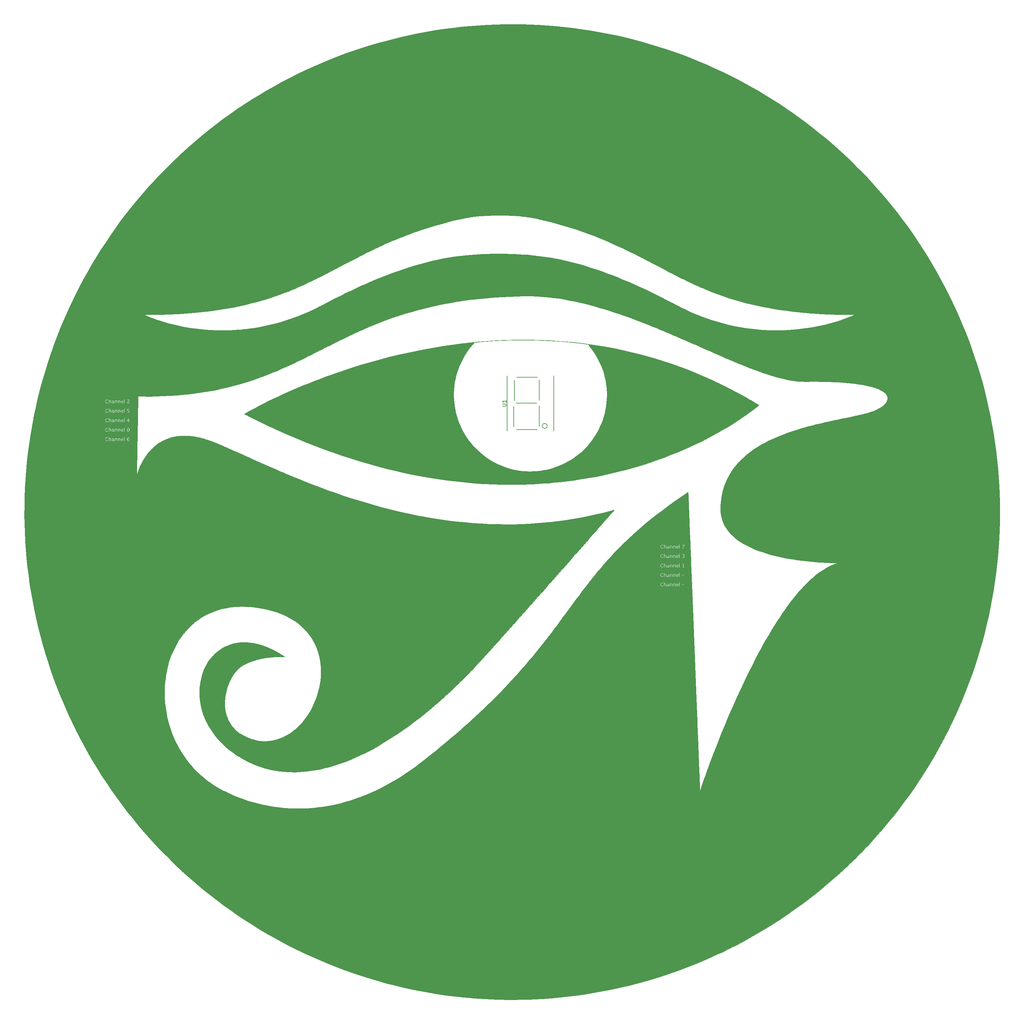
<source format=gbr>
%TF.GenerationSoftware,KiCad,Pcbnew,(6.0.9)*%
%TF.CreationDate,2023-03-10T17:43:12+02:00*%
%TF.ProjectId,RA_CA_2023_6,52415f43-415f-4323-9032-335f362e6b69,rev?*%
%TF.SameCoordinates,Original*%
%TF.FileFunction,Legend,Top*%
%TF.FilePolarity,Positive*%
%FSLAX46Y46*%
G04 Gerber Fmt 4.6, Leading zero omitted, Abs format (unit mm)*
G04 Created by KiCad (PCBNEW (6.0.9)) date 2023-03-10 17:43:12*
%MOMM*%
%LPD*%
G01*
G04 APERTURE LIST*
%ADD10C,0.150000*%
%ADD11C,0.010000*%
G04 APERTURE END LIST*
D10*
%TO.C,U1*%
X143682380Y-72791904D02*
X144491904Y-72791904D01*
X144587142Y-72744285D01*
X144634761Y-72696666D01*
X144682380Y-72601428D01*
X144682380Y-72410952D01*
X144634761Y-72315714D01*
X144587142Y-72268095D01*
X144491904Y-72220476D01*
X143682380Y-72220476D01*
X144682380Y-71220476D02*
X144682380Y-71791904D01*
X144682380Y-71506190D02*
X143682380Y-71506190D01*
X143825238Y-71601428D01*
X143920476Y-71696666D01*
X143968095Y-71791904D01*
%TO.C,G\u002A\u002A\u002A*%
G36*
X43189487Y-78726232D02*
G01*
X43235585Y-78743690D01*
X43266784Y-78783190D01*
X43286228Y-78850269D01*
X43297062Y-78950465D01*
X43300926Y-79034417D01*
X43302293Y-79176039D01*
X43294869Y-79281418D01*
X43277226Y-79356000D01*
X43247937Y-79405232D01*
X43205573Y-79434558D01*
X43194918Y-79438685D01*
X43149398Y-79454273D01*
X43126813Y-79461462D01*
X43126383Y-79461521D01*
X43108358Y-79452958D01*
X43071750Y-79434645D01*
X43026928Y-79403180D01*
X42996170Y-79357181D01*
X42977241Y-79289405D01*
X42967906Y-79192607D01*
X42965844Y-79091416D01*
X42969665Y-78955546D01*
X42983005Y-78856319D01*
X43008065Y-78788684D01*
X43047047Y-78747588D01*
X43102151Y-78727979D01*
X43125345Y-78725279D01*
X43189487Y-78726232D01*
G37*
D11*
X43189487Y-78726232D02*
X43235585Y-78743690D01*
X43266784Y-78783190D01*
X43286228Y-78850269D01*
X43297062Y-78950465D01*
X43300926Y-79034417D01*
X43302293Y-79176039D01*
X43294869Y-79281418D01*
X43277226Y-79356000D01*
X43247937Y-79405232D01*
X43205573Y-79434558D01*
X43194918Y-79438685D01*
X43149398Y-79454273D01*
X43126813Y-79461462D01*
X43126383Y-79461521D01*
X43108358Y-79452958D01*
X43071750Y-79434645D01*
X43026928Y-79403180D01*
X42996170Y-79357181D01*
X42977241Y-79289405D01*
X42967906Y-79192607D01*
X42965844Y-79091416D01*
X42969665Y-78955546D01*
X42983005Y-78856319D01*
X43008065Y-78788684D01*
X43047047Y-78747588D01*
X43102151Y-78727979D01*
X43125345Y-78725279D01*
X43189487Y-78726232D01*
G36*
X190724870Y-115441482D02*
G01*
X190770797Y-115479771D01*
X190800854Y-115522986D01*
X190814580Y-115552597D01*
X190814666Y-115553854D01*
X190795124Y-115562129D01*
X190742976Y-115568458D01*
X190667938Y-115571852D01*
X190634750Y-115572166D01*
X190542067Y-115569677D01*
X190480467Y-115562640D01*
X190455180Y-115551696D01*
X190454833Y-115550037D01*
X190468600Y-115521305D01*
X190502205Y-115480623D01*
X190506787Y-115475954D01*
X190574774Y-115432968D01*
X190652002Y-115421543D01*
X190724870Y-115441482D01*
G37*
X190724870Y-115441482D02*
X190770797Y-115479771D01*
X190800854Y-115522986D01*
X190814580Y-115552597D01*
X190814666Y-115553854D01*
X190795124Y-115562129D01*
X190742976Y-115568458D01*
X190667938Y-115571852D01*
X190634750Y-115572166D01*
X190542067Y-115569677D01*
X190480467Y-115562640D01*
X190455180Y-115551696D01*
X190454833Y-115550037D01*
X190468600Y-115521305D01*
X190502205Y-115480623D01*
X190506787Y-115475954D01*
X190574774Y-115432968D01*
X190652002Y-115421543D01*
X190724870Y-115441482D01*
G36*
X41584752Y-76423803D02*
G01*
X41640180Y-76454840D01*
X41671246Y-76503088D01*
X41674333Y-76526625D01*
X41668497Y-76544481D01*
X41645579Y-76555197D01*
X41597466Y-76560468D01*
X41516045Y-76561988D01*
X41505000Y-76562000D01*
X41415093Y-76560046D01*
X41361398Y-76553527D01*
X41337945Y-76541453D01*
X41335666Y-76533939D01*
X41349973Y-76500728D01*
X41384402Y-76460094D01*
X41384655Y-76459856D01*
X41445753Y-76423721D01*
X41516197Y-76412567D01*
X41584752Y-76423803D01*
G37*
X41584752Y-76423803D02*
X41640180Y-76454840D01*
X41671246Y-76503088D01*
X41674333Y-76526625D01*
X41668497Y-76544481D01*
X41645579Y-76555197D01*
X41597466Y-76560468D01*
X41516045Y-76561988D01*
X41505000Y-76562000D01*
X41415093Y-76560046D01*
X41361398Y-76553527D01*
X41337945Y-76541453D01*
X41335666Y-76533939D01*
X41349973Y-76500728D01*
X41384402Y-76460094D01*
X41384655Y-76459856D01*
X41445753Y-76423721D01*
X41516197Y-76412567D01*
X41584752Y-76423803D01*
G36*
X190724870Y-112901482D02*
G01*
X190770797Y-112939771D01*
X190800854Y-112982986D01*
X190814580Y-113012597D01*
X190814666Y-113013854D01*
X190795124Y-113022129D01*
X190742976Y-113028458D01*
X190667938Y-113031852D01*
X190634750Y-113032166D01*
X190542067Y-113029677D01*
X190480467Y-113022640D01*
X190455180Y-113011696D01*
X190454833Y-113010037D01*
X190468600Y-112981305D01*
X190502205Y-112940623D01*
X190506787Y-112935954D01*
X190574774Y-112892968D01*
X190652002Y-112881543D01*
X190724870Y-112901482D01*
G37*
X190724870Y-112901482D02*
X190770797Y-112939771D01*
X190800854Y-112982986D01*
X190814580Y-113012597D01*
X190814666Y-113013854D01*
X190795124Y-113022129D01*
X190742976Y-113028458D01*
X190667938Y-113031852D01*
X190634750Y-113032166D01*
X190542067Y-113029677D01*
X190480467Y-113022640D01*
X190455180Y-113011696D01*
X190454833Y-113010037D01*
X190468600Y-112981305D01*
X190502205Y-112940623D01*
X190506787Y-112935954D01*
X190574774Y-112892968D01*
X190652002Y-112881543D01*
X190724870Y-112901482D01*
G36*
X188285249Y-120776753D02*
G01*
X188294912Y-120796704D01*
X188295958Y-120833805D01*
X188295833Y-120852608D01*
X188290787Y-120914513D01*
X188271546Y-120949286D01*
X188248208Y-120964323D01*
X188140758Y-120996847D01*
X188068245Y-120995318D01*
X188013911Y-120972538D01*
X187989977Y-120932439D01*
X187994023Y-120884441D01*
X188023627Y-120837963D01*
X188076370Y-120802426D01*
X188121048Y-120789791D01*
X188206667Y-120776298D01*
X188258617Y-120770951D01*
X188285249Y-120776753D01*
G37*
X188285249Y-120776753D02*
X188294912Y-120796704D01*
X188295958Y-120833805D01*
X188295833Y-120852608D01*
X188290787Y-120914513D01*
X188271546Y-120949286D01*
X188248208Y-120964323D01*
X188140758Y-120996847D01*
X188068245Y-120995318D01*
X188013911Y-120972538D01*
X187989977Y-120932439D01*
X187994023Y-120884441D01*
X188023627Y-120837963D01*
X188076370Y-120802426D01*
X188121048Y-120789791D01*
X188206667Y-120776298D01*
X188258617Y-120770951D01*
X188285249Y-120776753D01*
G36*
X43197499Y-76461458D02*
G01*
X43198333Y-76625500D01*
X43060750Y-76625500D01*
X42990789Y-76623274D01*
X42941447Y-76617449D01*
X42923735Y-76609625D01*
X42937439Y-76588120D01*
X42973777Y-76543424D01*
X43026377Y-76483179D01*
X43060485Y-76445583D01*
X43196666Y-76297416D01*
X43197499Y-76461458D01*
G37*
X43197499Y-76461458D02*
X43198333Y-76625500D01*
X43060750Y-76625500D01*
X42990789Y-76623274D01*
X42941447Y-76617449D01*
X42923735Y-76609625D01*
X42937439Y-76588120D01*
X42973777Y-76543424D01*
X43026377Y-76483179D01*
X43060485Y-76445583D01*
X43196666Y-76297416D01*
X43197499Y-76461458D01*
G36*
X39176666Y-79289313D02*
G01*
X39168975Y-79356144D01*
X39141847Y-79398113D01*
X39129623Y-79407716D01*
X39076047Y-79429678D01*
X39006642Y-79439403D01*
X38938887Y-79436351D01*
X38890259Y-79419984D01*
X38884566Y-79415266D01*
X38860708Y-79365332D01*
X38868660Y-79308856D01*
X38905783Y-79263901D01*
X38906791Y-79263252D01*
X38955472Y-79242899D01*
X39025920Y-79225011D01*
X39065541Y-79218444D01*
X39176666Y-79203860D01*
X39176666Y-79289313D01*
G37*
X39176666Y-79289313D02*
X39168975Y-79356144D01*
X39141847Y-79398113D01*
X39129623Y-79407716D01*
X39076047Y-79429678D01*
X39006642Y-79439403D01*
X38938887Y-79436351D01*
X38890259Y-79419984D01*
X38884566Y-79415266D01*
X38860708Y-79365332D01*
X38868660Y-79308856D01*
X38905783Y-79263901D01*
X38906791Y-79263252D01*
X38955472Y-79242899D01*
X39025920Y-79225011D01*
X39065541Y-79218444D01*
X39176666Y-79203860D01*
X39176666Y-79289313D01*
G36*
X39176666Y-76749313D02*
G01*
X39168975Y-76816144D01*
X39141847Y-76858113D01*
X39129623Y-76867716D01*
X39076047Y-76889678D01*
X39006642Y-76899403D01*
X38938887Y-76896351D01*
X38890259Y-76879984D01*
X38884566Y-76875266D01*
X38860708Y-76825332D01*
X38868660Y-76768856D01*
X38905783Y-76723901D01*
X38906791Y-76723252D01*
X38955472Y-76702899D01*
X39025920Y-76685011D01*
X39065541Y-76678444D01*
X39176666Y-76663860D01*
X39176666Y-76749313D01*
G37*
X39176666Y-76749313D02*
X39168975Y-76816144D01*
X39141847Y-76858113D01*
X39129623Y-76867716D01*
X39076047Y-76889678D01*
X39006642Y-76899403D01*
X38938887Y-76896351D01*
X38890259Y-76879984D01*
X38884566Y-76875266D01*
X38860708Y-76825332D01*
X38868660Y-76768856D01*
X38905783Y-76723901D01*
X38906791Y-76723252D01*
X38955472Y-76702899D01*
X39025920Y-76685011D01*
X39065541Y-76678444D01*
X39176666Y-76663860D01*
X39176666Y-76749313D01*
G36*
X188285249Y-118236753D02*
G01*
X188294912Y-118256704D01*
X188295958Y-118293805D01*
X188295833Y-118312608D01*
X188290787Y-118374513D01*
X188271546Y-118409286D01*
X188248208Y-118424323D01*
X188140758Y-118456847D01*
X188068245Y-118455318D01*
X188013911Y-118432538D01*
X187989977Y-118392439D01*
X187994023Y-118344441D01*
X188023627Y-118297963D01*
X188076370Y-118262426D01*
X188121048Y-118249791D01*
X188206667Y-118236298D01*
X188258617Y-118230951D01*
X188285249Y-118236753D01*
G37*
X188285249Y-118236753D02*
X188294912Y-118256704D01*
X188295958Y-118293805D01*
X188295833Y-118312608D01*
X188290787Y-118374513D01*
X188271546Y-118409286D01*
X188248208Y-118424323D01*
X188140758Y-118456847D01*
X188068245Y-118455318D01*
X188013911Y-118432538D01*
X187989977Y-118392439D01*
X187994023Y-118344441D01*
X188023627Y-118297963D01*
X188076370Y-118262426D01*
X188121048Y-118249791D01*
X188206667Y-118236298D01*
X188258617Y-118230951D01*
X188285249Y-118236753D01*
G36*
X41584752Y-73883803D02*
G01*
X41640180Y-73914840D01*
X41671246Y-73963088D01*
X41674333Y-73986625D01*
X41668497Y-74004481D01*
X41645579Y-74015197D01*
X41597466Y-74020468D01*
X41516045Y-74021988D01*
X41505000Y-74022000D01*
X41415093Y-74020046D01*
X41361398Y-74013527D01*
X41337945Y-74001453D01*
X41335666Y-73993939D01*
X41349973Y-73960728D01*
X41384402Y-73920094D01*
X41384655Y-73919856D01*
X41445753Y-73883721D01*
X41516197Y-73872567D01*
X41584752Y-73883803D01*
G37*
X41584752Y-73883803D02*
X41640180Y-73914840D01*
X41671246Y-73963088D01*
X41674333Y-73986625D01*
X41668497Y-74004481D01*
X41645579Y-74015197D01*
X41597466Y-74020468D01*
X41516045Y-74021988D01*
X41505000Y-74022000D01*
X41415093Y-74020046D01*
X41361398Y-74013527D01*
X41337945Y-74001453D01*
X41335666Y-73993939D01*
X41349973Y-73960728D01*
X41384402Y-73920094D01*
X41384655Y-73919856D01*
X41445753Y-73883721D01*
X41516197Y-73872567D01*
X41584752Y-73883803D01*
G36*
X39176666Y-71669313D02*
G01*
X39168975Y-71736144D01*
X39141847Y-71778113D01*
X39129623Y-71787716D01*
X39076047Y-71809678D01*
X39006642Y-71819403D01*
X38938887Y-71816351D01*
X38890259Y-71799984D01*
X38884566Y-71795266D01*
X38860708Y-71745332D01*
X38868660Y-71688856D01*
X38905783Y-71643901D01*
X38906791Y-71643252D01*
X38955472Y-71622899D01*
X39025920Y-71605011D01*
X39065541Y-71598444D01*
X39176666Y-71583860D01*
X39176666Y-71669313D01*
G37*
X39176666Y-71669313D02*
X39168975Y-71736144D01*
X39141847Y-71778113D01*
X39129623Y-71787716D01*
X39076047Y-71809678D01*
X39006642Y-71819403D01*
X38938887Y-71816351D01*
X38890259Y-71799984D01*
X38884566Y-71795266D01*
X38860708Y-71745332D01*
X38868660Y-71688856D01*
X38905783Y-71643901D01*
X38906791Y-71643252D01*
X38955472Y-71622899D01*
X39025920Y-71605011D01*
X39065541Y-71598444D01*
X39176666Y-71583860D01*
X39176666Y-71669313D01*
G36*
X188285249Y-110616753D02*
G01*
X188294912Y-110636704D01*
X188295958Y-110673805D01*
X188295833Y-110692608D01*
X188290787Y-110754513D01*
X188271546Y-110789286D01*
X188248208Y-110804323D01*
X188140758Y-110836847D01*
X188068245Y-110835318D01*
X188013911Y-110812538D01*
X187989977Y-110772439D01*
X187994023Y-110724441D01*
X188023627Y-110677963D01*
X188076370Y-110642426D01*
X188121048Y-110629791D01*
X188206667Y-110616298D01*
X188258617Y-110610951D01*
X188285249Y-110616753D01*
G37*
X188285249Y-110616753D02*
X188294912Y-110636704D01*
X188295958Y-110673805D01*
X188295833Y-110692608D01*
X188290787Y-110754513D01*
X188271546Y-110789286D01*
X188248208Y-110804323D01*
X188140758Y-110836847D01*
X188068245Y-110835318D01*
X188013911Y-110812538D01*
X187989977Y-110772439D01*
X187994023Y-110724441D01*
X188023627Y-110677963D01*
X188076370Y-110642426D01*
X188121048Y-110629791D01*
X188206667Y-110616298D01*
X188258617Y-110610951D01*
X188285249Y-110616753D01*
G36*
X43232126Y-81637628D02*
G01*
X43279008Y-81663991D01*
X43313274Y-81721113D01*
X43326380Y-81797405D01*
X43317714Y-81875026D01*
X43288291Y-81934291D01*
X43229238Y-81974622D01*
X43152634Y-81991730D01*
X43078896Y-81981121D01*
X43077733Y-81980653D01*
X43029883Y-81943350D01*
X42993314Y-81882359D01*
X42970551Y-81809646D01*
X42964118Y-81737178D01*
X42976541Y-81676922D01*
X43006441Y-81642744D01*
X43074704Y-81622845D01*
X43156101Y-81621621D01*
X43232126Y-81637628D01*
G37*
X43232126Y-81637628D02*
X43279008Y-81663991D01*
X43313274Y-81721113D01*
X43326380Y-81797405D01*
X43317714Y-81875026D01*
X43288291Y-81934291D01*
X43229238Y-81974622D01*
X43152634Y-81991730D01*
X43078896Y-81981121D01*
X43077733Y-81980653D01*
X43029883Y-81943350D01*
X42993314Y-81882359D01*
X42970551Y-81809646D01*
X42964118Y-81737178D01*
X42976541Y-81676922D01*
X43006441Y-81642744D01*
X43074704Y-81622845D01*
X43156101Y-81621621D01*
X43232126Y-81637628D01*
G36*
X15952674Y-87946173D02*
G01*
X16211587Y-85610038D01*
X16512108Y-83280721D01*
X16755475Y-81628259D01*
X36951835Y-81628259D01*
X36967416Y-81787559D01*
X37013885Y-81918394D01*
X37090901Y-82020291D01*
X37198123Y-82092776D01*
X37314000Y-82131178D01*
X37422472Y-82140149D01*
X37538009Y-82128833D01*
X37906666Y-82128833D01*
X38076000Y-82128833D01*
X38076000Y-81854154D01*
X38076305Y-81741763D01*
X38078087Y-81664047D01*
X38082644Y-81613346D01*
X38091274Y-81582003D01*
X38105275Y-81562359D01*
X38125945Y-81546755D01*
X38128375Y-81545158D01*
X38189186Y-81519674D01*
X38259804Y-81509578D01*
X38323003Y-81515789D01*
X38356495Y-81532968D01*
X38369872Y-81568117D01*
X38380093Y-81644059D01*
X38387218Y-81761354D01*
X38389848Y-81844080D01*
X38396779Y-82128833D01*
X38562833Y-82128833D01*
X38562730Y-81902117D01*
X38694230Y-81902117D01*
X38696297Y-81922254D01*
X38726840Y-82017445D01*
X38790921Y-82087791D01*
X38848583Y-82120313D01*
X38918559Y-82143383D01*
X38985799Y-82144174D01*
X39068349Y-82122501D01*
X39081416Y-82117928D01*
X39138923Y-82102401D01*
X39170360Y-82104605D01*
X39173138Y-82108273D01*
X39196721Y-82121361D01*
X39246618Y-82128429D01*
X39263097Y-82128833D01*
X39346000Y-82128833D01*
X39536500Y-82128833D01*
X39705833Y-82128833D01*
X39705833Y-81562469D01*
X39771650Y-81535206D01*
X39848842Y-81513399D01*
X39921757Y-81509764D01*
X39975620Y-81524519D01*
X39985338Y-81532038D01*
X39996157Y-81563397D01*
X40005878Y-81631306D01*
X40013872Y-81729984D01*
X40019144Y-81842482D01*
X40028855Y-82128833D01*
X40192666Y-82128833D01*
X40362000Y-82128833D01*
X40531333Y-82128833D01*
X40531333Y-81854154D01*
X40531638Y-81741763D01*
X40533421Y-81664047D01*
X40537978Y-81613346D01*
X40546608Y-81582003D01*
X40560609Y-81562359D01*
X40581279Y-81546755D01*
X40583708Y-81545158D01*
X40641743Y-81520734D01*
X40710249Y-81508761D01*
X40713165Y-81508655D01*
X40763314Y-81511104D01*
X40799467Y-81525561D01*
X40823854Y-81557766D01*
X40838709Y-81613461D01*
X40846261Y-81698386D01*
X40848743Y-81818282D01*
X40848833Y-81857712D01*
X40848833Y-82128833D01*
X41022049Y-82128833D01*
X41014816Y-81816625D01*
X41012007Y-81722568D01*
X41153370Y-81722568D01*
X41165695Y-81852377D01*
X41168527Y-81864195D01*
X41215679Y-81972656D01*
X41292589Y-82056261D01*
X41393178Y-82112683D01*
X41511364Y-82139597D01*
X41641065Y-82134676D01*
X41661359Y-82128833D01*
X41991833Y-82128833D01*
X42161166Y-82128833D01*
X42161166Y-81697105D01*
X42786513Y-81697105D01*
X42801920Y-81847256D01*
X42846725Y-81967290D01*
X42921248Y-82057858D01*
X42985223Y-82100943D01*
X43089389Y-82141083D01*
X43188123Y-82143984D01*
X43294872Y-82110031D01*
X43295247Y-82109860D01*
X43391042Y-82046392D01*
X43458989Y-81960770D01*
X43497395Y-81861447D01*
X43504564Y-81756874D01*
X43478803Y-81655501D01*
X43418418Y-81565779D01*
X43406641Y-81554195D01*
X43328516Y-81502169D01*
X43230950Y-81477287D01*
X43106747Y-81477927D01*
X43080707Y-81480662D01*
X43015698Y-81486990D01*
X42983777Y-81484740D01*
X42976201Y-81471848D01*
X42980149Y-81456903D01*
X43034694Y-81361213D01*
X43115746Y-81297105D01*
X43219300Y-81266813D01*
X43317395Y-81268663D01*
X43410000Y-81281356D01*
X43410000Y-81112833D01*
X43271573Y-81112833D01*
X43125939Y-81130194D01*
X43004926Y-81181497D01*
X42909506Y-81265566D01*
X42840654Y-81381228D01*
X42799345Y-81527310D01*
X42786513Y-81697105D01*
X42161166Y-81697105D01*
X42161166Y-81070500D01*
X41991833Y-81070500D01*
X41991833Y-82128833D01*
X41661359Y-82128833D01*
X41774875Y-82096149D01*
X41819684Y-82072466D01*
X41839253Y-82040887D01*
X41843663Y-81984648D01*
X41843666Y-81981746D01*
X41841159Y-81928307D01*
X41834888Y-81898341D01*
X41832240Y-81896000D01*
X41808045Y-81904796D01*
X41760591Y-81926939D01*
X41737833Y-81938333D01*
X41641303Y-81972466D01*
X41542454Y-81982035D01*
X41453776Y-81967383D01*
X41387762Y-81928852D01*
X41387621Y-81928712D01*
X41351552Y-81877453D01*
X41335700Y-81824852D01*
X41335666Y-81822878D01*
X41335666Y-81769000D01*
X41843666Y-81769000D01*
X41843666Y-81672906D01*
X41826474Y-81551387D01*
X41776522Y-81455782D01*
X41696251Y-81388485D01*
X41588100Y-81351890D01*
X41510222Y-81345666D01*
X41396245Y-81364745D01*
X41299614Y-81417980D01*
X41224286Y-81499365D01*
X41174219Y-81602896D01*
X41153370Y-81722568D01*
X41012007Y-81722568D01*
X41010984Y-81688332D01*
X41005773Y-81595137D01*
X40998304Y-81529808D01*
X40987700Y-81485112D01*
X40973082Y-81453817D01*
X40970244Y-81449470D01*
X40903216Y-81385991D01*
X40814451Y-81351424D01*
X40714998Y-81347895D01*
X40615903Y-81377531D01*
X40610589Y-81380214D01*
X40559642Y-81400410D01*
X40536657Y-81392937D01*
X40535793Y-81390797D01*
X40511578Y-81375530D01*
X40461285Y-81367297D01*
X40444902Y-81366833D01*
X40362000Y-81366833D01*
X40362000Y-82128833D01*
X40192666Y-82128833D01*
X40191744Y-81890708D01*
X40189089Y-81741486D01*
X40181476Y-81627678D01*
X40167466Y-81542515D01*
X40145622Y-81479225D01*
X40114505Y-81431035D01*
X40088483Y-81404475D01*
X40021700Y-81366833D01*
X40008674Y-81359491D01*
X39911748Y-81344215D01*
X39811858Y-81359818D01*
X39768282Y-81377960D01*
X39725506Y-81394514D01*
X39706070Y-81390438D01*
X39705833Y-81388543D01*
X39687056Y-81374949D01*
X39640149Y-81367387D01*
X39621166Y-81366833D01*
X39536500Y-81366833D01*
X39536500Y-82128833D01*
X39346000Y-82128833D01*
X39346000Y-81831448D01*
X39344395Y-81691040D01*
X39338195Y-81586168D01*
X39325322Y-81510113D01*
X39303696Y-81456152D01*
X39271239Y-81417566D01*
X39225873Y-81387631D01*
X39205608Y-81377502D01*
X39176775Y-81366833D01*
X39151154Y-81357353D01*
X39088850Y-81348322D01*
X39004550Y-81348890D01*
X38962628Y-81351386D01*
X38881520Y-81358456D01*
X38816215Y-81366928D01*
X38778809Y-81375173D01*
X38775869Y-81376570D01*
X38760822Y-81405233D01*
X38753476Y-81457236D01*
X38753333Y-81465800D01*
X38755962Y-81515270D01*
X38770374Y-81532945D01*
X38806360Y-81529316D01*
X38811541Y-81528181D01*
X38938932Y-81505986D01*
X39042838Y-81500326D01*
X39115862Y-81511576D01*
X39118458Y-81512546D01*
X39166248Y-81542134D01*
X39173704Y-81573269D01*
X39141965Y-81599007D01*
X39102583Y-81609290D01*
X39027317Y-81621060D01*
X38950101Y-81633192D01*
X38949856Y-81633231D01*
X38835786Y-81666622D01*
X38753636Y-81724302D01*
X38705689Y-81803668D01*
X38694230Y-81902117D01*
X38562730Y-81902117D01*
X38562715Y-81869541D01*
X38560898Y-81760805D01*
X38556050Y-81660183D01*
X38548925Y-81579357D01*
X38540929Y-81532235D01*
X38496482Y-81442019D01*
X38425112Y-81380195D01*
X38333512Y-81349431D01*
X38228377Y-81352391D01*
X38149403Y-81376336D01*
X38076000Y-81407006D01*
X38076000Y-81070500D01*
X37906666Y-81070500D01*
X37906666Y-82128833D01*
X37538009Y-82128833D01*
X37545319Y-82128117D01*
X37661697Y-82097571D01*
X37689708Y-82086296D01*
X37744679Y-82059337D01*
X37770947Y-82032164D01*
X37779086Y-81988771D01*
X37779666Y-81950106D01*
X37774052Y-81885287D01*
X37758766Y-81855033D01*
X37736148Y-81862492D01*
X37725387Y-81877037D01*
X37688451Y-81908294D01*
X37623958Y-81939209D01*
X37546391Y-81964466D01*
X37470232Y-81978752D01*
X37444198Y-81980201D01*
X37366827Y-81972288D01*
X37293191Y-81952159D01*
X37281092Y-81946948D01*
X37209565Y-81891162D01*
X37159080Y-81807861D01*
X37130432Y-81706711D01*
X37124418Y-81597377D01*
X37141834Y-81489522D01*
X37183476Y-81392811D01*
X37230589Y-81333880D01*
X37270214Y-81300014D01*
X37309295Y-81281243D01*
X37362363Y-81273218D01*
X37438643Y-81271583D01*
X37524851Y-81274599D01*
X37586563Y-81286601D01*
X37641372Y-81312024D01*
X37669633Y-81329791D01*
X37722614Y-81363364D01*
X37760129Y-81384396D01*
X37769789Y-81388000D01*
X37775685Y-81369080D01*
X37776976Y-81320956D01*
X37775534Y-81287951D01*
X37769286Y-81226756D01*
X37753259Y-81191991D01*
X37716161Y-81168508D01*
X37673833Y-81151519D01*
X37570895Y-81124797D01*
X37454373Y-81114083D01*
X37339826Y-81119319D01*
X37242813Y-81140448D01*
X37212615Y-81153228D01*
X37098456Y-81231491D01*
X37017836Y-81332738D01*
X36969437Y-81459369D01*
X36951939Y-81613785D01*
X36951835Y-81628259D01*
X16755475Y-81628259D01*
X16837619Y-81070500D01*
X16854076Y-80958764D01*
X17164151Y-79086544D01*
X36951835Y-79086544D01*
X36967304Y-79246484D01*
X37013500Y-79377660D01*
X37090175Y-79479726D01*
X37197083Y-79552338D01*
X37314000Y-79591178D01*
X37422472Y-79600149D01*
X37538009Y-79588833D01*
X37906666Y-79588833D01*
X38076000Y-79588833D01*
X38076000Y-79314154D01*
X38076305Y-79201763D01*
X38078087Y-79124047D01*
X38082644Y-79073346D01*
X38091274Y-79042003D01*
X38105275Y-79022359D01*
X38125945Y-79006755D01*
X38128375Y-79005158D01*
X38189186Y-78979674D01*
X38259804Y-78969578D01*
X38323003Y-78975789D01*
X38356495Y-78992968D01*
X38369872Y-79028117D01*
X38380093Y-79104059D01*
X38387218Y-79221354D01*
X38389848Y-79304080D01*
X38396779Y-79588833D01*
X38562833Y-79588833D01*
X38562730Y-79362117D01*
X38694230Y-79362117D01*
X38696297Y-79382254D01*
X38726840Y-79477445D01*
X38790921Y-79547791D01*
X38848583Y-79580313D01*
X38918559Y-79603383D01*
X38985799Y-79604174D01*
X39068349Y-79582501D01*
X39081416Y-79577928D01*
X39138923Y-79562401D01*
X39170360Y-79564605D01*
X39173138Y-79568273D01*
X39196721Y-79581361D01*
X39246618Y-79588429D01*
X39263097Y-79588833D01*
X39346000Y-79588833D01*
X39536500Y-79588833D01*
X39705833Y-79588833D01*
X39705833Y-79022469D01*
X39771650Y-78995206D01*
X39848842Y-78973399D01*
X39921757Y-78969764D01*
X39975620Y-78984519D01*
X39985338Y-78992038D01*
X39996157Y-79023397D01*
X40005878Y-79091306D01*
X40013872Y-79189984D01*
X40019144Y-79302482D01*
X40028855Y-79588833D01*
X40192666Y-79588833D01*
X40362000Y-79588833D01*
X40531333Y-79588833D01*
X40531333Y-79314154D01*
X40531638Y-79201763D01*
X40533421Y-79124047D01*
X40537978Y-79073346D01*
X40546608Y-79042003D01*
X40560609Y-79022359D01*
X40581279Y-79006755D01*
X40583708Y-79005158D01*
X40641743Y-78980734D01*
X40710249Y-78968761D01*
X40713165Y-78968655D01*
X40763314Y-78971104D01*
X40799467Y-78985561D01*
X40823854Y-79017766D01*
X40838709Y-79073461D01*
X40846261Y-79158386D01*
X40848743Y-79278282D01*
X40848833Y-79317712D01*
X40848833Y-79588833D01*
X41022049Y-79588833D01*
X41014816Y-79276625D01*
X41012007Y-79182568D01*
X41153370Y-79182568D01*
X41165695Y-79312377D01*
X41168527Y-79324195D01*
X41215679Y-79432656D01*
X41292589Y-79516261D01*
X41393178Y-79572683D01*
X41511364Y-79599597D01*
X41641065Y-79594676D01*
X41661359Y-79588833D01*
X41991833Y-79588833D01*
X42161166Y-79588833D01*
X42161166Y-79087856D01*
X42781552Y-79087856D01*
X42791304Y-79239326D01*
X42823852Y-79370754D01*
X42877513Y-79477133D01*
X42950601Y-79553452D01*
X43020941Y-79589190D01*
X43102001Y-79601114D01*
X43195056Y-79595056D01*
X43280543Y-79573501D01*
X43325333Y-79550569D01*
X43365292Y-79509726D01*
X43409014Y-79447327D01*
X43431166Y-79407816D01*
X43455727Y-79354171D01*
X43471325Y-79302731D01*
X43479901Y-79241464D01*
X43483392Y-79158342D01*
X43483848Y-79080833D01*
X43482492Y-78974828D01*
X43477387Y-78899015D01*
X43466577Y-78841289D01*
X43448110Y-78789546D01*
X43430931Y-78753105D01*
X43364986Y-78655481D01*
X43281248Y-78595199D01*
X43175183Y-78569395D01*
X43137659Y-78567948D01*
X43023130Y-78582327D01*
X42933359Y-78627029D01*
X42866078Y-78704400D01*
X42819019Y-78816789D01*
X42796283Y-78921353D01*
X42781552Y-79087856D01*
X42161166Y-79087856D01*
X42161166Y-78530500D01*
X41991833Y-78530500D01*
X41991833Y-79588833D01*
X41661359Y-79588833D01*
X41774875Y-79556149D01*
X41819684Y-79532466D01*
X41839253Y-79500887D01*
X41843663Y-79444648D01*
X41843666Y-79441746D01*
X41841159Y-79388307D01*
X41834888Y-79358341D01*
X41832240Y-79356000D01*
X41808045Y-79364796D01*
X41760591Y-79386939D01*
X41737833Y-79398333D01*
X41641303Y-79432466D01*
X41542454Y-79442035D01*
X41453776Y-79427383D01*
X41387762Y-79388852D01*
X41387621Y-79388712D01*
X41351552Y-79337453D01*
X41335700Y-79284852D01*
X41335666Y-79282878D01*
X41335666Y-79229000D01*
X41843666Y-79229000D01*
X41843666Y-79132906D01*
X41826474Y-79011387D01*
X41776522Y-78915782D01*
X41696251Y-78848485D01*
X41588100Y-78811890D01*
X41510222Y-78805666D01*
X41396245Y-78824745D01*
X41299614Y-78877980D01*
X41224286Y-78959365D01*
X41174219Y-79062896D01*
X41153370Y-79182568D01*
X41012007Y-79182568D01*
X41010984Y-79148332D01*
X41005773Y-79055137D01*
X40998304Y-78989808D01*
X40987700Y-78945112D01*
X40973082Y-78913817D01*
X40970244Y-78909470D01*
X40903216Y-78845991D01*
X40814451Y-78811424D01*
X40714998Y-78807895D01*
X40615903Y-78837531D01*
X40610589Y-78840214D01*
X40559642Y-78860410D01*
X40536657Y-78852937D01*
X40535793Y-78850797D01*
X40511578Y-78835530D01*
X40461285Y-78827297D01*
X40444902Y-78826833D01*
X40362000Y-78826833D01*
X40362000Y-79588833D01*
X40192666Y-79588833D01*
X40191744Y-79350708D01*
X40189089Y-79201486D01*
X40181476Y-79087678D01*
X40167466Y-79002515D01*
X40145622Y-78939225D01*
X40114505Y-78891035D01*
X40088483Y-78864475D01*
X40021700Y-78826833D01*
X40008674Y-78819491D01*
X39911748Y-78804215D01*
X39811858Y-78819818D01*
X39768282Y-78837960D01*
X39725506Y-78854514D01*
X39706070Y-78850438D01*
X39705833Y-78848543D01*
X39687056Y-78834949D01*
X39640149Y-78827387D01*
X39621166Y-78826833D01*
X39536500Y-78826833D01*
X39536500Y-79588833D01*
X39346000Y-79588833D01*
X39346000Y-79291448D01*
X39344395Y-79151040D01*
X39338195Y-79046168D01*
X39325322Y-78970113D01*
X39303696Y-78916152D01*
X39271239Y-78877566D01*
X39225873Y-78847631D01*
X39205608Y-78837502D01*
X39176775Y-78826833D01*
X39151154Y-78817353D01*
X39088850Y-78808322D01*
X39004550Y-78808890D01*
X38962628Y-78811386D01*
X38881520Y-78818456D01*
X38816215Y-78826928D01*
X38778809Y-78835173D01*
X38775869Y-78836570D01*
X38760822Y-78865233D01*
X38753476Y-78917236D01*
X38753333Y-78925800D01*
X38755962Y-78975270D01*
X38770374Y-78992945D01*
X38806360Y-78989316D01*
X38811541Y-78988181D01*
X38938932Y-78965986D01*
X39042838Y-78960326D01*
X39115862Y-78971576D01*
X39118458Y-78972546D01*
X39166248Y-79002134D01*
X39173704Y-79033269D01*
X39141965Y-79059007D01*
X39102583Y-79069290D01*
X39027317Y-79081060D01*
X38950101Y-79093192D01*
X38949856Y-79093231D01*
X38835786Y-79126622D01*
X38753636Y-79184302D01*
X38705689Y-79263668D01*
X38694230Y-79362117D01*
X38562730Y-79362117D01*
X38562715Y-79329541D01*
X38560898Y-79220805D01*
X38556050Y-79120183D01*
X38548925Y-79039357D01*
X38540929Y-78992235D01*
X38496482Y-78902019D01*
X38425112Y-78840195D01*
X38333512Y-78809431D01*
X38228377Y-78812391D01*
X38149403Y-78836336D01*
X38076000Y-78867006D01*
X38076000Y-78530500D01*
X37906666Y-78530500D01*
X37906666Y-79588833D01*
X37538009Y-79588833D01*
X37545319Y-79588117D01*
X37661697Y-79557571D01*
X37689708Y-79546296D01*
X37744679Y-79519337D01*
X37770947Y-79492164D01*
X37779086Y-79448771D01*
X37779666Y-79410106D01*
X37774052Y-79345287D01*
X37758766Y-79315033D01*
X37736148Y-79322492D01*
X37725387Y-79337037D01*
X37688451Y-79368294D01*
X37623958Y-79399209D01*
X37546391Y-79424466D01*
X37470232Y-79438752D01*
X37444198Y-79440201D01*
X37366827Y-79432288D01*
X37293191Y-79412159D01*
X37281092Y-79406948D01*
X37209565Y-79351162D01*
X37159080Y-79267861D01*
X37130432Y-79166711D01*
X37124418Y-79057377D01*
X37141834Y-78949522D01*
X37183476Y-78852811D01*
X37230589Y-78793880D01*
X37270214Y-78760014D01*
X37309295Y-78741243D01*
X37362363Y-78733218D01*
X37438643Y-78731583D01*
X37524851Y-78734599D01*
X37586563Y-78746601D01*
X37641372Y-78772024D01*
X37669633Y-78789791D01*
X37722351Y-78823335D01*
X37759319Y-78844371D01*
X37768629Y-78848000D01*
X37775183Y-78829053D01*
X37779138Y-78781063D01*
X37779666Y-78751669D01*
X37776962Y-78690987D01*
X37762390Y-78656619D01*
X37726265Y-78632605D01*
X37700291Y-78620878D01*
X37615091Y-78595664D01*
X37508639Y-78580464D01*
X37398283Y-78576343D01*
X37301368Y-78584363D01*
X37261200Y-78593961D01*
X37142683Y-78653901D01*
X37050965Y-78744994D01*
X36988016Y-78864104D01*
X36955803Y-79008098D01*
X36951835Y-79086544D01*
X17164151Y-79086544D01*
X17237328Y-78644710D01*
X17258349Y-78530500D01*
X17623520Y-76546544D01*
X36951835Y-76546544D01*
X36967304Y-76706484D01*
X37013500Y-76837660D01*
X37090175Y-76939726D01*
X37197083Y-77012338D01*
X37314000Y-77051178D01*
X37422472Y-77060149D01*
X37538009Y-77048833D01*
X37906666Y-77048833D01*
X38076000Y-77048833D01*
X38076000Y-76774154D01*
X38076305Y-76661763D01*
X38078087Y-76584047D01*
X38082644Y-76533346D01*
X38091274Y-76502003D01*
X38105275Y-76482359D01*
X38125945Y-76466755D01*
X38128375Y-76465158D01*
X38189186Y-76439674D01*
X38259804Y-76429578D01*
X38323003Y-76435789D01*
X38356495Y-76452968D01*
X38369872Y-76488117D01*
X38380093Y-76564059D01*
X38387218Y-76681354D01*
X38389848Y-76764080D01*
X38396779Y-77048833D01*
X38562833Y-77048833D01*
X38562730Y-76822117D01*
X38694230Y-76822117D01*
X38696297Y-76842254D01*
X38726840Y-76937445D01*
X38790921Y-77007791D01*
X38848583Y-77040313D01*
X38918559Y-77063383D01*
X38985799Y-77064174D01*
X39068349Y-77042501D01*
X39081416Y-77037928D01*
X39138923Y-77022401D01*
X39170360Y-77024605D01*
X39173138Y-77028273D01*
X39196721Y-77041361D01*
X39246618Y-77048429D01*
X39263097Y-77048833D01*
X39346000Y-77048833D01*
X39536500Y-77048833D01*
X39705833Y-77048833D01*
X39705833Y-76482469D01*
X39771650Y-76455206D01*
X39848842Y-76433399D01*
X39921757Y-76429764D01*
X39975620Y-76444519D01*
X39985338Y-76452038D01*
X39996157Y-76483397D01*
X40005878Y-76551306D01*
X40013872Y-76649984D01*
X40019144Y-76762482D01*
X40028855Y-77048833D01*
X40192666Y-77048833D01*
X40362000Y-77048833D01*
X40531333Y-77048833D01*
X40531333Y-76774154D01*
X40531638Y-76661763D01*
X40533421Y-76584047D01*
X40537978Y-76533346D01*
X40546608Y-76502003D01*
X40560609Y-76482359D01*
X40581279Y-76466755D01*
X40583708Y-76465158D01*
X40641743Y-76440734D01*
X40710249Y-76428761D01*
X40713165Y-76428655D01*
X40763314Y-76431104D01*
X40799467Y-76445561D01*
X40823854Y-76477766D01*
X40838709Y-76533461D01*
X40846261Y-76618386D01*
X40848743Y-76738282D01*
X40848833Y-76777712D01*
X40848833Y-77048833D01*
X41022049Y-77048833D01*
X41014816Y-76736625D01*
X41012007Y-76642568D01*
X41153370Y-76642568D01*
X41165695Y-76772377D01*
X41168527Y-76784195D01*
X41215679Y-76892656D01*
X41292589Y-76976261D01*
X41393178Y-77032683D01*
X41511364Y-77059597D01*
X41641065Y-77054676D01*
X41661359Y-77048833D01*
X41991833Y-77048833D01*
X42161166Y-77048833D01*
X42161166Y-76773666D01*
X42753833Y-76773666D01*
X43198333Y-76773666D01*
X43198333Y-77048833D01*
X43367666Y-77048833D01*
X43367666Y-76773666D01*
X43441750Y-76773666D01*
X43491402Y-76770390D01*
X43511766Y-76751903D01*
X43515824Y-76705222D01*
X43515833Y-76699583D01*
X43512556Y-76649930D01*
X43494070Y-76629567D01*
X43447388Y-76625509D01*
X43441750Y-76625500D01*
X43367666Y-76625500D01*
X43367666Y-76032833D01*
X43297575Y-76032833D01*
X43269713Y-76035397D01*
X43242026Y-76046083D01*
X43209539Y-76069384D01*
X43167274Y-76109791D01*
X43110256Y-76171796D01*
X43033510Y-76259892D01*
X42990658Y-76309891D01*
X42904328Y-76411475D01*
X42841957Y-76487225D01*
X42799671Y-76543200D01*
X42773595Y-76585462D01*
X42759854Y-76620071D01*
X42754573Y-76653087D01*
X42753833Y-76680307D01*
X42753833Y-76773666D01*
X42161166Y-76773666D01*
X42161166Y-75990500D01*
X41991833Y-75990500D01*
X41991833Y-77048833D01*
X41661359Y-77048833D01*
X41774875Y-77016149D01*
X41819684Y-76992466D01*
X41839253Y-76960887D01*
X41843663Y-76904648D01*
X41843666Y-76901746D01*
X41841159Y-76848307D01*
X41834888Y-76818341D01*
X41832240Y-76816000D01*
X41808045Y-76824796D01*
X41760591Y-76846939D01*
X41737833Y-76858333D01*
X41641303Y-76892466D01*
X41542454Y-76902035D01*
X41453776Y-76887383D01*
X41387762Y-76848852D01*
X41387621Y-76848712D01*
X41351552Y-76797453D01*
X41335700Y-76744852D01*
X41335666Y-76742878D01*
X41335666Y-76689000D01*
X41843666Y-76689000D01*
X41843666Y-76592906D01*
X41826474Y-76471387D01*
X41776522Y-76375782D01*
X41696251Y-76308485D01*
X41588100Y-76271890D01*
X41510222Y-76265666D01*
X41396245Y-76284745D01*
X41299614Y-76337980D01*
X41224286Y-76419365D01*
X41174219Y-76522896D01*
X41153370Y-76642568D01*
X41012007Y-76642568D01*
X41010984Y-76608332D01*
X41005773Y-76515137D01*
X40998304Y-76449808D01*
X40987700Y-76405112D01*
X40973082Y-76373817D01*
X40970244Y-76369470D01*
X40903216Y-76305991D01*
X40814451Y-76271424D01*
X40714998Y-76267895D01*
X40615903Y-76297531D01*
X40610589Y-76300214D01*
X40559642Y-76320410D01*
X40536657Y-76312937D01*
X40535793Y-76310797D01*
X40511578Y-76295530D01*
X40461285Y-76287297D01*
X40444902Y-76286833D01*
X40362000Y-76286833D01*
X40362000Y-77048833D01*
X40192666Y-77048833D01*
X40191744Y-76810708D01*
X40189089Y-76661486D01*
X40181476Y-76547678D01*
X40167466Y-76462515D01*
X40145622Y-76399225D01*
X40114505Y-76351035D01*
X40088483Y-76324475D01*
X40021700Y-76286833D01*
X40008674Y-76279491D01*
X39911748Y-76264215D01*
X39811858Y-76279818D01*
X39768282Y-76297960D01*
X39725506Y-76314514D01*
X39706070Y-76310438D01*
X39705833Y-76308543D01*
X39687056Y-76294949D01*
X39640149Y-76287387D01*
X39621166Y-76286833D01*
X39536500Y-76286833D01*
X39536500Y-77048833D01*
X39346000Y-77048833D01*
X39346000Y-76751448D01*
X39344395Y-76611040D01*
X39338195Y-76506168D01*
X39325322Y-76430113D01*
X39303696Y-76376152D01*
X39271239Y-76337566D01*
X39225873Y-76307631D01*
X39205608Y-76297502D01*
X39176775Y-76286833D01*
X39151154Y-76277353D01*
X39088850Y-76268322D01*
X39004550Y-76268890D01*
X38962628Y-76271386D01*
X38881520Y-76278456D01*
X38816215Y-76286928D01*
X38778809Y-76295173D01*
X38775869Y-76296570D01*
X38760822Y-76325233D01*
X38753476Y-76377236D01*
X38753333Y-76385800D01*
X38755962Y-76435270D01*
X38770374Y-76452945D01*
X38806360Y-76449316D01*
X38811541Y-76448181D01*
X38938932Y-76425986D01*
X39042838Y-76420326D01*
X39115862Y-76431576D01*
X39118458Y-76432546D01*
X39166248Y-76462134D01*
X39173704Y-76493269D01*
X39141965Y-76519007D01*
X39102583Y-76529290D01*
X39027317Y-76541060D01*
X38950101Y-76553192D01*
X38949856Y-76553231D01*
X38835786Y-76586622D01*
X38753636Y-76644302D01*
X38705689Y-76723668D01*
X38694230Y-76822117D01*
X38562730Y-76822117D01*
X38562715Y-76789541D01*
X38560898Y-76680805D01*
X38556050Y-76580183D01*
X38548925Y-76499357D01*
X38540929Y-76452235D01*
X38496482Y-76362019D01*
X38425112Y-76300195D01*
X38333512Y-76269431D01*
X38228377Y-76272391D01*
X38149403Y-76296336D01*
X38076000Y-76327006D01*
X38076000Y-75990500D01*
X37906666Y-75990500D01*
X37906666Y-77048833D01*
X37538009Y-77048833D01*
X37545319Y-77048117D01*
X37661697Y-77017571D01*
X37689708Y-77006296D01*
X37744679Y-76979337D01*
X37770947Y-76952164D01*
X37779086Y-76908771D01*
X37779666Y-76870106D01*
X37774052Y-76805287D01*
X37758766Y-76775033D01*
X37736148Y-76782492D01*
X37725387Y-76797037D01*
X37688451Y-76828294D01*
X37623958Y-76859209D01*
X37546391Y-76884466D01*
X37470232Y-76898752D01*
X37444198Y-76900201D01*
X37366827Y-76892288D01*
X37293191Y-76872159D01*
X37281092Y-76866948D01*
X37209565Y-76811162D01*
X37159080Y-76727861D01*
X37130432Y-76626711D01*
X37124418Y-76517377D01*
X37141834Y-76409522D01*
X37183476Y-76312811D01*
X37230589Y-76253880D01*
X37270214Y-76220014D01*
X37309295Y-76201243D01*
X37362363Y-76193218D01*
X37438643Y-76191583D01*
X37524851Y-76194599D01*
X37586563Y-76206601D01*
X37641372Y-76232024D01*
X37669633Y-76249791D01*
X37722351Y-76283335D01*
X37759319Y-76304371D01*
X37768629Y-76308000D01*
X37775183Y-76289053D01*
X37779138Y-76241063D01*
X37779666Y-76211669D01*
X37776962Y-76150987D01*
X37762390Y-76116619D01*
X37726265Y-76092605D01*
X37700291Y-76080878D01*
X37615091Y-76055664D01*
X37508639Y-76040464D01*
X37398283Y-76036343D01*
X37301368Y-76044363D01*
X37261200Y-76053961D01*
X37142683Y-76113901D01*
X37050965Y-76204994D01*
X36988016Y-76324104D01*
X36955803Y-76468098D01*
X36951835Y-76546544D01*
X17623520Y-76546544D01*
X17661703Y-76339101D01*
X17732335Y-75990500D01*
X18127039Y-74042479D01*
X18134991Y-74006544D01*
X36951835Y-74006544D01*
X36967304Y-74166484D01*
X37013500Y-74297660D01*
X37090175Y-74399726D01*
X37197083Y-74472338D01*
X37314000Y-74511178D01*
X37422472Y-74520149D01*
X37538009Y-74508833D01*
X37906666Y-74508833D01*
X38076000Y-74508833D01*
X38076000Y-74234154D01*
X38076305Y-74121763D01*
X38078087Y-74044047D01*
X38082644Y-73993346D01*
X38091274Y-73962003D01*
X38105275Y-73942359D01*
X38125945Y-73926755D01*
X38128375Y-73925158D01*
X38189186Y-73899674D01*
X38259804Y-73889578D01*
X38323003Y-73895789D01*
X38356495Y-73912968D01*
X38369872Y-73948117D01*
X38380093Y-74024059D01*
X38387218Y-74141354D01*
X38389848Y-74224080D01*
X38396779Y-74508833D01*
X38562833Y-74508833D01*
X38562730Y-74282117D01*
X38694230Y-74282117D01*
X38696297Y-74302254D01*
X38726840Y-74397445D01*
X38790921Y-74467791D01*
X38848583Y-74500313D01*
X38918559Y-74523383D01*
X38985799Y-74524174D01*
X39068349Y-74502501D01*
X39081416Y-74497928D01*
X39138923Y-74482401D01*
X39170360Y-74484605D01*
X39173138Y-74488273D01*
X39196721Y-74501361D01*
X39246618Y-74508429D01*
X39263097Y-74508833D01*
X39346000Y-74508833D01*
X39536500Y-74508833D01*
X39705833Y-74508833D01*
X39705833Y-73942469D01*
X39771650Y-73915206D01*
X39848842Y-73893399D01*
X39921757Y-73889764D01*
X39975620Y-73904519D01*
X39985338Y-73912038D01*
X39996157Y-73943397D01*
X40005878Y-74011306D01*
X40013872Y-74109984D01*
X40019144Y-74222482D01*
X40028855Y-74508833D01*
X40192666Y-74508833D01*
X40362000Y-74508833D01*
X40531333Y-74508833D01*
X40531333Y-74234154D01*
X40531638Y-74121763D01*
X40533421Y-74044047D01*
X40537978Y-73993346D01*
X40546608Y-73962003D01*
X40560609Y-73942359D01*
X40581279Y-73926755D01*
X40583708Y-73925158D01*
X40641743Y-73900734D01*
X40710249Y-73888761D01*
X40713165Y-73888655D01*
X40763314Y-73891104D01*
X40799467Y-73905561D01*
X40823854Y-73937766D01*
X40838709Y-73993461D01*
X40846261Y-74078386D01*
X40848743Y-74198282D01*
X40848833Y-74237712D01*
X40848833Y-74508833D01*
X41022049Y-74508833D01*
X41014816Y-74196625D01*
X41012007Y-74102568D01*
X41153370Y-74102568D01*
X41165695Y-74232377D01*
X41168527Y-74244195D01*
X41215679Y-74352656D01*
X41292589Y-74436261D01*
X41393178Y-74492683D01*
X41511364Y-74519597D01*
X41641065Y-74514676D01*
X41661359Y-74508833D01*
X41991833Y-74508833D01*
X42161166Y-74508833D01*
X42161166Y-74380191D01*
X42817333Y-74380191D01*
X42821172Y-74435720D01*
X42839640Y-74464952D01*
X42883160Y-74483716D01*
X42886125Y-74484645D01*
X43014250Y-74517617D01*
X43118304Y-74526876D01*
X43209328Y-74512359D01*
X43282567Y-74482375D01*
X43383400Y-74410117D01*
X43450388Y-74316526D01*
X43480734Y-74207292D01*
X43473150Y-74094535D01*
X43431826Y-73997766D01*
X43358170Y-73927663D01*
X43253332Y-73884985D01*
X43134588Y-73870681D01*
X43029000Y-73868302D01*
X43029000Y-73662166D01*
X43473500Y-73662166D01*
X43473500Y-73492833D01*
X42859666Y-73492833D01*
X42859666Y-74038291D01*
X42995428Y-74027394D01*
X43121187Y-74024374D01*
X43211410Y-74039685D01*
X43269503Y-74075043D01*
X43298869Y-74132167D01*
X43304166Y-74183224D01*
X43286234Y-74265899D01*
X43235171Y-74324802D01*
X43155077Y-74356311D01*
X43103365Y-74360666D01*
X43023596Y-74353257D01*
X42946437Y-74334864D01*
X42930485Y-74328916D01*
X42867373Y-74304896D01*
X42833504Y-74303044D01*
X42819837Y-74327455D01*
X42817333Y-74380191D01*
X42161166Y-74380191D01*
X42161166Y-73450500D01*
X41991833Y-73450500D01*
X41991833Y-74508833D01*
X41661359Y-74508833D01*
X41774875Y-74476149D01*
X41819684Y-74452466D01*
X41839253Y-74420887D01*
X41843663Y-74364648D01*
X41843666Y-74361746D01*
X41841159Y-74308307D01*
X41834888Y-74278341D01*
X41832240Y-74276000D01*
X41808045Y-74284796D01*
X41760591Y-74306939D01*
X41737833Y-74318333D01*
X41641303Y-74352466D01*
X41542454Y-74362035D01*
X41453776Y-74347383D01*
X41387762Y-74308852D01*
X41387621Y-74308712D01*
X41351552Y-74257453D01*
X41335700Y-74204852D01*
X41335666Y-74202878D01*
X41335666Y-74149000D01*
X41843666Y-74149000D01*
X41843666Y-74052906D01*
X41826474Y-73931387D01*
X41776522Y-73835782D01*
X41696251Y-73768485D01*
X41588100Y-73731890D01*
X41510222Y-73725666D01*
X41396245Y-73744745D01*
X41299614Y-73797980D01*
X41224286Y-73879365D01*
X41174219Y-73982896D01*
X41153370Y-74102568D01*
X41012007Y-74102568D01*
X41010984Y-74068332D01*
X41005773Y-73975137D01*
X40998304Y-73909808D01*
X40987700Y-73865112D01*
X40973082Y-73833817D01*
X40970244Y-73829470D01*
X40903216Y-73765991D01*
X40814451Y-73731424D01*
X40714998Y-73727895D01*
X40615903Y-73757531D01*
X40610589Y-73760214D01*
X40559642Y-73780410D01*
X40536657Y-73772937D01*
X40535793Y-73770797D01*
X40511578Y-73755530D01*
X40461285Y-73747297D01*
X40444902Y-73746833D01*
X40362000Y-73746833D01*
X40362000Y-74508833D01*
X40192666Y-74508833D01*
X40191744Y-74270708D01*
X40189089Y-74121486D01*
X40181476Y-74007678D01*
X40167466Y-73922515D01*
X40145622Y-73859225D01*
X40114505Y-73811035D01*
X40088483Y-73784475D01*
X40021700Y-73746833D01*
X40008674Y-73739491D01*
X39911748Y-73724215D01*
X39811858Y-73739818D01*
X39768282Y-73757960D01*
X39725506Y-73774514D01*
X39706070Y-73770438D01*
X39705833Y-73768543D01*
X39687056Y-73754949D01*
X39640149Y-73747387D01*
X39621166Y-73746833D01*
X39536500Y-73746833D01*
X39536500Y-74508833D01*
X39346000Y-74508833D01*
X39346000Y-74211448D01*
X39344395Y-74071040D01*
X39338195Y-73966168D01*
X39325322Y-73890113D01*
X39303696Y-73836152D01*
X39271239Y-73797566D01*
X39225873Y-73767631D01*
X39205608Y-73757502D01*
X39176775Y-73746833D01*
X39151154Y-73737353D01*
X39088850Y-73728322D01*
X39004550Y-73728890D01*
X38962628Y-73731386D01*
X38881520Y-73738456D01*
X38816215Y-73746928D01*
X38778809Y-73755173D01*
X38775869Y-73756570D01*
X38760822Y-73785233D01*
X38753476Y-73837236D01*
X38753333Y-73845800D01*
X38755962Y-73895270D01*
X38770374Y-73912945D01*
X38806360Y-73909316D01*
X38811541Y-73908181D01*
X38938932Y-73885986D01*
X39042838Y-73880326D01*
X39115862Y-73891576D01*
X39118458Y-73892546D01*
X39166248Y-73922134D01*
X39173704Y-73953269D01*
X39141965Y-73979007D01*
X39102583Y-73989290D01*
X39027317Y-74001060D01*
X38950101Y-74013192D01*
X38949856Y-74013231D01*
X38835786Y-74046622D01*
X38753636Y-74104302D01*
X38705689Y-74183668D01*
X38694230Y-74282117D01*
X38562730Y-74282117D01*
X38562715Y-74249541D01*
X38560898Y-74140805D01*
X38556050Y-74040183D01*
X38548925Y-73959357D01*
X38540929Y-73912235D01*
X38496482Y-73822019D01*
X38425112Y-73760195D01*
X38333512Y-73729431D01*
X38228377Y-73732391D01*
X38149403Y-73756336D01*
X38076000Y-73787006D01*
X38076000Y-73450500D01*
X37906666Y-73450500D01*
X37906666Y-74508833D01*
X37538009Y-74508833D01*
X37545319Y-74508117D01*
X37661697Y-74477571D01*
X37689708Y-74466296D01*
X37744679Y-74439337D01*
X37770947Y-74412164D01*
X37779086Y-74368771D01*
X37779666Y-74330106D01*
X37774052Y-74265287D01*
X37758766Y-74235033D01*
X37736148Y-74242492D01*
X37725387Y-74257037D01*
X37688451Y-74288294D01*
X37623958Y-74319209D01*
X37546391Y-74344466D01*
X37470232Y-74358752D01*
X37444198Y-74360201D01*
X37366827Y-74352288D01*
X37293191Y-74332159D01*
X37281092Y-74326948D01*
X37209565Y-74271162D01*
X37159080Y-74187861D01*
X37130432Y-74086711D01*
X37124418Y-73977377D01*
X37141834Y-73869522D01*
X37183476Y-73772811D01*
X37230589Y-73713880D01*
X37270214Y-73680014D01*
X37309295Y-73661243D01*
X37362363Y-73653218D01*
X37438643Y-73651583D01*
X37524851Y-73654599D01*
X37586563Y-73666601D01*
X37641372Y-73692024D01*
X37669633Y-73709791D01*
X37722351Y-73743335D01*
X37759319Y-73764371D01*
X37768629Y-73768000D01*
X37775183Y-73749053D01*
X37779138Y-73701063D01*
X37779666Y-73671669D01*
X37776962Y-73610987D01*
X37762390Y-73576619D01*
X37726265Y-73552605D01*
X37700291Y-73540878D01*
X37615091Y-73515664D01*
X37508639Y-73500464D01*
X37398283Y-73496343D01*
X37301368Y-73504363D01*
X37261200Y-73513961D01*
X37142683Y-73573901D01*
X37050965Y-73664994D01*
X36988016Y-73784104D01*
X36955803Y-73928098D01*
X36951835Y-74006544D01*
X18134991Y-74006544D01*
X18258044Y-73450500D01*
X18633174Y-71755387D01*
X18702532Y-71466544D01*
X36951835Y-71466544D01*
X36967304Y-71626484D01*
X37013500Y-71757660D01*
X37090175Y-71859726D01*
X37197083Y-71932338D01*
X37314000Y-71971178D01*
X37422472Y-71980149D01*
X37538009Y-71968833D01*
X37906666Y-71968833D01*
X38076000Y-71968833D01*
X38076000Y-71694154D01*
X38076305Y-71581763D01*
X38078087Y-71504047D01*
X38082644Y-71453346D01*
X38091274Y-71422003D01*
X38105275Y-71402359D01*
X38125945Y-71386755D01*
X38128375Y-71385158D01*
X38189186Y-71359674D01*
X38259804Y-71349578D01*
X38323003Y-71355789D01*
X38356495Y-71372968D01*
X38369872Y-71408117D01*
X38380093Y-71484059D01*
X38387218Y-71601354D01*
X38389848Y-71684080D01*
X38396779Y-71968833D01*
X38562833Y-71968833D01*
X38562719Y-71718124D01*
X38693437Y-71718124D01*
X38696297Y-71762254D01*
X38726840Y-71857445D01*
X38790921Y-71927791D01*
X38848583Y-71960313D01*
X38918559Y-71983383D01*
X38985799Y-71984174D01*
X39068349Y-71962501D01*
X39081416Y-71957928D01*
X39138923Y-71942401D01*
X39170360Y-71944605D01*
X39173138Y-71948273D01*
X39196721Y-71961361D01*
X39246618Y-71968429D01*
X39263097Y-71968833D01*
X39346000Y-71968833D01*
X39536500Y-71968833D01*
X39705833Y-71968833D01*
X39705833Y-71402469D01*
X39771650Y-71375206D01*
X39848842Y-71353399D01*
X39921757Y-71349764D01*
X39975620Y-71364519D01*
X39985338Y-71372038D01*
X39996157Y-71403397D01*
X40005878Y-71471306D01*
X40013872Y-71569984D01*
X40019144Y-71682482D01*
X40028855Y-71968833D01*
X40192666Y-71968833D01*
X40362000Y-71968833D01*
X40531333Y-71968833D01*
X40531333Y-71694154D01*
X40531638Y-71581763D01*
X40533421Y-71504047D01*
X40537978Y-71453346D01*
X40546608Y-71422003D01*
X40560609Y-71402359D01*
X40581279Y-71386755D01*
X40583708Y-71385158D01*
X40641743Y-71360734D01*
X40710249Y-71348761D01*
X40713165Y-71348655D01*
X40763314Y-71351104D01*
X40799467Y-71365561D01*
X40823854Y-71397766D01*
X40838709Y-71453461D01*
X40846261Y-71538386D01*
X40848743Y-71658282D01*
X40848833Y-71697712D01*
X40848833Y-71968833D01*
X41022049Y-71968833D01*
X41014816Y-71656625D01*
X41013263Y-71604609D01*
X41153039Y-71604609D01*
X41168527Y-71704195D01*
X41215679Y-71812656D01*
X41292589Y-71896261D01*
X41393178Y-71952683D01*
X41511364Y-71979597D01*
X41641065Y-71974676D01*
X41661359Y-71968833D01*
X41991833Y-71968833D01*
X42161166Y-71968833D01*
X42796166Y-71968833D01*
X43494666Y-71968833D01*
X43494666Y-71799500D01*
X43040517Y-71799500D01*
X43213801Y-71624875D01*
X43316071Y-71515345D01*
X43386961Y-71422762D01*
X43430335Y-71340622D01*
X43450055Y-71262419D01*
X43452254Y-71223388D01*
X43433034Y-71132871D01*
X43381979Y-71049004D01*
X43308693Y-70987091D01*
X43301595Y-70983253D01*
X43225907Y-70959782D01*
X43126955Y-70949841D01*
X43021608Y-70953485D01*
X42926733Y-70970771D01*
X42894570Y-70981901D01*
X42844526Y-71007079D01*
X42822575Y-71037454D01*
X42817371Y-71090363D01*
X42817333Y-71099919D01*
X42819148Y-71153364D01*
X42823688Y-71183328D01*
X42825605Y-71185666D01*
X42848030Y-71177688D01*
X42895695Y-71157410D01*
X42926146Y-71143798D01*
X43019720Y-71113219D01*
X43114146Y-71102151D01*
X43194067Y-71111757D01*
X43218456Y-71121608D01*
X43260159Y-71166027D01*
X43271913Y-71234425D01*
X43252925Y-71320085D01*
X43244404Y-71340895D01*
X43201749Y-71408664D01*
X43125028Y-71497339D01*
X43015867Y-71605062D01*
X43000372Y-71619451D01*
X42916608Y-71697645D01*
X42859446Y-71754329D01*
X42823858Y-71796127D01*
X42804814Y-71829663D01*
X42797283Y-71861561D01*
X42796166Y-71888402D01*
X42796166Y-71968833D01*
X42161166Y-71968833D01*
X42161166Y-70910500D01*
X41991833Y-70910500D01*
X41991833Y-71968833D01*
X41661359Y-71968833D01*
X41774875Y-71936149D01*
X41819684Y-71912466D01*
X41839253Y-71880887D01*
X41843663Y-71824648D01*
X41843666Y-71821746D01*
X41841159Y-71768307D01*
X41834888Y-71738341D01*
X41832240Y-71736000D01*
X41808045Y-71744796D01*
X41760591Y-71766939D01*
X41737833Y-71778333D01*
X41641303Y-71812466D01*
X41542454Y-71822035D01*
X41453776Y-71807383D01*
X41387762Y-71768852D01*
X41387621Y-71768712D01*
X41351552Y-71717453D01*
X41335700Y-71664852D01*
X41335666Y-71662878D01*
X41335666Y-71609000D01*
X41843666Y-71609000D01*
X41843666Y-71512906D01*
X41826572Y-71390864D01*
X41777294Y-71295100D01*
X41698840Y-71228362D01*
X41594218Y-71193396D01*
X41490618Y-71190393D01*
X41372194Y-71219139D01*
X41275777Y-71280433D01*
X41204814Y-71368776D01*
X41162752Y-71478668D01*
X41153039Y-71604609D01*
X41013263Y-71604609D01*
X41010984Y-71528332D01*
X41005773Y-71435137D01*
X40998304Y-71369808D01*
X40987700Y-71325112D01*
X40973082Y-71293817D01*
X40970244Y-71289470D01*
X40903216Y-71225991D01*
X40814451Y-71191424D01*
X40714998Y-71187895D01*
X40615903Y-71217531D01*
X40610589Y-71220214D01*
X40559642Y-71240410D01*
X40536657Y-71232937D01*
X40535793Y-71230797D01*
X40511578Y-71215530D01*
X40461285Y-71207297D01*
X40444902Y-71206833D01*
X40362000Y-71206833D01*
X40362000Y-71968833D01*
X40192666Y-71968833D01*
X40191744Y-71730708D01*
X40189089Y-71581486D01*
X40181476Y-71467678D01*
X40167466Y-71382515D01*
X40145622Y-71319225D01*
X40114505Y-71271035D01*
X40088483Y-71244475D01*
X40021700Y-71206833D01*
X40008674Y-71199491D01*
X39911748Y-71184215D01*
X39811858Y-71199818D01*
X39768282Y-71217960D01*
X39725506Y-71234514D01*
X39706070Y-71230438D01*
X39705833Y-71228543D01*
X39687056Y-71214949D01*
X39640149Y-71207387D01*
X39621166Y-71206833D01*
X39536500Y-71206833D01*
X39536500Y-71968833D01*
X39346000Y-71968833D01*
X39346000Y-71671448D01*
X39344395Y-71531040D01*
X39338195Y-71426168D01*
X39325322Y-71350113D01*
X39303696Y-71296152D01*
X39271239Y-71257566D01*
X39225873Y-71227631D01*
X39205608Y-71217502D01*
X39176775Y-71206833D01*
X39151154Y-71197353D01*
X39088850Y-71188322D01*
X39004550Y-71188890D01*
X38962628Y-71191386D01*
X38881520Y-71198456D01*
X38816215Y-71206928D01*
X38778809Y-71215173D01*
X38775869Y-71216570D01*
X38760822Y-71245233D01*
X38753476Y-71297236D01*
X38753333Y-71305800D01*
X38755962Y-71355270D01*
X38770374Y-71372945D01*
X38806360Y-71369316D01*
X38811541Y-71368181D01*
X38935550Y-71346936D01*
X39039139Y-71341659D01*
X39117151Y-71351801D01*
X39164432Y-71376815D01*
X39176666Y-71406989D01*
X39170302Y-71426926D01*
X39146285Y-71441753D01*
X39097231Y-71453831D01*
X39015755Y-71465522D01*
X38980510Y-71469695D01*
X38858342Y-71498033D01*
X38768556Y-71550137D01*
X38712979Y-71624128D01*
X38693437Y-71718124D01*
X38562719Y-71718124D01*
X38562715Y-71709541D01*
X38560898Y-71600805D01*
X38556050Y-71500183D01*
X38548925Y-71419357D01*
X38540929Y-71372235D01*
X38496482Y-71282019D01*
X38425112Y-71220195D01*
X38333512Y-71189431D01*
X38228377Y-71192391D01*
X38149403Y-71216336D01*
X38076000Y-71247006D01*
X38076000Y-70910500D01*
X37906666Y-70910500D01*
X37906666Y-71968833D01*
X37538009Y-71968833D01*
X37545319Y-71968117D01*
X37661697Y-71937571D01*
X37689708Y-71926296D01*
X37744679Y-71899337D01*
X37770947Y-71872164D01*
X37779086Y-71828771D01*
X37779666Y-71790106D01*
X37774052Y-71725287D01*
X37758766Y-71695033D01*
X37736148Y-71702492D01*
X37725387Y-71717037D01*
X37688451Y-71748294D01*
X37623958Y-71779209D01*
X37546391Y-71804466D01*
X37470232Y-71818752D01*
X37444198Y-71820201D01*
X37366827Y-71812288D01*
X37293191Y-71792159D01*
X37281092Y-71786948D01*
X37209565Y-71731162D01*
X37159080Y-71647861D01*
X37130432Y-71546711D01*
X37124418Y-71437377D01*
X37141834Y-71329522D01*
X37183476Y-71232811D01*
X37230589Y-71173880D01*
X37270214Y-71140014D01*
X37309295Y-71121243D01*
X37362363Y-71113218D01*
X37438643Y-71111583D01*
X37524851Y-71114599D01*
X37586563Y-71126601D01*
X37641372Y-71152024D01*
X37669633Y-71169791D01*
X37722351Y-71203335D01*
X37759319Y-71224371D01*
X37768629Y-71228000D01*
X37775183Y-71209053D01*
X37779138Y-71161063D01*
X37779666Y-71131669D01*
X37776962Y-71070987D01*
X37762390Y-71036619D01*
X37726265Y-71012605D01*
X37700291Y-71000878D01*
X37615091Y-70975664D01*
X37508639Y-70960464D01*
X37398283Y-70956343D01*
X37301368Y-70964363D01*
X37261200Y-70973961D01*
X37142683Y-71033901D01*
X37050965Y-71124994D01*
X36988016Y-71244104D01*
X36955803Y-71388098D01*
X36951835Y-71466544D01*
X18702532Y-71466544D01*
X18836053Y-70910500D01*
X19179947Y-69478368D01*
X19767196Y-67211963D01*
X20394759Y-64956716D01*
X21062474Y-62713168D01*
X21770179Y-60481862D01*
X22517713Y-58263341D01*
X23304913Y-56058146D01*
X24131619Y-53866820D01*
X24997668Y-51689907D01*
X25902898Y-49527947D01*
X26477136Y-48222592D01*
X47442250Y-48222592D01*
X47601000Y-48296775D01*
X48110209Y-48526608D01*
X48657505Y-48758361D01*
X49238772Y-48990650D01*
X49849893Y-49222090D01*
X50486750Y-49451295D01*
X51145227Y-49676880D01*
X51821207Y-49897460D01*
X52510574Y-50111650D01*
X53209210Y-50318065D01*
X53912998Y-50515319D01*
X54617822Y-50702027D01*
X55137531Y-50832562D01*
X56554708Y-51160740D01*
X57974626Y-51450792D01*
X59400262Y-51703126D01*
X60834592Y-51918152D01*
X62280593Y-52096279D01*
X63741241Y-52237914D01*
X65219513Y-52343468D01*
X66619250Y-52409845D01*
X66748643Y-52413471D01*
X66914400Y-52416440D01*
X67111913Y-52418771D01*
X67336569Y-52420487D01*
X67583760Y-52421608D01*
X67848876Y-52422154D01*
X68127306Y-52422147D01*
X68414440Y-52421607D01*
X68705669Y-52420555D01*
X68996383Y-52419012D01*
X69281970Y-52417000D01*
X69557822Y-52414537D01*
X69819329Y-52411647D01*
X70061880Y-52408348D01*
X70280865Y-52404663D01*
X70471674Y-52400612D01*
X70629698Y-52396215D01*
X70750327Y-52391494D01*
X70757333Y-52391148D01*
X71365643Y-52358796D01*
X71938422Y-52324543D01*
X72482450Y-52287822D01*
X73004507Y-52248064D01*
X73511373Y-52204700D01*
X74009830Y-52157162D01*
X74506658Y-52104881D01*
X75008638Y-52047289D01*
X75339916Y-52006858D01*
X76866458Y-51795110D01*
X78385943Y-51541634D01*
X79898281Y-51246456D01*
X81403384Y-50909605D01*
X82901160Y-50531108D01*
X84391521Y-50110991D01*
X85874377Y-49649284D01*
X87349639Y-49146012D01*
X88817216Y-48601204D01*
X90277019Y-48014887D01*
X91728960Y-47387089D01*
X93172947Y-46717836D01*
X94125333Y-46251557D01*
X94255773Y-46185801D01*
X94417482Y-46103424D01*
X94604312Y-46007604D01*
X94810112Y-45901519D01*
X95028734Y-45788347D01*
X95254028Y-45671266D01*
X95479847Y-45553453D01*
X95700040Y-45438087D01*
X95744583Y-45414683D01*
X96748406Y-44889459D01*
X97720810Y-44385840D01*
X98665608Y-43901963D01*
X99586613Y-43435964D01*
X100487637Y-42985979D01*
X101372494Y-42550145D01*
X102244997Y-42126598D01*
X103108959Y-41713475D01*
X103968193Y-41308912D01*
X104826512Y-40911046D01*
X105687730Y-40518012D01*
X106555658Y-40127948D01*
X106624250Y-40097371D01*
X108213497Y-39401484D01*
X109788604Y-38736165D01*
X111348392Y-38101845D01*
X112891682Y-37498958D01*
X114417294Y-36927935D01*
X115924049Y-36389209D01*
X117410768Y-35883213D01*
X118876272Y-35410378D01*
X120319381Y-34971139D01*
X121610250Y-34601519D01*
X123185208Y-34181303D01*
X124746541Y-33798850D01*
X126298204Y-33453412D01*
X127844151Y-33144240D01*
X129388339Y-32870588D01*
X130934722Y-32631708D01*
X132487256Y-32426852D01*
X133992750Y-32260948D01*
X135068757Y-32162423D01*
X136179618Y-32077594D01*
X137320122Y-32006483D01*
X138485058Y-31949114D01*
X139669215Y-31905508D01*
X140867383Y-31875689D01*
X142074351Y-31859680D01*
X143284908Y-31857502D01*
X144493844Y-31869180D01*
X145695946Y-31894735D01*
X146886006Y-31934190D01*
X148058811Y-31987569D01*
X149209152Y-32054894D01*
X150331817Y-32136187D01*
X150936666Y-32186955D01*
X152304675Y-32320714D01*
X153668610Y-32480475D01*
X155030373Y-32666717D01*
X156391866Y-32879923D01*
X157754991Y-33120572D01*
X159121651Y-33389148D01*
X160493746Y-33686130D01*
X161873179Y-34012000D01*
X163261852Y-34367239D01*
X164661667Y-34752328D01*
X166074525Y-35167748D01*
X167502329Y-35613980D01*
X168946980Y-36091507D01*
X170410381Y-36600808D01*
X171894433Y-37142364D01*
X173401038Y-37716658D01*
X174484583Y-38144192D01*
X175560005Y-38580040D01*
X176641067Y-39029641D01*
X177729944Y-39494018D01*
X178828808Y-39974193D01*
X179939832Y-40471186D01*
X181065190Y-40986020D01*
X182207054Y-41519717D01*
X183367598Y-42073297D01*
X184548996Y-42647783D01*
X185753419Y-43244196D01*
X186983041Y-43863558D01*
X188240036Y-44506890D01*
X189526577Y-45175215D01*
X190264333Y-45562660D01*
X191065060Y-45977957D01*
X191872777Y-46383587D01*
X192677685Y-46774782D01*
X193469987Y-47146775D01*
X194180166Y-47468312D01*
X195622686Y-48086640D01*
X197075184Y-48664515D01*
X198537065Y-49201791D01*
X200007735Y-49698321D01*
X201486600Y-50153961D01*
X202973066Y-50568562D01*
X204466537Y-50941980D01*
X205966419Y-51274067D01*
X207472119Y-51564678D01*
X208983042Y-51813667D01*
X210498593Y-52020887D01*
X212018178Y-52186192D01*
X213541203Y-52309436D01*
X213971000Y-52336554D01*
X214241782Y-52352276D01*
X214488276Y-52365840D01*
X214716944Y-52377448D01*
X214934249Y-52387305D01*
X215146654Y-52395615D01*
X215360622Y-52402582D01*
X215582617Y-52408409D01*
X215819101Y-52413301D01*
X216076537Y-52417462D01*
X216361389Y-52421095D01*
X216680120Y-52424404D01*
X216786166Y-52425391D01*
X217408574Y-52428685D01*
X217998013Y-52426706D01*
X218563551Y-52419176D01*
X219114255Y-52405816D01*
X219659195Y-52386348D01*
X220207437Y-52360496D01*
X220768051Y-52327979D01*
X221350104Y-52288522D01*
X221421666Y-52283319D01*
X222722835Y-52172211D01*
X224025650Y-52029591D01*
X225326633Y-51856196D01*
X226622304Y-51652761D01*
X227909184Y-51420024D01*
X229183793Y-51158720D01*
X230442654Y-50869587D01*
X231682286Y-50553361D01*
X232899210Y-50210778D01*
X234089947Y-49842575D01*
X235251018Y-49449488D01*
X235871949Y-49224345D01*
X236085988Y-49143825D01*
X236311987Y-49056945D01*
X236545319Y-48965616D01*
X236781358Y-48871750D01*
X237015479Y-48777258D01*
X237243057Y-48684050D01*
X237459465Y-48594038D01*
X237660079Y-48509132D01*
X237840272Y-48431245D01*
X237995418Y-48362286D01*
X238120893Y-48304167D01*
X238212071Y-48258798D01*
X238222372Y-48253282D01*
X238232704Y-48245959D01*
X238232208Y-48239834D01*
X238217664Y-48234797D01*
X238185853Y-48230737D01*
X238133554Y-48227544D01*
X238057548Y-48225108D01*
X237954616Y-48223318D01*
X237821538Y-48222064D01*
X237655094Y-48221235D01*
X237452064Y-48220722D01*
X237264916Y-48220468D01*
X236509490Y-48216959D01*
X235719454Y-48208121D01*
X234902164Y-48194187D01*
X234064978Y-48175390D01*
X233215252Y-48151963D01*
X232360342Y-48124139D01*
X231507605Y-48092151D01*
X230664397Y-48056232D01*
X229838075Y-48016615D01*
X229035996Y-47973532D01*
X228533666Y-47943936D01*
X226739610Y-47822744D01*
X224980828Y-47680405D01*
X223255719Y-47516561D01*
X221562682Y-47330856D01*
X219900115Y-47122934D01*
X218266416Y-46892437D01*
X216659984Y-46639009D01*
X215079218Y-46362292D01*
X213522515Y-46061931D01*
X211988275Y-45737569D01*
X210474895Y-45388848D01*
X208980775Y-45015411D01*
X207504312Y-44616903D01*
X206043905Y-44192966D01*
X204597952Y-43743244D01*
X203164853Y-43267380D01*
X201743004Y-42765016D01*
X200330806Y-42235797D01*
X198926655Y-41679365D01*
X197528952Y-41095364D01*
X197249333Y-40974917D01*
X196810049Y-40783767D01*
X196376983Y-40593270D01*
X195948056Y-40402402D01*
X195521185Y-40210139D01*
X195094290Y-40015457D01*
X194665290Y-39817333D01*
X194232104Y-39614742D01*
X193792651Y-39406662D01*
X193344851Y-39192067D01*
X192886621Y-38969934D01*
X192415882Y-38739239D01*
X191930552Y-38498958D01*
X191428550Y-38248068D01*
X190907795Y-37985545D01*
X190366207Y-37710364D01*
X189801704Y-37421502D01*
X189212206Y-37117936D01*
X188595632Y-36798640D01*
X187949900Y-36462592D01*
X187272929Y-36108767D01*
X186562639Y-35736142D01*
X185999250Y-35439740D01*
X185490583Y-35171863D01*
X185017135Y-34922613D01*
X184576692Y-34690844D01*
X184167041Y-34475411D01*
X183785968Y-34275168D01*
X183431260Y-34088969D01*
X183100703Y-33915669D01*
X182792084Y-33754123D01*
X182503189Y-33603184D01*
X182231806Y-33461708D01*
X181975719Y-33328548D01*
X181732717Y-33202559D01*
X181500586Y-33082595D01*
X181277111Y-32967511D01*
X181060080Y-32856161D01*
X180847280Y-32747400D01*
X180636496Y-32640081D01*
X180425516Y-32533060D01*
X180212125Y-32425191D01*
X179994111Y-32315328D01*
X179769259Y-32202325D01*
X179535357Y-32085037D01*
X179290192Y-31962319D01*
X179031548Y-31833024D01*
X179003666Y-31819093D01*
X178568507Y-31602043D01*
X178165908Y-31402023D01*
X177790832Y-31216603D01*
X177438243Y-31043353D01*
X177103107Y-30879844D01*
X176780386Y-30723643D01*
X176465046Y-30572322D01*
X176152051Y-30423451D01*
X175836364Y-30274598D01*
X175512950Y-30123333D01*
X175176774Y-29967227D01*
X174934123Y-29855136D01*
X173270939Y-29103612D01*
X171615930Y-28386819D01*
X169964575Y-27703158D01*
X168312356Y-27051030D01*
X166654754Y-26428837D01*
X164987248Y-25834980D01*
X163305320Y-25267860D01*
X161604449Y-24725879D01*
X159880118Y-24207437D01*
X158127806Y-23710937D01*
X156342994Y-23234780D01*
X155889666Y-23118345D01*
X155287781Y-22966474D01*
X154721902Y-22827042D01*
X154187831Y-22699234D01*
X153681371Y-22582234D01*
X153198323Y-22475225D01*
X152734488Y-22377391D01*
X152285669Y-22287916D01*
X151847669Y-22205985D01*
X151416287Y-22130780D01*
X150987328Y-22061487D01*
X150556591Y-21997289D01*
X150119880Y-21937369D01*
X149672997Y-21880912D01*
X149296250Y-21836656D01*
X148725566Y-21775400D01*
X148152731Y-21721488D01*
X147573330Y-21674705D01*
X146982946Y-21634839D01*
X146377165Y-21601673D01*
X145751570Y-21574996D01*
X145101746Y-21554591D01*
X144423278Y-21540247D01*
X143711750Y-21531748D01*
X142962746Y-21528880D01*
X142946250Y-21528879D01*
X141982797Y-21533939D01*
X141057205Y-21549353D01*
X140166205Y-21575448D01*
X139306529Y-21612551D01*
X138474908Y-21660987D01*
X137668076Y-21721083D01*
X136882762Y-21793165D01*
X136115700Y-21877559D01*
X135363621Y-21974591D01*
X134623258Y-22084589D01*
X133891341Y-22207877D01*
X133164602Y-22344782D01*
X132439775Y-22495630D01*
X131791416Y-22642398D01*
X129722083Y-23148218D01*
X127676452Y-23688519D01*
X125652908Y-24263858D01*
X123649836Y-24874786D01*
X121665622Y-25521859D01*
X119698650Y-26205630D01*
X117747305Y-26926654D01*
X115809972Y-27685484D01*
X113885036Y-28482674D01*
X111970882Y-29318779D01*
X110876019Y-29816673D01*
X110500674Y-29990267D01*
X110134779Y-30160436D01*
X109776299Y-30328204D01*
X109423197Y-30494594D01*
X109073438Y-30660632D01*
X108724987Y-30827341D01*
X108375808Y-30995746D01*
X108023864Y-31166870D01*
X107667121Y-31341739D01*
X107303542Y-31521376D01*
X106931092Y-31706805D01*
X106547735Y-31899051D01*
X106151435Y-32099139D01*
X105740157Y-32308091D01*
X105311865Y-32526933D01*
X104864523Y-32756688D01*
X104396096Y-32998381D01*
X103904547Y-33253036D01*
X103387842Y-33521678D01*
X102843944Y-33805330D01*
X102270818Y-34105017D01*
X101666427Y-34421762D01*
X101028737Y-34756591D01*
X100390666Y-35092133D01*
X99903316Y-35348534D01*
X99451017Y-35586379D01*
X99031397Y-35806897D01*
X98642082Y-36011317D01*
X98280699Y-36200867D01*
X97944872Y-36376775D01*
X97632230Y-36540272D01*
X97340397Y-36692585D01*
X97067002Y-36834942D01*
X96809669Y-36968573D01*
X96566025Y-37094706D01*
X96333696Y-37214570D01*
X96110310Y-37329393D01*
X95893492Y-37440405D01*
X95680868Y-37548833D01*
X95470065Y-37655906D01*
X95258709Y-37762853D01*
X95044427Y-37870903D01*
X94824845Y-37981285D01*
X94597588Y-38095226D01*
X94360285Y-38213955D01*
X94337000Y-38225595D01*
X93555897Y-38613734D01*
X92806640Y-38981292D01*
X92085168Y-39330115D01*
X91387422Y-39662047D01*
X90709343Y-39978934D01*
X90046870Y-40282622D01*
X89395944Y-40574956D01*
X88752506Y-40857781D01*
X88112495Y-41132943D01*
X87471852Y-41402287D01*
X86826519Y-41667659D01*
X86283083Y-41886758D01*
X84868435Y-42436774D01*
X83445199Y-42959266D01*
X82011642Y-43454618D01*
X80566031Y-43923211D01*
X79106634Y-44365428D01*
X77631717Y-44781653D01*
X76139548Y-45172268D01*
X74628395Y-45537656D01*
X73096524Y-45878199D01*
X71542203Y-46194282D01*
X69963699Y-46486285D01*
X68359279Y-46754594D01*
X66727211Y-46999589D01*
X65065762Y-47221654D01*
X63373200Y-47421172D01*
X61647791Y-47598525D01*
X59887803Y-47754097D01*
X59634250Y-47774503D01*
X58672160Y-47846784D01*
X57675299Y-47913598D01*
X56650908Y-47974654D01*
X55606231Y-48029665D01*
X54548510Y-48078339D01*
X53484988Y-48120388D01*
X52422910Y-48155522D01*
X51369517Y-48183453D01*
X50332052Y-48203890D01*
X49317759Y-48216545D01*
X48458250Y-48221001D01*
X47442250Y-48222592D01*
X26477136Y-48222592D01*
X26847148Y-47381484D01*
X27830256Y-45251060D01*
X28852060Y-43137217D01*
X29912398Y-41040497D01*
X31011109Y-38961444D01*
X31086610Y-38821833D01*
X32225729Y-36762848D01*
X33400867Y-34725931D01*
X34611672Y-32711540D01*
X35857793Y-30720135D01*
X37138877Y-28752175D01*
X38454572Y-26808120D01*
X39804528Y-24888429D01*
X41188391Y-22993562D01*
X42605811Y-21123979D01*
X44056434Y-19280138D01*
X45539910Y-17462499D01*
X47055887Y-15671523D01*
X48604011Y-13907668D01*
X50183933Y-12171393D01*
X51795300Y-10463159D01*
X53437759Y-8783425D01*
X55110959Y-7132649D01*
X56025369Y-6255123D01*
X57745433Y-4649469D01*
X59492047Y-3076643D01*
X61264730Y-1536914D01*
X63063001Y-30554D01*
X64886382Y1442167D01*
X66734390Y2880978D01*
X68606547Y4285608D01*
X70502372Y5655787D01*
X72421386Y6991244D01*
X74363106Y8291709D01*
X76327055Y9556910D01*
X78312751Y10786577D01*
X80319714Y11980439D01*
X82347464Y13138226D01*
X84395522Y14259668D01*
X86463406Y15344492D01*
X88550636Y16392429D01*
X90656733Y17403208D01*
X92781217Y18376558D01*
X94923606Y19312209D01*
X97083421Y20209890D01*
X99260182Y21069330D01*
X101453408Y21890259D01*
X103662620Y22672405D01*
X105887337Y23415499D01*
X108127079Y24119270D01*
X110381366Y24783446D01*
X111778333Y25173107D01*
X114057253Y25773313D01*
X116344509Y26332053D01*
X118639659Y26849278D01*
X120942265Y27324936D01*
X123251887Y27758976D01*
X125568086Y28151348D01*
X127890422Y28502000D01*
X130218456Y28810881D01*
X132551748Y29077942D01*
X134889860Y29303130D01*
X137232351Y29486395D01*
X139578782Y29627686D01*
X141928714Y29726953D01*
X144281707Y29784143D01*
X146637322Y29799207D01*
X148995120Y29772093D01*
X151000166Y29715863D01*
X153339692Y29611342D01*
X155675819Y29464782D01*
X158007912Y29276356D01*
X160335334Y29046235D01*
X162657448Y28774590D01*
X164973619Y28461595D01*
X167283209Y28107420D01*
X169585584Y27712238D01*
X171880105Y27276221D01*
X174166137Y26799540D01*
X176443044Y26282367D01*
X178710189Y25724874D01*
X180966936Y25127233D01*
X183212649Y24489616D01*
X185446690Y23812195D01*
X187668425Y23095142D01*
X189877216Y22338628D01*
X192072427Y21542825D01*
X194253421Y20707906D01*
X196419564Y19834041D01*
X198570217Y18921404D01*
X200704745Y17970166D01*
X202822512Y16980498D01*
X204922881Y15952573D01*
X207005215Y14886562D01*
X208150166Y14280018D01*
X210221317Y13145938D01*
X212266076Y11978835D01*
X214284893Y10778423D01*
X216278221Y9544414D01*
X218246509Y8276519D01*
X220190210Y6974452D01*
X222109773Y5637926D01*
X224005650Y4266652D01*
X224903583Y3598871D01*
X226772661Y2170043D01*
X228613659Y709714D01*
X230426239Y-781680D01*
X232210060Y-2303700D01*
X233964781Y-3855910D01*
X235690064Y-5437873D01*
X237385567Y-7049150D01*
X239050951Y-8689306D01*
X240685877Y-10357902D01*
X242290003Y-12054501D01*
X243862990Y-13778666D01*
X245404497Y-15529959D01*
X246914186Y-17307943D01*
X248391716Y-19112182D01*
X249836746Y-20942237D01*
X251248938Y-22797671D01*
X252627950Y-24678047D01*
X253973443Y-26582928D01*
X255285077Y-28511876D01*
X256562512Y-30464454D01*
X257805407Y-32440225D01*
X259013424Y-34438751D01*
X260186221Y-36459596D01*
X261323459Y-38502321D01*
X262424798Y-40566489D01*
X263489898Y-42651664D01*
X264518418Y-44757407D01*
X265510020Y-46883282D01*
X266464362Y-49028851D01*
X267240735Y-50855083D01*
X268125466Y-53035736D01*
X268970297Y-55230248D01*
X269775105Y-57438065D01*
X270539771Y-59658632D01*
X271264173Y-61891396D01*
X271948189Y-64135803D01*
X272591700Y-66391299D01*
X273194583Y-68657331D01*
X273756718Y-70933344D01*
X274277983Y-73218786D01*
X274758258Y-75513102D01*
X275197421Y-77815738D01*
X275595351Y-80126141D01*
X275951927Y-82443756D01*
X276267029Y-84768031D01*
X276540534Y-87098411D01*
X276772322Y-89434342D01*
X276962271Y-91775271D01*
X277110261Y-94120644D01*
X277216147Y-96469250D01*
X277228093Y-96806474D01*
X277238719Y-97121221D01*
X277248097Y-97418187D01*
X277256299Y-97702068D01*
X277263400Y-97977562D01*
X277269472Y-98249365D01*
X277274589Y-98522174D01*
X277278822Y-98800686D01*
X277282246Y-99089598D01*
X277284933Y-99393607D01*
X277286957Y-99717410D01*
X277288390Y-100065703D01*
X277289306Y-100443183D01*
X277289777Y-100854547D01*
X277289883Y-101210583D01*
X277289715Y-101652383D01*
X277289160Y-102056548D01*
X277288146Y-102427775D01*
X277286600Y-102770760D01*
X277284448Y-103090200D01*
X277281618Y-103390792D01*
X277278037Y-103677233D01*
X277273632Y-103954220D01*
X277268329Y-104226449D01*
X277262056Y-104498617D01*
X277254739Y-104775422D01*
X277246306Y-105061560D01*
X277236683Y-105361727D01*
X277225797Y-105680622D01*
X277216147Y-105951916D01*
X277110288Y-108300213D01*
X276962455Y-110643828D01*
X276772804Y-112982224D01*
X276541492Y-115314864D01*
X276268674Y-117641211D01*
X275954508Y-119960730D01*
X275599147Y-122272882D01*
X275202750Y-124577132D01*
X274765472Y-126872942D01*
X274287469Y-129159777D01*
X273768897Y-131437099D01*
X273209912Y-133704371D01*
X272610671Y-135961058D01*
X271971330Y-138206622D01*
X271292044Y-140440526D01*
X270572969Y-142662234D01*
X269814263Y-144871210D01*
X269016080Y-147066916D01*
X268178578Y-149248816D01*
X267301911Y-151416372D01*
X266386237Y-153569050D01*
X265431711Y-155706310D01*
X264438490Y-157827618D01*
X263406729Y-159932437D01*
X262336585Y-162020229D01*
X261228214Y-164090458D01*
X260081772Y-166142587D01*
X259331140Y-167441083D01*
X258128882Y-169451923D01*
X256890494Y-171441111D01*
X255616503Y-173407981D01*
X254307433Y-175351864D01*
X252963810Y-177272094D01*
X251586157Y-179168004D01*
X250175000Y-181038926D01*
X248730865Y-182884194D01*
X247254275Y-184703139D01*
X245745757Y-186495096D01*
X244205834Y-188259396D01*
X242635033Y-189995373D01*
X241033878Y-191702359D01*
X239402894Y-193379687D01*
X237742606Y-195026691D01*
X237243750Y-195510089D01*
X235529181Y-197133335D01*
X233787967Y-198723771D01*
X232020460Y-200281152D01*
X230227014Y-201805235D01*
X228407984Y-203295778D01*
X226563722Y-204752535D01*
X224694582Y-206175265D01*
X222800919Y-207563723D01*
X220883085Y-208917666D01*
X218941435Y-210236851D01*
X216976322Y-211521034D01*
X214988100Y-212769972D01*
X212977123Y-213983421D01*
X210943744Y-215161139D01*
X208888317Y-216302881D01*
X206811196Y-217408404D01*
X204712734Y-218477465D01*
X202593285Y-219509820D01*
X201884833Y-219844505D01*
X199749774Y-220822051D01*
X197598688Y-221760510D01*
X195432159Y-222659734D01*
X193250768Y-223519574D01*
X191055099Y-224339882D01*
X188845732Y-225120511D01*
X186623252Y-225861313D01*
X184388239Y-226562138D01*
X182141278Y-227222840D01*
X179882949Y-227843269D01*
X177613836Y-228423279D01*
X175334521Y-228962721D01*
X173045586Y-229461446D01*
X170747614Y-229919307D01*
X168441188Y-230336156D01*
X166126889Y-230711844D01*
X163805300Y-231046224D01*
X161477004Y-231339147D01*
X159142582Y-231590465D01*
X156802618Y-231800031D01*
X154457694Y-231967696D01*
X154122250Y-231988224D01*
X153577102Y-232019686D01*
X153029643Y-232048826D01*
X152473780Y-232075905D01*
X151903426Y-232101187D01*
X151312489Y-232124933D01*
X150694880Y-232147407D01*
X150044509Y-232168871D01*
X149656083Y-232180776D01*
X149494404Y-232184876D01*
X149294501Y-232188736D01*
X149060482Y-232192343D01*
X148796455Y-232195681D01*
X148506529Y-232198738D01*
X148194811Y-232201501D01*
X147865410Y-232203954D01*
X147522434Y-232206085D01*
X147169992Y-232207880D01*
X146812191Y-232209326D01*
X146453141Y-232210408D01*
X146096949Y-232211113D01*
X145747723Y-232211427D01*
X145409573Y-232211337D01*
X145086605Y-232210828D01*
X144782930Y-232209888D01*
X144502653Y-232208503D01*
X144249885Y-232206658D01*
X144028733Y-232204341D01*
X143843306Y-232201537D01*
X143782333Y-232200325D01*
X142180181Y-232157350D01*
X140608657Y-232097931D01*
X139059170Y-232021556D01*
X137523127Y-231927712D01*
X135991935Y-231815888D01*
X134457002Y-231685571D01*
X133294250Y-231574998D01*
X130961979Y-231321959D01*
X128635113Y-231027028D01*
X126314319Y-230690383D01*
X124000262Y-230312200D01*
X121693611Y-229892655D01*
X119395032Y-229431925D01*
X117105193Y-228930186D01*
X114824760Y-228387615D01*
X112554400Y-227804388D01*
X110294781Y-227180682D01*
X108046569Y-226516672D01*
X105810431Y-225812536D01*
X103587035Y-225068450D01*
X101377047Y-224284591D01*
X99181134Y-223461134D01*
X96999963Y-222598256D01*
X94834202Y-221696135D01*
X93109333Y-220944610D01*
X90964201Y-219968390D01*
X88838638Y-218954737D01*
X86733079Y-217903922D01*
X84647957Y-216816213D01*
X82583706Y-215691881D01*
X80540761Y-214531195D01*
X78519555Y-213334424D01*
X76520523Y-212101839D01*
X74544098Y-210833710D01*
X72590714Y-209530305D01*
X70660806Y-208191894D01*
X68754808Y-206818748D01*
X66873153Y-205411135D01*
X65016276Y-203969326D01*
X63184610Y-202493590D01*
X62491750Y-201921035D01*
X60696365Y-200399538D01*
X58930380Y-198847702D01*
X57194123Y-197265964D01*
X55487924Y-195654759D01*
X53812113Y-194014523D01*
X52167021Y-192345694D01*
X50552976Y-190648707D01*
X48970310Y-188923999D01*
X47419351Y-187172005D01*
X45900430Y-185393164D01*
X44413877Y-183587909D01*
X42960021Y-181756679D01*
X41539193Y-179899910D01*
X40151722Y-178018036D01*
X38797938Y-176111496D01*
X37478172Y-174180725D01*
X36192753Y-172226160D01*
X34942011Y-170248236D01*
X33726276Y-168247391D01*
X32545878Y-166224060D01*
X31401146Y-164178680D01*
X30292412Y-162111687D01*
X29220003Y-160023518D01*
X28184252Y-157914608D01*
X27185487Y-155785394D01*
X26561473Y-154402416D01*
X25633740Y-152262512D01*
X24742992Y-150102691D01*
X23889931Y-147924849D01*
X23075259Y-145730882D01*
X22299679Y-143522684D01*
X21563895Y-141302150D01*
X20868608Y-139071177D01*
X20829020Y-138939774D01*
X20171854Y-136680949D01*
X19555805Y-134412375D01*
X18980932Y-132134619D01*
X18447294Y-129848248D01*
X17954950Y-127553830D01*
X17503961Y-125251932D01*
X17094385Y-122943122D01*
X16726281Y-120627966D01*
X16399710Y-118307032D01*
X16114731Y-115980888D01*
X15871402Y-113650101D01*
X15669784Y-111315238D01*
X15509935Y-108976867D01*
X15391916Y-106635554D01*
X15315786Y-104291868D01*
X15281603Y-101946376D01*
X15289428Y-99599644D01*
X15339319Y-97252241D01*
X15431337Y-94904734D01*
X15565540Y-92557689D01*
X15669724Y-91167000D01*
X45443316Y-91167000D01*
X45444483Y-91368083D01*
X45526950Y-91090128D01*
X45768162Y-90343050D01*
X46045597Y-89603769D01*
X46357195Y-88876266D01*
X46700894Y-88164523D01*
X47074634Y-87472521D01*
X47476355Y-86804242D01*
X47903995Y-86163668D01*
X48355495Y-85554779D01*
X48460328Y-85422342D01*
X48945971Y-84847297D01*
X49451474Y-84309537D01*
X49976766Y-83809108D01*
X50521775Y-83346059D01*
X51086430Y-82920436D01*
X51670659Y-82532285D01*
X52274390Y-82181655D01*
X52897553Y-81868592D01*
X53540074Y-81593143D01*
X54201884Y-81355355D01*
X54882910Y-81155275D01*
X54998750Y-81125479D01*
X55690046Y-80972608D01*
X56399133Y-80857949D01*
X57125601Y-80781492D01*
X57869040Y-80743229D01*
X58629042Y-80743148D01*
X59405197Y-80781240D01*
X60197096Y-80857497D01*
X61004330Y-80971907D01*
X61826490Y-81124462D01*
X62625238Y-81305758D01*
X62855782Y-81363653D01*
X63084835Y-81423345D01*
X63313755Y-81485383D01*
X63543895Y-81550314D01*
X63776610Y-81618685D01*
X64013257Y-81691044D01*
X64255190Y-81767940D01*
X64503765Y-81849919D01*
X64760337Y-81937530D01*
X65026261Y-82031321D01*
X65302893Y-82131838D01*
X65591587Y-82239630D01*
X65893699Y-82355245D01*
X66210585Y-82479230D01*
X66543599Y-82612133D01*
X66894097Y-82754501D01*
X67263434Y-82906884D01*
X67652965Y-83069827D01*
X68064046Y-83243879D01*
X68498032Y-83429588D01*
X68956278Y-83627501D01*
X69440139Y-83838166D01*
X69950972Y-84062131D01*
X70490130Y-84299944D01*
X71058969Y-84552152D01*
X71658845Y-84819303D01*
X72291112Y-85101945D01*
X72957127Y-85400626D01*
X73658244Y-85715892D01*
X74395818Y-86048293D01*
X74704916Y-86187779D01*
X75552737Y-86570188D01*
X76364273Y-86935559D01*
X77141587Y-87284791D01*
X77886740Y-87618782D01*
X78601794Y-87938430D01*
X79288810Y-88244633D01*
X79949850Y-88538290D01*
X80586975Y-88820300D01*
X81202247Y-89091560D01*
X81797728Y-89352970D01*
X82375479Y-89605426D01*
X82937562Y-89849829D01*
X83486039Y-90087076D01*
X84022971Y-90318065D01*
X84550419Y-90543695D01*
X85070446Y-90764864D01*
X85585113Y-90982471D01*
X86096481Y-91197414D01*
X86606613Y-91410592D01*
X87117569Y-91622902D01*
X87631412Y-91835243D01*
X88150203Y-92048513D01*
X88219833Y-92077057D01*
X90395299Y-92955990D01*
X92547918Y-93800330D01*
X94678781Y-94610399D01*
X96788976Y-95386518D01*
X98879595Y-96129010D01*
X100951729Y-96838197D01*
X103006467Y-97514402D01*
X105044900Y-98157945D01*
X107068119Y-98769150D01*
X109077213Y-99348338D01*
X111073273Y-99895832D01*
X113057391Y-100411953D01*
X115030655Y-100897024D01*
X116994156Y-101351366D01*
X118948986Y-101775303D01*
X120896233Y-102169155D01*
X122836989Y-102533246D01*
X124721750Y-102859510D01*
X126958253Y-103210812D01*
X129187305Y-103521211D01*
X131408645Y-103790691D01*
X133622016Y-104019238D01*
X135827159Y-104206836D01*
X138023814Y-104353471D01*
X140211723Y-104459126D01*
X142390628Y-104523787D01*
X144560268Y-104547440D01*
X146720387Y-104530067D01*
X148870724Y-104471656D01*
X150788500Y-104384469D01*
X152814944Y-104255378D01*
X154841647Y-104087806D01*
X156866203Y-103882141D01*
X158886208Y-103638773D01*
X160899256Y-103358090D01*
X162902940Y-103040481D01*
X164894856Y-102686335D01*
X166872597Y-102296040D01*
X168833760Y-101869986D01*
X170775937Y-101408561D01*
X172696723Y-100912155D01*
X173317755Y-100742863D01*
X173444517Y-100708505D01*
X173557030Y-100679234D01*
X173649085Y-100656566D01*
X173714475Y-100642014D01*
X173746994Y-100637093D01*
X173749319Y-100637596D01*
X173740863Y-100656957D01*
X173709444Y-100700679D01*
X173660427Y-100761667D01*
X173616527Y-100813118D01*
X173510805Y-100934159D01*
X173378806Y-101085126D01*
X173222182Y-101264133D01*
X173042587Y-101469297D01*
X172841674Y-101698730D01*
X172621097Y-101950549D01*
X172382507Y-102222867D01*
X172127560Y-102513800D01*
X171857908Y-102821463D01*
X171575203Y-103143969D01*
X171281101Y-103479434D01*
X170977253Y-103825972D01*
X170665313Y-104181698D01*
X170346934Y-104544727D01*
X170023770Y-104913174D01*
X169697474Y-105285153D01*
X169369699Y-105658779D01*
X169042098Y-106032167D01*
X168716324Y-106403431D01*
X168394032Y-106770687D01*
X168076873Y-107132048D01*
X167766502Y-107485630D01*
X167464572Y-107829548D01*
X167172735Y-108161915D01*
X166892645Y-108480847D01*
X166780804Y-108608181D01*
X165497070Y-110069282D01*
X164236575Y-111503144D01*
X162999446Y-112909627D01*
X161785807Y-114288589D01*
X160595783Y-115639889D01*
X159429500Y-116963389D01*
X158287084Y-118258946D01*
X157168658Y-119526420D01*
X156074349Y-120765671D01*
X155004282Y-121976557D01*
X153958581Y-123158940D01*
X152937373Y-124312677D01*
X151940783Y-125437628D01*
X150968934Y-126533653D01*
X150021954Y-127600611D01*
X149099967Y-128638361D01*
X148203099Y-129646764D01*
X147331473Y-130625677D01*
X146485217Y-131574961D01*
X145664455Y-132494475D01*
X144869312Y-133384079D01*
X144099914Y-134243632D01*
X143356385Y-135072993D01*
X142638852Y-135872021D01*
X141947438Y-136640577D01*
X141282270Y-137378519D01*
X140643473Y-138085707D01*
X140031172Y-138762001D01*
X139445492Y-139407259D01*
X138886558Y-140021341D01*
X138354496Y-140604107D01*
X137849431Y-141155416D01*
X137371488Y-141675127D01*
X136920792Y-142163100D01*
X136497469Y-142619194D01*
X136227362Y-142908859D01*
X135009278Y-144194245D01*
X133759686Y-145477295D01*
X132484190Y-146752639D01*
X131188393Y-148014910D01*
X129877895Y-149258738D01*
X128558300Y-150478755D01*
X127235210Y-151669594D01*
X125914226Y-152825884D01*
X125568416Y-153123101D01*
X124171167Y-154301981D01*
X122777407Y-155443172D01*
X121387520Y-156546423D01*
X120001885Y-157611483D01*
X118620885Y-158638100D01*
X117244902Y-159626022D01*
X115874317Y-160574998D01*
X114509512Y-161484776D01*
X113150868Y-162355105D01*
X111798767Y-163185733D01*
X110453591Y-163976409D01*
X109115721Y-164726880D01*
X107785539Y-165436896D01*
X106463427Y-166106204D01*
X105149766Y-166734554D01*
X104401750Y-167075704D01*
X103148433Y-167619371D01*
X101904040Y-168123679D01*
X100668856Y-168588566D01*
X99443169Y-169013970D01*
X98227265Y-169399829D01*
X97021431Y-169746081D01*
X95825954Y-170052662D01*
X94641120Y-170319512D01*
X93467216Y-170546566D01*
X92304529Y-170733764D01*
X91153345Y-170881042D01*
X90013952Y-170988339D01*
X88886635Y-171055592D01*
X87771682Y-171082739D01*
X86669380Y-171069718D01*
X86124333Y-171048187D01*
X85031182Y-170974260D01*
X83950405Y-170859854D01*
X82881972Y-170704958D01*
X81825855Y-170509564D01*
X80782025Y-170273662D01*
X79750454Y-169997244D01*
X78731112Y-169680300D01*
X77723970Y-169322822D01*
X76729001Y-168924801D01*
X75746174Y-168486226D01*
X74775462Y-168007091D01*
X73816834Y-167487384D01*
X72870264Y-166927098D01*
X72768166Y-166863792D01*
X71916401Y-166311072D01*
X71096753Y-165734082D01*
X70309745Y-165133395D01*
X69555900Y-164509581D01*
X68835738Y-163863211D01*
X68149782Y-163194855D01*
X67498555Y-162505085D01*
X66882578Y-161794472D01*
X66302373Y-161063585D01*
X65758463Y-160312997D01*
X65251370Y-159543277D01*
X64781615Y-158754997D01*
X64349722Y-157948728D01*
X64051628Y-157334000D01*
X63693947Y-156513918D01*
X63377748Y-155685630D01*
X63102848Y-154848417D01*
X62869062Y-154001562D01*
X62676206Y-153144347D01*
X62524098Y-152276054D01*
X62412553Y-151395964D01*
X62353416Y-150698250D01*
X62345903Y-150554368D01*
X62339962Y-150376944D01*
X62335595Y-150173931D01*
X62332801Y-149953285D01*
X62331581Y-149722961D01*
X62331935Y-149490913D01*
X62333864Y-149265098D01*
X62337369Y-149053469D01*
X62342449Y-148863983D01*
X62349105Y-148704593D01*
X62353309Y-148634500D01*
X62405976Y-148009715D01*
X62476102Y-147415197D01*
X62564822Y-146842156D01*
X62629236Y-146495957D01*
X62800580Y-145731349D01*
X63007649Y-144985927D01*
X63249925Y-144260785D01*
X63526892Y-143557017D01*
X63838035Y-142875715D01*
X64182838Y-142217973D01*
X64560783Y-141584884D01*
X64971356Y-140977542D01*
X65414039Y-140397041D01*
X65631084Y-140136083D01*
X65722735Y-140032771D01*
X65839125Y-139907591D01*
X65973866Y-139766923D01*
X66120569Y-139617143D01*
X66272847Y-139464630D01*
X66424313Y-139315762D01*
X66568577Y-139176916D01*
X66699253Y-139054470D01*
X66809952Y-138954802D01*
X66841500Y-138927581D01*
X67387498Y-138489891D01*
X67950754Y-138090855D01*
X68531225Y-137730490D01*
X69128871Y-137408815D01*
X69743651Y-137125848D01*
X70375524Y-136881608D01*
X71024448Y-136676113D01*
X71690382Y-136509382D01*
X72373287Y-136381435D01*
X72528323Y-136358129D01*
X72774941Y-136324777D01*
X73007132Y-136298151D01*
X73234342Y-136277640D01*
X73466016Y-136262632D01*
X73711599Y-136252514D01*
X73980534Y-136246674D01*
X74281583Y-136244502D01*
X74638522Y-136246608D01*
X74964685Y-136254824D01*
X75271308Y-136270059D01*
X75569627Y-136293222D01*
X75870879Y-136325222D01*
X76186299Y-136366971D01*
X76527125Y-136419376D01*
X76609916Y-136432970D01*
X77393391Y-136583187D01*
X78182731Y-136774883D01*
X78978030Y-137008096D01*
X79779382Y-137282863D01*
X80586879Y-137599224D01*
X81400617Y-137957215D01*
X82220688Y-138356875D01*
X83047186Y-138798241D01*
X83880204Y-139281353D01*
X84367500Y-139581404D01*
X84492987Y-139660795D01*
X84621017Y-139742663D01*
X84746610Y-139823732D01*
X84864784Y-139900730D01*
X84970560Y-139970382D01*
X85058955Y-140029416D01*
X85124991Y-140074556D01*
X85163685Y-140102529D01*
X85171839Y-140110098D01*
X85151460Y-140110999D01*
X85093456Y-140111440D01*
X85002534Y-140111439D01*
X84883400Y-140111012D01*
X84740760Y-140110176D01*
X84579320Y-140108948D01*
X84404548Y-140107352D01*
X83519081Y-140112498D01*
X82641930Y-140145153D01*
X81776240Y-140204866D01*
X80925157Y-140291184D01*
X80091825Y-140403653D01*
X79279390Y-140541822D01*
X78490998Y-140705238D01*
X77729793Y-140893448D01*
X76998921Y-141106000D01*
X76633151Y-141225571D01*
X75983493Y-141462225D01*
X75370905Y-141718066D01*
X74794449Y-141993643D01*
X74253186Y-142289503D01*
X73746178Y-142606193D01*
X73272485Y-142944263D01*
X72831169Y-143304259D01*
X72427393Y-143680645D01*
X72211102Y-143901448D01*
X72021165Y-144107915D01*
X71849796Y-144309846D01*
X71689208Y-144517039D01*
X71531612Y-144739294D01*
X71369223Y-144986409D01*
X71291317Y-145110250D01*
X70891784Y-145792067D01*
X70531619Y-146489439D01*
X70210846Y-147202297D01*
X69929488Y-147930573D01*
X69687569Y-148674201D01*
X69485111Y-149433112D01*
X69322137Y-150207240D01*
X69198671Y-150996516D01*
X69157378Y-151343833D01*
X69145083Y-151485005D01*
X69134422Y-151660555D01*
X69125514Y-151862555D01*
X69118482Y-152083077D01*
X69113444Y-152314192D01*
X69110523Y-152547973D01*
X69109839Y-152776492D01*
X69111512Y-152991819D01*
X69115664Y-153186028D01*
X69122414Y-153351189D01*
X69125949Y-153408501D01*
X69191930Y-154083385D01*
X69294355Y-154738388D01*
X69433051Y-155373037D01*
X69607841Y-155986860D01*
X69818549Y-156579383D01*
X70065001Y-157150135D01*
X70347021Y-157698641D01*
X70664433Y-158224431D01*
X71017063Y-158727032D01*
X71176417Y-158932083D01*
X71287839Y-159064520D01*
X71425074Y-159216909D01*
X71581202Y-159382362D01*
X71749298Y-159553991D01*
X71922440Y-159724910D01*
X72093706Y-159888229D01*
X72256172Y-160037061D01*
X72402916Y-160164518D01*
X72471833Y-160220956D01*
X72856117Y-160509062D01*
X73276758Y-160790868D01*
X73727924Y-161063562D01*
X74203781Y-161324329D01*
X74698498Y-161570354D01*
X75206241Y-161798825D01*
X75721177Y-162006927D01*
X76237476Y-162191846D01*
X76749303Y-162350769D01*
X77060001Y-162434547D01*
X77530974Y-162546001D01*
X77979006Y-162634968D01*
X78414955Y-162702702D01*
X78849681Y-162750460D01*
X79294042Y-162779495D01*
X79758897Y-162791064D01*
X80126839Y-162789044D01*
X80441997Y-162781390D01*
X80725458Y-162768995D01*
X80987702Y-162750769D01*
X81239209Y-162725619D01*
X81490458Y-162692452D01*
X81751928Y-162650177D01*
X82034100Y-162597701D01*
X82113250Y-162582031D01*
X82781314Y-162426919D01*
X83442370Y-162230889D01*
X84095423Y-161994929D01*
X84739477Y-161720025D01*
X85373536Y-161407165D01*
X85996606Y-161057335D01*
X86607690Y-160671523D01*
X87205793Y-160250714D01*
X87789921Y-159795897D01*
X88359076Y-159308057D01*
X88912264Y-158788183D01*
X89448490Y-158237260D01*
X89966757Y-157656275D01*
X90466071Y-157046216D01*
X90945436Y-156408070D01*
X91403856Y-155742823D01*
X91840337Y-155051462D01*
X92253882Y-154334974D01*
X92643496Y-153594346D01*
X93008183Y-152830565D01*
X93346949Y-152044618D01*
X93658798Y-151237492D01*
X93715842Y-151079250D01*
X94010448Y-150189728D01*
X94265739Y-149285668D01*
X94481251Y-148369344D01*
X94656522Y-147443030D01*
X94791088Y-146509000D01*
X94884485Y-145569527D01*
X94908170Y-145226666D01*
X94914971Y-145084149D01*
X94920414Y-144907011D01*
X94924498Y-144702947D01*
X94927224Y-144479646D01*
X94928590Y-144244802D01*
X94928596Y-144006107D01*
X94927243Y-143771252D01*
X94924529Y-143547929D01*
X94920454Y-143343831D01*
X94915017Y-143166649D01*
X94908295Y-143025333D01*
X94836195Y-142161872D01*
X94725849Y-141315948D01*
X94577575Y-140488090D01*
X94391691Y-139678828D01*
X94168518Y-138888690D01*
X93908373Y-138118207D01*
X93611576Y-137367907D01*
X93278445Y-136638320D01*
X92909300Y-135929975D01*
X92504458Y-135243401D01*
X92064239Y-134579128D01*
X91588962Y-133937684D01*
X91078945Y-133319600D01*
X90534508Y-132725405D01*
X89955969Y-132155627D01*
X89343646Y-131610796D01*
X88697859Y-131091442D01*
X88018927Y-130598094D01*
X87307169Y-130131281D01*
X87045083Y-129971098D01*
X86306412Y-129550728D01*
X85535118Y-129155933D01*
X84732653Y-128787167D01*
X83900468Y-128444884D01*
X83040015Y-128129539D01*
X82152746Y-127841587D01*
X81240113Y-127581481D01*
X80303568Y-127349678D01*
X79344562Y-127146631D01*
X78364548Y-126972794D01*
X77364976Y-126828623D01*
X76789833Y-126760202D01*
X75933593Y-126679988D01*
X75072535Y-126626635D01*
X74214263Y-126600272D01*
X73366379Y-126601030D01*
X72536486Y-126629037D01*
X71836833Y-126675523D01*
X70892800Y-126773342D01*
X69966123Y-126909338D01*
X69057327Y-127083207D01*
X68166934Y-127294643D01*
X67295471Y-127543341D01*
X66443460Y-127828996D01*
X65611426Y-128151303D01*
X64799893Y-128509956D01*
X64009386Y-128904652D01*
X63240429Y-129335084D01*
X62493545Y-129800947D01*
X61769260Y-130301937D01*
X61068097Y-130837748D01*
X60390580Y-131408076D01*
X59737235Y-132012614D01*
X59108585Y-132651058D01*
X58505153Y-133323103D01*
X57927466Y-134028444D01*
X57376046Y-134766775D01*
X57001283Y-135310083D01*
X56498504Y-136098175D01*
X56030027Y-136904420D01*
X55594693Y-137731231D01*
X55191343Y-138581022D01*
X54818817Y-139456206D01*
X54475956Y-140359197D01*
X54229593Y-141080633D01*
X53945635Y-142015596D01*
X53694401Y-142974018D01*
X53476462Y-143951825D01*
X53292387Y-144944941D01*
X53142748Y-145949291D01*
X53028114Y-146960799D01*
X52949055Y-147975389D01*
X52906141Y-148988987D01*
X52899943Y-149997517D01*
X52911041Y-150506654D01*
X52932192Y-151070230D01*
X52959626Y-151601734D01*
X52994193Y-152111080D01*
X53036744Y-152608178D01*
X53088130Y-153102942D01*
X53149202Y-153605283D01*
X53220809Y-154125114D01*
X53222656Y-154137833D01*
X53403171Y-155237006D01*
X53623621Y-156328065D01*
X53883360Y-157409394D01*
X54181743Y-158479378D01*
X54518121Y-159536401D01*
X54891850Y-160578848D01*
X55302283Y-161605103D01*
X55748774Y-162613551D01*
X56230676Y-163602575D01*
X56747342Y-164570562D01*
X57298128Y-165515894D01*
X57882385Y-166436958D01*
X58499469Y-167332136D01*
X58503589Y-167337870D01*
X58877943Y-167848777D01*
X59247978Y-168332729D01*
X59619959Y-168797079D01*
X60000152Y-169249179D01*
X60394823Y-169696382D01*
X60810236Y-170146043D01*
X61252659Y-170605513D01*
X61506024Y-170861315D01*
X61918310Y-171267931D01*
X62314064Y-171645637D01*
X62700418Y-172000625D01*
X63084501Y-172339090D01*
X63473443Y-172667225D01*
X63874374Y-172991223D01*
X64294423Y-173317278D01*
X64587250Y-173537845D01*
X65267408Y-174030361D01*
X65948170Y-174494188D01*
X66637569Y-174934255D01*
X67343638Y-175355489D01*
X68074412Y-175762820D01*
X68837922Y-176161174D01*
X68979333Y-176232246D01*
X70201851Y-176819656D01*
X71442678Y-177369145D01*
X72700560Y-177880333D01*
X73974246Y-178352843D01*
X75262482Y-178786297D01*
X76564016Y-179180315D01*
X77877595Y-179534520D01*
X79201968Y-179848532D01*
X80535880Y-180121974D01*
X81878080Y-180354467D01*
X83227316Y-180545633D01*
X83277416Y-180551916D01*
X83663920Y-180598881D01*
X84034744Y-180641142D01*
X84395916Y-180679170D01*
X84753464Y-180713437D01*
X85113413Y-180744414D01*
X85481792Y-180772572D01*
X85864627Y-180798382D01*
X86267946Y-180822317D01*
X86697775Y-180844847D01*
X87160143Y-180866444D01*
X87468416Y-180879681D01*
X87570547Y-180882629D01*
X87710227Y-180884690D01*
X87882682Y-180885915D01*
X88083137Y-180886353D01*
X88306818Y-180886055D01*
X88548952Y-180885072D01*
X88804763Y-180883454D01*
X89069477Y-180881252D01*
X89338322Y-180878515D01*
X89606521Y-180875296D01*
X89869302Y-180871643D01*
X90121889Y-180867608D01*
X90359510Y-180863240D01*
X90577388Y-180858591D01*
X90770752Y-180853711D01*
X90934825Y-180848650D01*
X91064834Y-180843459D01*
X91109083Y-180841199D01*
X92219573Y-180767873D01*
X93301360Y-180673308D01*
X94362935Y-180556484D01*
X95412789Y-180416381D01*
X96459411Y-180251980D01*
X97368892Y-180089347D01*
X98756780Y-179806075D01*
X100141233Y-179480738D01*
X101521926Y-179113488D01*
X102898535Y-178704479D01*
X104270734Y-178253863D01*
X105638200Y-177761794D01*
X107000606Y-177228426D01*
X108357629Y-176653911D01*
X109708944Y-176038402D01*
X111054225Y-175382053D01*
X112393149Y-174685017D01*
X113725390Y-173947446D01*
X115050623Y-173169495D01*
X116368523Y-172351317D01*
X117678767Y-171493064D01*
X118981029Y-170594889D01*
X120274983Y-169656947D01*
X121557333Y-168681705D01*
X123001292Y-167550790D01*
X124408732Y-166434654D01*
X125781993Y-165331282D01*
X127123417Y-164238663D01*
X128435344Y-163154782D01*
X129720116Y-162077627D01*
X130980074Y-161005184D01*
X132217558Y-159935440D01*
X133434911Y-158866383D01*
X134634473Y-157795998D01*
X135818585Y-156722273D01*
X136989588Y-155643195D01*
X138149824Y-154556750D01*
X139301633Y-153460926D01*
X139675439Y-153101568D01*
X139823711Y-152957889D01*
X139998070Y-152787594D01*
X140195248Y-152593951D01*
X140411979Y-152380226D01*
X140644994Y-152149686D01*
X140891027Y-151905599D01*
X141146810Y-151651232D01*
X141409075Y-151389851D01*
X141674556Y-151124723D01*
X141939986Y-150859116D01*
X142202095Y-150596296D01*
X142457619Y-150339531D01*
X142703288Y-150092087D01*
X142935836Y-149857232D01*
X143151995Y-149638233D01*
X143348499Y-149438356D01*
X143522078Y-149260868D01*
X143669468Y-149109038D01*
X143698960Y-149078462D01*
X144773585Y-147953196D01*
X145823600Y-146834011D01*
X146852587Y-145716747D01*
X147864125Y-144597242D01*
X148861794Y-143471335D01*
X149849175Y-142334863D01*
X150829849Y-141183665D01*
X151807394Y-140013581D01*
X152785393Y-138820447D01*
X153767424Y-137600103D01*
X154757068Y-136348387D01*
X155753642Y-135066666D01*
X155957488Y-134802106D01*
X156157327Y-134542126D01*
X156354483Y-134284949D01*
X156550282Y-134028802D01*
X156746048Y-133771907D01*
X156943106Y-133512489D01*
X157142781Y-133248773D01*
X157346398Y-132978983D01*
X157555283Y-132701343D01*
X157770759Y-132414077D01*
X157994151Y-132115410D01*
X158226786Y-131803566D01*
X158469987Y-131476769D01*
X158725079Y-131133244D01*
X158993388Y-130771216D01*
X159276238Y-130388907D01*
X159574954Y-129984544D01*
X159890862Y-129556349D01*
X160225285Y-129102548D01*
X160579549Y-128621364D01*
X160954980Y-128111022D01*
X161352900Y-127569747D01*
X161707736Y-127086833D01*
X162192619Y-126427499D01*
X162654583Y-125800813D01*
X163095108Y-125204826D01*
X163515675Y-124637593D01*
X163917764Y-124097164D01*
X164302854Y-123581592D01*
X164672426Y-123088931D01*
X165027959Y-122617233D01*
X165370935Y-122164550D01*
X165702833Y-121728934D01*
X166025132Y-121308438D01*
X166339314Y-120901116D01*
X166540824Y-120641583D01*
X186073746Y-120641583D01*
X186090221Y-120795330D01*
X186138072Y-120926689D01*
X186214942Y-121031979D01*
X186318473Y-121107521D01*
X186390833Y-121136563D01*
X186480883Y-121150861D01*
X186591780Y-121150304D01*
X186682496Y-121139000D01*
X187025833Y-121139000D01*
X187195166Y-121139000D01*
X187195166Y-120589753D01*
X187257615Y-120557460D01*
X187332495Y-120531122D01*
X187405558Y-120525733D01*
X187463921Y-120540815D01*
X187490755Y-120566108D01*
X187499169Y-120602340D01*
X187506088Y-120671180D01*
X187510817Y-120762914D01*
X187512662Y-120867823D01*
X187512666Y-120873025D01*
X187512666Y-121139000D01*
X187682000Y-121139000D01*
X187682000Y-120900260D01*
X187817593Y-120900260D01*
X187832615Y-120991156D01*
X187876886Y-121065686D01*
X187951911Y-121128961D01*
X188046534Y-121157978D01*
X188153805Y-121151454D01*
X188222429Y-121129496D01*
X188269176Y-121114594D01*
X188294402Y-121115566D01*
X188295833Y-121118913D01*
X188314614Y-121131492D01*
X188361529Y-121138488D01*
X188380500Y-121139000D01*
X188465166Y-121139000D01*
X188655666Y-121139000D01*
X188825000Y-121139000D01*
X188825000Y-120589753D01*
X188887448Y-120557460D01*
X188954091Y-120534579D01*
X189025556Y-120525166D01*
X189068538Y-120529694D01*
X189099671Y-120547059D01*
X189120793Y-120582935D01*
X189133740Y-120642994D01*
X189140349Y-120732911D01*
X189142456Y-120858357D01*
X189142500Y-120886377D01*
X189142500Y-121139000D01*
X189311833Y-121139000D01*
X189502333Y-121139000D01*
X189650500Y-121139000D01*
X189650824Y-120879708D01*
X189652161Y-120777816D01*
X189655565Y-120690736D01*
X189660526Y-120627562D01*
X189666533Y-120597389D01*
X189666699Y-120597127D01*
X189711750Y-120559355D01*
X189778552Y-120534440D01*
X189851338Y-120525043D01*
X189914338Y-120533823D01*
X189942600Y-120550566D01*
X189954832Y-120583851D01*
X189963027Y-120655978D01*
X189967287Y-120768219D01*
X189968000Y-120857483D01*
X189968000Y-121139000D01*
X190137333Y-121139000D01*
X190137333Y-120851157D01*
X190135742Y-120754801D01*
X190285848Y-120754801D01*
X190298612Y-120889793D01*
X190338469Y-120994225D01*
X190406590Y-121071009D01*
X190415985Y-121077981D01*
X190531173Y-121136828D01*
X190659604Y-121157590D01*
X190804192Y-121140598D01*
X190810210Y-121139000D01*
X191111000Y-121139000D01*
X191280333Y-121139000D01*
X191280333Y-120779166D01*
X191915333Y-120779166D01*
X192359833Y-120779166D01*
X192359833Y-120609833D01*
X191915333Y-120609833D01*
X191915333Y-120779166D01*
X191280333Y-120779166D01*
X191280333Y-120101833D01*
X191111000Y-120101833D01*
X191111000Y-121139000D01*
X190810210Y-121139000D01*
X190853158Y-121127596D01*
X190916293Y-121107402D01*
X190948884Y-121088091D01*
X190961030Y-121058713D01*
X190962833Y-121008711D01*
X190962539Y-120964914D01*
X190956358Y-120940455D01*
X190936342Y-120933998D01*
X190894544Y-120944205D01*
X190823015Y-120969739D01*
X190794169Y-120980335D01*
X190696658Y-121003301D01*
X190627762Y-121001502D01*
X190558021Y-120974876D01*
X190498554Y-120928918D01*
X190461406Y-120874624D01*
X190454833Y-120843628D01*
X190457031Y-120825746D01*
X190468195Y-120813610D01*
X190495177Y-120806111D01*
X190544828Y-120802139D01*
X190624003Y-120800584D01*
X190722143Y-120800333D01*
X190989453Y-120800333D01*
X190974746Y-120689462D01*
X190949517Y-120567759D01*
X190908673Y-120480078D01*
X190848392Y-120419783D01*
X190805689Y-120395946D01*
X190687868Y-120360981D01*
X190573482Y-120366937D01*
X190475280Y-120403458D01*
X190382175Y-120469551D01*
X190321176Y-120559262D01*
X190290478Y-120675942D01*
X190285848Y-120754801D01*
X190135742Y-120754801D01*
X190134891Y-120703277D01*
X190126349Y-120591472D01*
X190109887Y-120509698D01*
X190083683Y-120451913D01*
X190045913Y-120412075D01*
X189996782Y-120384979D01*
X189899247Y-120358635D01*
X189803910Y-120366733D01*
X189740109Y-120388576D01*
X189682275Y-120406866D01*
X189655276Y-120401189D01*
X189654358Y-120399159D01*
X189630414Y-120384237D01*
X189581663Y-120377103D01*
X189574652Y-120377000D01*
X189502333Y-120377000D01*
X189502333Y-121139000D01*
X189311833Y-121139000D01*
X189311715Y-120879708D01*
X189309955Y-120771279D01*
X189305261Y-120671265D01*
X189298362Y-120591227D01*
X189290580Y-120544761D01*
X189246087Y-120454384D01*
X189174984Y-120392552D01*
X189128390Y-120377000D01*
X189084476Y-120362343D01*
X188981769Y-120366835D01*
X188919823Y-120386397D01*
X188860174Y-120405811D01*
X188830685Y-120402389D01*
X188828858Y-120399159D01*
X188805053Y-120385049D01*
X188755017Y-120377433D01*
X188738569Y-120377000D01*
X188655666Y-120377000D01*
X188655666Y-121139000D01*
X188465166Y-121139000D01*
X188465166Y-120833707D01*
X188464862Y-120713838D01*
X188463182Y-120628444D01*
X188458972Y-120569666D01*
X188451079Y-120529644D01*
X188438349Y-120500522D01*
X188419629Y-120474440D01*
X188410889Y-120463909D01*
X188328337Y-120397566D01*
X188262261Y-120377000D01*
X188219401Y-120363660D01*
X188083682Y-120362115D01*
X187979375Y-120378753D01*
X187916851Y-120393577D01*
X187885211Y-120410142D01*
X187873934Y-120439008D01*
X187872500Y-120486013D01*
X187875470Y-120539754D01*
X187887506Y-120560639D01*
X187909541Y-120559119D01*
X188032026Y-120529134D01*
X188137086Y-120517420D01*
X188219169Y-120523659D01*
X188272722Y-120547533D01*
X188291599Y-120580999D01*
X188290854Y-120604739D01*
X188274235Y-120619641D01*
X188232987Y-120629400D01*
X188158354Y-120637716D01*
X188156960Y-120637846D01*
X188029871Y-120659751D01*
X187936271Y-120700353D01*
X187870267Y-120762824D01*
X187844340Y-120806126D01*
X187817593Y-120900260D01*
X187682000Y-120900260D01*
X187682000Y-120863153D01*
X187679697Y-120720922D01*
X187671703Y-120613563D01*
X187656384Y-120533813D01*
X187632109Y-120474404D01*
X187597247Y-120428073D01*
X187580730Y-120412247D01*
X187509817Y-120374414D01*
X187419065Y-120361286D01*
X187324005Y-120374307D01*
X187292366Y-120385404D01*
X187240156Y-120406490D01*
X187207359Y-120418370D01*
X187203165Y-120419333D01*
X187199341Y-120399892D01*
X187196513Y-120348467D01*
X187195201Y-120275405D01*
X187195166Y-120260583D01*
X187195166Y-120101833D01*
X187025833Y-120101833D01*
X187025833Y-121139000D01*
X186682496Y-121139000D01*
X186705231Y-121136167D01*
X186802944Y-121109728D01*
X186808875Y-121107388D01*
X186864097Y-121082317D01*
X186890317Y-121056240D01*
X186898306Y-121013658D01*
X186898833Y-120977951D01*
X186897077Y-120921924D01*
X186892647Y-120888820D01*
X186890203Y-120885000D01*
X186868236Y-120893951D01*
X186820567Y-120917056D01*
X186775955Y-120939796D01*
X186655042Y-120985241D01*
X186538743Y-120996774D01*
X186433876Y-120975446D01*
X186347257Y-120922307D01*
X186301062Y-120866634D01*
X186266880Y-120780442D01*
X186251449Y-120672869D01*
X186254947Y-120560576D01*
X186277551Y-120460222D01*
X186296303Y-120419333D01*
X186365213Y-120339171D01*
X186456246Y-120291726D01*
X186563619Y-120277881D01*
X186681550Y-120298517D01*
X186786926Y-120344471D01*
X186842560Y-120374787D01*
X186880962Y-120394257D01*
X186890916Y-120398166D01*
X186895617Y-120379216D01*
X186898454Y-120331221D01*
X186898833Y-120301836D01*
X186896178Y-120241253D01*
X186881768Y-120207152D01*
X186845932Y-120183734D01*
X186819458Y-120172143D01*
X186724384Y-120144324D01*
X186611870Y-120129174D01*
X186500088Y-120127903D01*
X186407213Y-120141722D01*
X186399187Y-120144134D01*
X186273759Y-120204455D01*
X186177645Y-120294566D01*
X186112086Y-120412567D01*
X186078324Y-120556561D01*
X186073746Y-120641583D01*
X166540824Y-120641583D01*
X166646859Y-120505018D01*
X166949245Y-120118199D01*
X166962127Y-120101833D01*
X167247955Y-119738709D01*
X167544466Y-119364603D01*
X167840261Y-118993932D01*
X168136818Y-118624749D01*
X168174640Y-118577833D01*
X168563383Y-118101583D01*
X186073746Y-118101583D01*
X186090221Y-118255330D01*
X186138072Y-118386689D01*
X186214942Y-118491979D01*
X186318473Y-118567521D01*
X186390833Y-118596563D01*
X186480883Y-118610861D01*
X186591780Y-118610304D01*
X186682496Y-118599000D01*
X187025833Y-118599000D01*
X187195166Y-118599000D01*
X187195166Y-118049753D01*
X187257615Y-118017460D01*
X187332495Y-117991122D01*
X187405558Y-117985733D01*
X187463921Y-118000815D01*
X187490755Y-118026108D01*
X187499169Y-118062340D01*
X187506088Y-118131180D01*
X187510817Y-118222914D01*
X187512662Y-118327823D01*
X187512666Y-118333025D01*
X187512666Y-118599000D01*
X187682000Y-118599000D01*
X187682000Y-118360260D01*
X187817593Y-118360260D01*
X187832615Y-118451156D01*
X187876886Y-118525686D01*
X187951911Y-118588961D01*
X188046534Y-118617978D01*
X188153805Y-118611454D01*
X188222429Y-118589496D01*
X188269176Y-118574594D01*
X188294402Y-118575566D01*
X188295833Y-118578913D01*
X188314614Y-118591492D01*
X188361529Y-118598488D01*
X188380500Y-118599000D01*
X188465166Y-118599000D01*
X188655666Y-118599000D01*
X188825000Y-118599000D01*
X188825000Y-118049753D01*
X188887448Y-118017460D01*
X188954091Y-117994579D01*
X189025556Y-117985166D01*
X189068538Y-117989694D01*
X189099671Y-118007059D01*
X189120793Y-118042935D01*
X189133740Y-118102994D01*
X189140349Y-118192911D01*
X189142456Y-118318357D01*
X189142500Y-118346377D01*
X189142500Y-118599000D01*
X189311833Y-118599000D01*
X189502333Y-118599000D01*
X189650500Y-118599000D01*
X189650824Y-118339708D01*
X189652161Y-118237816D01*
X189655565Y-118150736D01*
X189660526Y-118087562D01*
X189666533Y-118057389D01*
X189666699Y-118057127D01*
X189711750Y-118019355D01*
X189778552Y-117994440D01*
X189851338Y-117985043D01*
X189914338Y-117993823D01*
X189942600Y-118010566D01*
X189954832Y-118043851D01*
X189963027Y-118115978D01*
X189967287Y-118228219D01*
X189968000Y-118317483D01*
X189968000Y-118599000D01*
X190137333Y-118599000D01*
X190137333Y-118311157D01*
X190135742Y-118214801D01*
X190285848Y-118214801D01*
X190298612Y-118349793D01*
X190338469Y-118454225D01*
X190406590Y-118531009D01*
X190415985Y-118537981D01*
X190531173Y-118596828D01*
X190659604Y-118617590D01*
X190804192Y-118600598D01*
X190810210Y-118599000D01*
X191111000Y-118599000D01*
X191280333Y-118599000D01*
X191280333Y-118239166D01*
X191915333Y-118239166D01*
X192359833Y-118239166D01*
X192359833Y-118069833D01*
X191915333Y-118069833D01*
X191915333Y-118239166D01*
X191280333Y-118239166D01*
X191280333Y-117561833D01*
X191111000Y-117561833D01*
X191111000Y-118599000D01*
X190810210Y-118599000D01*
X190853158Y-118587596D01*
X190916293Y-118567402D01*
X190948884Y-118548091D01*
X190961030Y-118518713D01*
X190962833Y-118468711D01*
X190962539Y-118424914D01*
X190956358Y-118400455D01*
X190936342Y-118393998D01*
X190894544Y-118404205D01*
X190823015Y-118429739D01*
X190794169Y-118440335D01*
X190696658Y-118463301D01*
X190627762Y-118461502D01*
X190558021Y-118434876D01*
X190498554Y-118388918D01*
X190461406Y-118334624D01*
X190454833Y-118303628D01*
X190457031Y-118285746D01*
X190468195Y-118273610D01*
X190495177Y-118266111D01*
X190544828Y-118262139D01*
X190624003Y-118260584D01*
X190722143Y-118260333D01*
X190989453Y-118260333D01*
X190974746Y-118149462D01*
X190949517Y-118027759D01*
X190908673Y-117940078D01*
X190848392Y-117879783D01*
X190805689Y-117855946D01*
X190687868Y-117820981D01*
X190573482Y-117826937D01*
X190475280Y-117863458D01*
X190382175Y-117929551D01*
X190321176Y-118019262D01*
X190290478Y-118135942D01*
X190285848Y-118214801D01*
X190135742Y-118214801D01*
X190134891Y-118163277D01*
X190126349Y-118051472D01*
X190109887Y-117969698D01*
X190083683Y-117911913D01*
X190045913Y-117872075D01*
X189996782Y-117844979D01*
X189899247Y-117818635D01*
X189803910Y-117826733D01*
X189740109Y-117848576D01*
X189682275Y-117866866D01*
X189655276Y-117861189D01*
X189654358Y-117859159D01*
X189630414Y-117844237D01*
X189581663Y-117837103D01*
X189574652Y-117837000D01*
X189502333Y-117837000D01*
X189502333Y-118599000D01*
X189311833Y-118599000D01*
X189311715Y-118339708D01*
X189309955Y-118231279D01*
X189305261Y-118131265D01*
X189298362Y-118051227D01*
X189290580Y-118004761D01*
X189246087Y-117914384D01*
X189174984Y-117852552D01*
X189128390Y-117837000D01*
X189084476Y-117822343D01*
X188981769Y-117826835D01*
X188919823Y-117846397D01*
X188860174Y-117865811D01*
X188830685Y-117862389D01*
X188828858Y-117859159D01*
X188805053Y-117845049D01*
X188755017Y-117837433D01*
X188738569Y-117837000D01*
X188655666Y-117837000D01*
X188655666Y-118599000D01*
X188465166Y-118599000D01*
X188465166Y-118293707D01*
X188464862Y-118173838D01*
X188463182Y-118088444D01*
X188458972Y-118029666D01*
X188451079Y-117989644D01*
X188438349Y-117960522D01*
X188419629Y-117934440D01*
X188410889Y-117923909D01*
X188328337Y-117857566D01*
X188262261Y-117837000D01*
X188219401Y-117823660D01*
X188083682Y-117822115D01*
X187979375Y-117838753D01*
X187916851Y-117853577D01*
X187885211Y-117870142D01*
X187873934Y-117899008D01*
X187872500Y-117946013D01*
X187875470Y-117999754D01*
X187887506Y-118020639D01*
X187909541Y-118019119D01*
X188032026Y-117989134D01*
X188137086Y-117977420D01*
X188219169Y-117983659D01*
X188272722Y-118007533D01*
X188291599Y-118040999D01*
X188290854Y-118064739D01*
X188274235Y-118079641D01*
X188232987Y-118089400D01*
X188158354Y-118097716D01*
X188156960Y-118097846D01*
X188029871Y-118119751D01*
X187936271Y-118160353D01*
X187870267Y-118222824D01*
X187844340Y-118266126D01*
X187817593Y-118360260D01*
X187682000Y-118360260D01*
X187682000Y-118323153D01*
X187679697Y-118180922D01*
X187671703Y-118073563D01*
X187656384Y-117993813D01*
X187632109Y-117934404D01*
X187597247Y-117888073D01*
X187580730Y-117872247D01*
X187509817Y-117834414D01*
X187419065Y-117821286D01*
X187324005Y-117834307D01*
X187292366Y-117845404D01*
X187240156Y-117866490D01*
X187207359Y-117878370D01*
X187203165Y-117879333D01*
X187199341Y-117859892D01*
X187196513Y-117808467D01*
X187195201Y-117735405D01*
X187195166Y-117720583D01*
X187195166Y-117561833D01*
X187025833Y-117561833D01*
X187025833Y-118599000D01*
X186682496Y-118599000D01*
X186705231Y-118596167D01*
X186802944Y-118569728D01*
X186808875Y-118567388D01*
X186864097Y-118542317D01*
X186890317Y-118516240D01*
X186898306Y-118473658D01*
X186898833Y-118437951D01*
X186897077Y-118381924D01*
X186892647Y-118348820D01*
X186890203Y-118345000D01*
X186868236Y-118353951D01*
X186820567Y-118377056D01*
X186775955Y-118399796D01*
X186655042Y-118445241D01*
X186538743Y-118456774D01*
X186433876Y-118435446D01*
X186347257Y-118382307D01*
X186301062Y-118326634D01*
X186266880Y-118240442D01*
X186251449Y-118132869D01*
X186254947Y-118020576D01*
X186277551Y-117920222D01*
X186296303Y-117879333D01*
X186365213Y-117799171D01*
X186456246Y-117751726D01*
X186563619Y-117737881D01*
X186681550Y-117758517D01*
X186786926Y-117804471D01*
X186842560Y-117834787D01*
X186880962Y-117854257D01*
X186890916Y-117858166D01*
X186895617Y-117839216D01*
X186898454Y-117791221D01*
X186898833Y-117761836D01*
X186896178Y-117701253D01*
X186881768Y-117667152D01*
X186845932Y-117643734D01*
X186819458Y-117632143D01*
X186724384Y-117604324D01*
X186611870Y-117589174D01*
X186500088Y-117587903D01*
X186407213Y-117601722D01*
X186399187Y-117604134D01*
X186273759Y-117664455D01*
X186177645Y-117754566D01*
X186112086Y-117872567D01*
X186078324Y-118016561D01*
X186073746Y-118101583D01*
X168563383Y-118101583D01*
X169003959Y-117561833D01*
X169074346Y-117475602D01*
X169975264Y-116398389D01*
X170692696Y-115561583D01*
X186073746Y-115561583D01*
X186090221Y-115715330D01*
X186138072Y-115846689D01*
X186214942Y-115951979D01*
X186318473Y-116027521D01*
X186390833Y-116056563D01*
X186480883Y-116070861D01*
X186591780Y-116070304D01*
X186682496Y-116059000D01*
X187025833Y-116059000D01*
X187195166Y-116059000D01*
X187195166Y-115509753D01*
X187257615Y-115477460D01*
X187332495Y-115451122D01*
X187405558Y-115445733D01*
X187463921Y-115460815D01*
X187490755Y-115486108D01*
X187499169Y-115522340D01*
X187506088Y-115591180D01*
X187510817Y-115682914D01*
X187512662Y-115787823D01*
X187512666Y-115793025D01*
X187512666Y-116059000D01*
X187682000Y-116059000D01*
X187682000Y-115820260D01*
X187817593Y-115820260D01*
X187832615Y-115911156D01*
X187876886Y-115985686D01*
X187951911Y-116048961D01*
X188046534Y-116077978D01*
X188153805Y-116071454D01*
X188222429Y-116049496D01*
X188269176Y-116034594D01*
X188294402Y-116035566D01*
X188295833Y-116038913D01*
X188314614Y-116051492D01*
X188361529Y-116058488D01*
X188380500Y-116059000D01*
X188465166Y-116059000D01*
X188655666Y-116059000D01*
X188825000Y-116059000D01*
X188825000Y-115509753D01*
X188887448Y-115477460D01*
X188954091Y-115454579D01*
X189025556Y-115445166D01*
X189068538Y-115449694D01*
X189099671Y-115467059D01*
X189120793Y-115502935D01*
X189133740Y-115562994D01*
X189140349Y-115652911D01*
X189142456Y-115778357D01*
X189142500Y-115806377D01*
X189142500Y-116059000D01*
X189311833Y-116059000D01*
X189502333Y-116059000D01*
X189650500Y-116059000D01*
X189650824Y-115799708D01*
X189652161Y-115697816D01*
X189655565Y-115610736D01*
X189660526Y-115547562D01*
X189666533Y-115517389D01*
X189666699Y-115517127D01*
X189711750Y-115479355D01*
X189778552Y-115454440D01*
X189851338Y-115445043D01*
X189914338Y-115453823D01*
X189942600Y-115470566D01*
X189954832Y-115503851D01*
X189963027Y-115575978D01*
X189967287Y-115688219D01*
X189968000Y-115777483D01*
X189968000Y-116059000D01*
X190137333Y-116059000D01*
X190137333Y-115771157D01*
X190135742Y-115674801D01*
X190285848Y-115674801D01*
X190298612Y-115809793D01*
X190338469Y-115914225D01*
X190406590Y-115991009D01*
X190415985Y-115997981D01*
X190531173Y-116056828D01*
X190659604Y-116077590D01*
X190804192Y-116060598D01*
X190810210Y-116059000D01*
X191111000Y-116059000D01*
X191280333Y-116059000D01*
X191280333Y-115257436D01*
X192000000Y-115257436D01*
X192003012Y-115294799D01*
X192019696Y-115312498D01*
X192061517Y-115317842D01*
X192095250Y-115318166D01*
X192190500Y-115318166D01*
X192190500Y-115910833D01*
X192095250Y-115910833D01*
X192036724Y-115912414D01*
X192009010Y-115923133D01*
X192000587Y-115951949D01*
X192000000Y-115984916D01*
X192000000Y-116059000D01*
X192571500Y-116059000D01*
X192571500Y-115910833D01*
X192359833Y-115910833D01*
X192359833Y-115043000D01*
X192285750Y-115043000D01*
X192234213Y-115048051D01*
X192213642Y-115066982D01*
X192211666Y-115082741D01*
X192192928Y-115134415D01*
X192136161Y-115169619D01*
X192075972Y-115184377D01*
X192024931Y-115197058D01*
X192003773Y-115220312D01*
X192000000Y-115257436D01*
X191280333Y-115257436D01*
X191280333Y-115021833D01*
X191111000Y-115021833D01*
X191111000Y-116059000D01*
X190810210Y-116059000D01*
X190853158Y-116047596D01*
X190916293Y-116027402D01*
X190948884Y-116008091D01*
X190961030Y-115978713D01*
X190962833Y-115928711D01*
X190962539Y-115884914D01*
X190956358Y-115860455D01*
X190936342Y-115853998D01*
X190894544Y-115864205D01*
X190823015Y-115889739D01*
X190794169Y-115900335D01*
X190696658Y-115923301D01*
X190627762Y-115921502D01*
X190558021Y-115894876D01*
X190498554Y-115848918D01*
X190461406Y-115794624D01*
X190454833Y-115763628D01*
X190457031Y-115745746D01*
X190468195Y-115733610D01*
X190495177Y-115726111D01*
X190544828Y-115722139D01*
X190624003Y-115720584D01*
X190722143Y-115720333D01*
X190989453Y-115720333D01*
X190974746Y-115609462D01*
X190949517Y-115487759D01*
X190908673Y-115400078D01*
X190848392Y-115339783D01*
X190805689Y-115315946D01*
X190687868Y-115280981D01*
X190573482Y-115286937D01*
X190475280Y-115323458D01*
X190382175Y-115389551D01*
X190321176Y-115479262D01*
X190290478Y-115595942D01*
X190285848Y-115674801D01*
X190135742Y-115674801D01*
X190134891Y-115623277D01*
X190126349Y-115511472D01*
X190109887Y-115429698D01*
X190083683Y-115371913D01*
X190045913Y-115332075D01*
X189996782Y-115304979D01*
X189899247Y-115278635D01*
X189803910Y-115286733D01*
X189740109Y-115308576D01*
X189682275Y-115326866D01*
X189655276Y-115321189D01*
X189654358Y-115319159D01*
X189630414Y-115304237D01*
X189581663Y-115297103D01*
X189574652Y-115297000D01*
X189502333Y-115297000D01*
X189502333Y-116059000D01*
X189311833Y-116059000D01*
X189311715Y-115799708D01*
X189309955Y-115691279D01*
X189305261Y-115591265D01*
X189298362Y-115511227D01*
X189290580Y-115464761D01*
X189246087Y-115374384D01*
X189174984Y-115312552D01*
X189128390Y-115297000D01*
X189084476Y-115282343D01*
X188981769Y-115286835D01*
X188919823Y-115306397D01*
X188860174Y-115325811D01*
X188830685Y-115322389D01*
X188828858Y-115319159D01*
X188805053Y-115305049D01*
X188755017Y-115297433D01*
X188738569Y-115297000D01*
X188655666Y-115297000D01*
X188655666Y-116059000D01*
X188465166Y-116059000D01*
X188465166Y-115753707D01*
X188464862Y-115633838D01*
X188463182Y-115548444D01*
X188458972Y-115489666D01*
X188451079Y-115449644D01*
X188438349Y-115420522D01*
X188419629Y-115394440D01*
X188410889Y-115383909D01*
X188328337Y-115317566D01*
X188262261Y-115297000D01*
X188219401Y-115283660D01*
X188083682Y-115282115D01*
X187979375Y-115298753D01*
X187916851Y-115313577D01*
X187885211Y-115330142D01*
X187873934Y-115359008D01*
X187872500Y-115406013D01*
X187875470Y-115459754D01*
X187887506Y-115480639D01*
X187909541Y-115479119D01*
X188032026Y-115449134D01*
X188137086Y-115437420D01*
X188219169Y-115443659D01*
X188272722Y-115467533D01*
X188291599Y-115500999D01*
X188290854Y-115524739D01*
X188274235Y-115539641D01*
X188232987Y-115549400D01*
X188158354Y-115557716D01*
X188156960Y-115557846D01*
X188029871Y-115579751D01*
X187936271Y-115620353D01*
X187870267Y-115682824D01*
X187844340Y-115726126D01*
X187817593Y-115820260D01*
X187682000Y-115820260D01*
X187682000Y-115783153D01*
X187679697Y-115640922D01*
X187671703Y-115533563D01*
X187656384Y-115453813D01*
X187632109Y-115394404D01*
X187597247Y-115348073D01*
X187580730Y-115332247D01*
X187509817Y-115294414D01*
X187419065Y-115281286D01*
X187324005Y-115294307D01*
X187292366Y-115305404D01*
X187240156Y-115326490D01*
X187207359Y-115338370D01*
X187203165Y-115339333D01*
X187199341Y-115319892D01*
X187196513Y-115268467D01*
X187195201Y-115195405D01*
X187195166Y-115180583D01*
X187195166Y-115021833D01*
X187025833Y-115021833D01*
X187025833Y-116059000D01*
X186682496Y-116059000D01*
X186705231Y-116056167D01*
X186802944Y-116029728D01*
X186808875Y-116027388D01*
X186864097Y-116002317D01*
X186890317Y-115976240D01*
X186898306Y-115933658D01*
X186898833Y-115897951D01*
X186897077Y-115841924D01*
X186892647Y-115808820D01*
X186890203Y-115805000D01*
X186868236Y-115813951D01*
X186820567Y-115837056D01*
X186775955Y-115859796D01*
X186655042Y-115905241D01*
X186538743Y-115916774D01*
X186433876Y-115895446D01*
X186347257Y-115842307D01*
X186301062Y-115786634D01*
X186266880Y-115700442D01*
X186251449Y-115592869D01*
X186254947Y-115480576D01*
X186277551Y-115380222D01*
X186296303Y-115339333D01*
X186365213Y-115259171D01*
X186456246Y-115211726D01*
X186563619Y-115197881D01*
X186681550Y-115218517D01*
X186786926Y-115264471D01*
X186842560Y-115294787D01*
X186880962Y-115314257D01*
X186890916Y-115318166D01*
X186895617Y-115299216D01*
X186898454Y-115251221D01*
X186898833Y-115221836D01*
X186896178Y-115161253D01*
X186881768Y-115127152D01*
X186845932Y-115103734D01*
X186819458Y-115092143D01*
X186724384Y-115064324D01*
X186611870Y-115049174D01*
X186500088Y-115047903D01*
X186407213Y-115061722D01*
X186399187Y-115064134D01*
X186273759Y-115124455D01*
X186177645Y-115214566D01*
X186112086Y-115332567D01*
X186078324Y-115476561D01*
X186073746Y-115561583D01*
X170692696Y-115561583D01*
X170874692Y-115349305D01*
X171162718Y-115021833D01*
X171769930Y-114331463D01*
X172658275Y-113347975D01*
X172961379Y-113021583D01*
X186073746Y-113021583D01*
X186090221Y-113175330D01*
X186138072Y-113306689D01*
X186214942Y-113411979D01*
X186318473Y-113487521D01*
X186390833Y-113516563D01*
X186480883Y-113530861D01*
X186591780Y-113530304D01*
X186682496Y-113519000D01*
X187025833Y-113519000D01*
X187195166Y-113519000D01*
X187195166Y-112969753D01*
X187257615Y-112937460D01*
X187332495Y-112911122D01*
X187405558Y-112905733D01*
X187463921Y-112920815D01*
X187490755Y-112946108D01*
X187499169Y-112982340D01*
X187506088Y-113051180D01*
X187510817Y-113142914D01*
X187512662Y-113247823D01*
X187512666Y-113253025D01*
X187512666Y-113519000D01*
X187682000Y-113519000D01*
X187682000Y-113280260D01*
X187817593Y-113280260D01*
X187832615Y-113371156D01*
X187876886Y-113445686D01*
X187951911Y-113508961D01*
X188046534Y-113537978D01*
X188153805Y-113531454D01*
X188222429Y-113509496D01*
X188269176Y-113494594D01*
X188294402Y-113495566D01*
X188295833Y-113498913D01*
X188314614Y-113511492D01*
X188361529Y-113518488D01*
X188380500Y-113519000D01*
X188465166Y-113519000D01*
X188655666Y-113519000D01*
X188825000Y-113519000D01*
X188825000Y-112969753D01*
X188887448Y-112937460D01*
X188954091Y-112914579D01*
X189025556Y-112905166D01*
X189068538Y-112909694D01*
X189099671Y-112927059D01*
X189120793Y-112962935D01*
X189133740Y-113022994D01*
X189140349Y-113112911D01*
X189142456Y-113238357D01*
X189142500Y-113266377D01*
X189142500Y-113519000D01*
X189311833Y-113519000D01*
X189502333Y-113519000D01*
X189650500Y-113519000D01*
X189650824Y-113259708D01*
X189652161Y-113157816D01*
X189655565Y-113070736D01*
X189660526Y-113007562D01*
X189666533Y-112977389D01*
X189666699Y-112977127D01*
X189711750Y-112939355D01*
X189778552Y-112914440D01*
X189851338Y-112905043D01*
X189914338Y-112913823D01*
X189942600Y-112930566D01*
X189954832Y-112963851D01*
X189963027Y-113035978D01*
X189967287Y-113148219D01*
X189968000Y-113237483D01*
X189968000Y-113519000D01*
X190137333Y-113519000D01*
X190137333Y-113231157D01*
X190135742Y-113134801D01*
X190285848Y-113134801D01*
X190298612Y-113269793D01*
X190338469Y-113374225D01*
X190406590Y-113451009D01*
X190415985Y-113457981D01*
X190531173Y-113516828D01*
X190659604Y-113537590D01*
X190804192Y-113520598D01*
X190810210Y-113519000D01*
X191111000Y-113519000D01*
X191280333Y-113519000D01*
X191280333Y-113391359D01*
X191915333Y-113391359D01*
X191917666Y-113442051D01*
X191931711Y-113471143D01*
X191968037Y-113490717D01*
X192015875Y-113506301D01*
X192154930Y-113533890D01*
X192289855Y-113532715D01*
X192407524Y-113503011D01*
X192416391Y-113499142D01*
X192505820Y-113438892D01*
X192566749Y-113357617D01*
X192597272Y-113264171D01*
X192595483Y-113167408D01*
X192559475Y-113076183D01*
X192518355Y-113025534D01*
X192476259Y-112982938D01*
X192461736Y-112958591D01*
X192471554Y-112941699D01*
X192489610Y-112929511D01*
X192526717Y-112892070D01*
X192559882Y-112836604D01*
X192562298Y-112831041D01*
X192577780Y-112742921D01*
X192556987Y-112654273D01*
X192503778Y-112578021D01*
X192480865Y-112558592D01*
X192415120Y-112528743D01*
X192323077Y-112510674D01*
X192219368Y-112505363D01*
X192118628Y-112513786D01*
X192052916Y-112530023D01*
X191998739Y-112552913D01*
X191972979Y-112581088D01*
X191963142Y-112630702D01*
X191961741Y-112647884D01*
X191959122Y-112702040D01*
X191960317Y-112733008D01*
X191961741Y-112735822D01*
X191983408Y-112728929D01*
X192032559Y-112711143D01*
X192079602Y-112693489D01*
X192189413Y-112660018D01*
X192274439Y-112654141D01*
X192341788Y-112675616D01*
X192355123Y-112684116D01*
X192396806Y-112732013D01*
X192402903Y-112785180D01*
X192378203Y-112836164D01*
X192327497Y-112877512D01*
X192255573Y-112901773D01*
X192213058Y-112905166D01*
X192168921Y-112909403D01*
X192151249Y-112930814D01*
X192148166Y-112976556D01*
X192150214Y-113018447D01*
X192163481Y-113040869D01*
X192198656Y-113051822D01*
X192257553Y-113058457D01*
X192344273Y-113075897D01*
X192396533Y-113111625D01*
X192420276Y-113171296D01*
X192423333Y-113216128D01*
X192406258Y-113289132D01*
X192361636Y-113345380D01*
X192299375Y-113373060D01*
X192291041Y-113373910D01*
X192179216Y-113372160D01*
X192081473Y-113353900D01*
X192038092Y-113336853D01*
X191973501Y-113309796D01*
X191935428Y-113312710D01*
X191918140Y-113348139D01*
X191915333Y-113391359D01*
X191280333Y-113391359D01*
X191280333Y-112481833D01*
X191111000Y-112481833D01*
X191111000Y-113519000D01*
X190810210Y-113519000D01*
X190853158Y-113507596D01*
X190916293Y-113487402D01*
X190948884Y-113468091D01*
X190961030Y-113438713D01*
X190962833Y-113388711D01*
X190962539Y-113344914D01*
X190956358Y-113320455D01*
X190936342Y-113313998D01*
X190894544Y-113324205D01*
X190823015Y-113349739D01*
X190794169Y-113360335D01*
X190696658Y-113383301D01*
X190627762Y-113381502D01*
X190558021Y-113354876D01*
X190498554Y-113308918D01*
X190461406Y-113254624D01*
X190454833Y-113223628D01*
X190457031Y-113205746D01*
X190468195Y-113193610D01*
X190495177Y-113186111D01*
X190544828Y-113182139D01*
X190624003Y-113180584D01*
X190722143Y-113180333D01*
X190989453Y-113180333D01*
X190974746Y-113069462D01*
X190949517Y-112947759D01*
X190908673Y-112860078D01*
X190848392Y-112799783D01*
X190805689Y-112775946D01*
X190687868Y-112740981D01*
X190573482Y-112746937D01*
X190475280Y-112783458D01*
X190382175Y-112849551D01*
X190321176Y-112939262D01*
X190290478Y-113055942D01*
X190285848Y-113134801D01*
X190135742Y-113134801D01*
X190134891Y-113083277D01*
X190126349Y-112971472D01*
X190109887Y-112889698D01*
X190083683Y-112831913D01*
X190045913Y-112792075D01*
X189996782Y-112764979D01*
X189899247Y-112738635D01*
X189803910Y-112746733D01*
X189740109Y-112768576D01*
X189682275Y-112786866D01*
X189655276Y-112781189D01*
X189654358Y-112779159D01*
X189630414Y-112764237D01*
X189581663Y-112757103D01*
X189574652Y-112757000D01*
X189502333Y-112757000D01*
X189502333Y-113519000D01*
X189311833Y-113519000D01*
X189311715Y-113259708D01*
X189309955Y-113151279D01*
X189305261Y-113051265D01*
X189298362Y-112971227D01*
X189290580Y-112924761D01*
X189246087Y-112834384D01*
X189174984Y-112772552D01*
X189128390Y-112757000D01*
X189084476Y-112742343D01*
X188981769Y-112746835D01*
X188919823Y-112766397D01*
X188860174Y-112785811D01*
X188830685Y-112782389D01*
X188828858Y-112779159D01*
X188805053Y-112765049D01*
X188755017Y-112757433D01*
X188738569Y-112757000D01*
X188655666Y-112757000D01*
X188655666Y-113519000D01*
X188465166Y-113519000D01*
X188465166Y-113213707D01*
X188464862Y-113093838D01*
X188463182Y-113008444D01*
X188458972Y-112949666D01*
X188451079Y-112909644D01*
X188438349Y-112880522D01*
X188419629Y-112854440D01*
X188410889Y-112843909D01*
X188328337Y-112777566D01*
X188262261Y-112757000D01*
X188219401Y-112743660D01*
X188083682Y-112742115D01*
X187979375Y-112758753D01*
X187916851Y-112773577D01*
X187885211Y-112790142D01*
X187873934Y-112819008D01*
X187872500Y-112866013D01*
X187875470Y-112919754D01*
X187887506Y-112940639D01*
X187909541Y-112939119D01*
X188032026Y-112909134D01*
X188137086Y-112897420D01*
X188219169Y-112903659D01*
X188272722Y-112927533D01*
X188291599Y-112960999D01*
X188290854Y-112984739D01*
X188274235Y-112999641D01*
X188232987Y-113009400D01*
X188158354Y-113017716D01*
X188156960Y-113017846D01*
X188029871Y-113039751D01*
X187936271Y-113080353D01*
X187870267Y-113142824D01*
X187844340Y-113186126D01*
X187817593Y-113280260D01*
X187682000Y-113280260D01*
X187682000Y-113243153D01*
X187679697Y-113100922D01*
X187671703Y-112993563D01*
X187656384Y-112913813D01*
X187632109Y-112854404D01*
X187597247Y-112808073D01*
X187580730Y-112792247D01*
X187509817Y-112754414D01*
X187419065Y-112741286D01*
X187324005Y-112754307D01*
X187292366Y-112765404D01*
X187240156Y-112786490D01*
X187207359Y-112798370D01*
X187203165Y-112799333D01*
X187199341Y-112779892D01*
X187196513Y-112728467D01*
X187195201Y-112655405D01*
X187195166Y-112640583D01*
X187195166Y-112481833D01*
X187025833Y-112481833D01*
X187025833Y-113519000D01*
X186682496Y-113519000D01*
X186705231Y-113516167D01*
X186802944Y-113489728D01*
X186808875Y-113487388D01*
X186864097Y-113462317D01*
X186890317Y-113436240D01*
X186898306Y-113393658D01*
X186898833Y-113357951D01*
X186896371Y-113301928D01*
X186890157Y-113268824D01*
X186886727Y-113265000D01*
X186862993Y-113274840D01*
X186815730Y-113299972D01*
X186782334Y-113319083D01*
X186663426Y-113366379D01*
X186585159Y-113375556D01*
X186461843Y-113364299D01*
X186368011Y-113323504D01*
X186302650Y-113252089D01*
X186264747Y-113148975D01*
X186253250Y-113021583D01*
X186264776Y-112890766D01*
X186300826Y-112791293D01*
X186363606Y-112718532D01*
X186412720Y-112686963D01*
X186507561Y-112659732D01*
X186618681Y-112664135D01*
X186735469Y-112699109D01*
X186786926Y-112724471D01*
X186842560Y-112754787D01*
X186880962Y-112774257D01*
X186890916Y-112778166D01*
X186895645Y-112759232D01*
X186898476Y-112711348D01*
X186898833Y-112683200D01*
X186896022Y-112623001D01*
X186880984Y-112588964D01*
X186843814Y-112564983D01*
X186819458Y-112554137D01*
X186724142Y-112525499D01*
X186611509Y-112509711D01*
X186499672Y-112508065D01*
X186406742Y-112521856D01*
X186399187Y-112524134D01*
X186273759Y-112584455D01*
X186177645Y-112674566D01*
X186112086Y-112792567D01*
X186078324Y-112936561D01*
X186073746Y-113021583D01*
X172961379Y-113021583D01*
X173462619Y-112481833D01*
X173521399Y-112418537D01*
X173939405Y-111978635D01*
X174383511Y-111518377D01*
X174847733Y-111043703D01*
X175326092Y-110560555D01*
X175405199Y-110481583D01*
X186073746Y-110481583D01*
X186090221Y-110635330D01*
X186138072Y-110766689D01*
X186214942Y-110871979D01*
X186318473Y-110947521D01*
X186390833Y-110976563D01*
X186480883Y-110990861D01*
X186591780Y-110990304D01*
X186682496Y-110979000D01*
X187025833Y-110979000D01*
X187195166Y-110979000D01*
X187195166Y-110429753D01*
X187257615Y-110397460D01*
X187332495Y-110371122D01*
X187405558Y-110365733D01*
X187463921Y-110380815D01*
X187490755Y-110406108D01*
X187499169Y-110442340D01*
X187506088Y-110511180D01*
X187510817Y-110602914D01*
X187512662Y-110707823D01*
X187512666Y-110713025D01*
X187512666Y-110979000D01*
X187682000Y-110979000D01*
X187682000Y-110740260D01*
X187817593Y-110740260D01*
X187832615Y-110831156D01*
X187876886Y-110905686D01*
X187951911Y-110968961D01*
X188046534Y-110997978D01*
X188153805Y-110991454D01*
X188222429Y-110969496D01*
X188269176Y-110954594D01*
X188294402Y-110955566D01*
X188295833Y-110958913D01*
X188314614Y-110971492D01*
X188361529Y-110978488D01*
X188380500Y-110979000D01*
X188465166Y-110979000D01*
X188655666Y-110979000D01*
X188825000Y-110979000D01*
X188825000Y-110429753D01*
X188887448Y-110397460D01*
X188954091Y-110374579D01*
X189025556Y-110365166D01*
X189068538Y-110369694D01*
X189099671Y-110387059D01*
X189120793Y-110422935D01*
X189133740Y-110482994D01*
X189140349Y-110572911D01*
X189142456Y-110698357D01*
X189142500Y-110726377D01*
X189142500Y-110979000D01*
X189311833Y-110979000D01*
X189502333Y-110979000D01*
X189650500Y-110979000D01*
X189650824Y-110719708D01*
X189652161Y-110617816D01*
X189655565Y-110530736D01*
X189660526Y-110467562D01*
X189666533Y-110437389D01*
X189666699Y-110437127D01*
X189711750Y-110399355D01*
X189778552Y-110374440D01*
X189851338Y-110365043D01*
X189914338Y-110373823D01*
X189942600Y-110390566D01*
X189954832Y-110423851D01*
X189963027Y-110495978D01*
X189967287Y-110608219D01*
X189968000Y-110697483D01*
X189968000Y-110979000D01*
X190137333Y-110979000D01*
X190137333Y-110691157D01*
X190135742Y-110594801D01*
X190285848Y-110594801D01*
X190298612Y-110729793D01*
X190338469Y-110834225D01*
X190406590Y-110911009D01*
X190415985Y-110917981D01*
X190531173Y-110976828D01*
X190659604Y-110997590D01*
X190804192Y-110980598D01*
X190810210Y-110979000D01*
X191111000Y-110979000D01*
X191280333Y-110979000D01*
X191280333Y-110131068D01*
X191915333Y-110131068D01*
X192443979Y-110142916D01*
X192230206Y-110534500D01*
X192165921Y-110652587D01*
X192108369Y-110758937D01*
X192060718Y-110847644D01*
X192026139Y-110912797D01*
X192007801Y-110948489D01*
X192005951Y-110952541D01*
X192013161Y-110970143D01*
X192055818Y-110977901D01*
X192087693Y-110978541D01*
X192179916Y-110978082D01*
X192396875Y-110568119D01*
X192472080Y-110424454D01*
X192528617Y-110312337D01*
X192568771Y-110226533D01*
X192594829Y-110161806D01*
X192609076Y-110112922D01*
X192613797Y-110074644D01*
X192613833Y-110071161D01*
X192613833Y-109984166D01*
X191915333Y-109984166D01*
X191915333Y-110131068D01*
X191280333Y-110131068D01*
X191280333Y-109941833D01*
X191111000Y-109941833D01*
X191111000Y-110979000D01*
X190810210Y-110979000D01*
X190853158Y-110967596D01*
X190916293Y-110947402D01*
X190948884Y-110928091D01*
X190961030Y-110898713D01*
X190962833Y-110848711D01*
X190962539Y-110804914D01*
X190956358Y-110780455D01*
X190936342Y-110773998D01*
X190894544Y-110784205D01*
X190823015Y-110809739D01*
X190794169Y-110820335D01*
X190696658Y-110843301D01*
X190627762Y-110841502D01*
X190558021Y-110814876D01*
X190498554Y-110768918D01*
X190461406Y-110714624D01*
X190454833Y-110683628D01*
X190457031Y-110665746D01*
X190468195Y-110653610D01*
X190495177Y-110646111D01*
X190544828Y-110642139D01*
X190624003Y-110640584D01*
X190722143Y-110640333D01*
X190989453Y-110640333D01*
X190974746Y-110529462D01*
X190949517Y-110407759D01*
X190908673Y-110320078D01*
X190848392Y-110259783D01*
X190805689Y-110235946D01*
X190687868Y-110200981D01*
X190573482Y-110206937D01*
X190475280Y-110243458D01*
X190382175Y-110309551D01*
X190321176Y-110399262D01*
X190290478Y-110515942D01*
X190285848Y-110594801D01*
X190135742Y-110594801D01*
X190134891Y-110543277D01*
X190126349Y-110431472D01*
X190109887Y-110349698D01*
X190083683Y-110291913D01*
X190045913Y-110252075D01*
X189996782Y-110224979D01*
X189899247Y-110198635D01*
X189803910Y-110206733D01*
X189740109Y-110228576D01*
X189682275Y-110246866D01*
X189655276Y-110241189D01*
X189654358Y-110239159D01*
X189630414Y-110224237D01*
X189581663Y-110217103D01*
X189574652Y-110217000D01*
X189502333Y-110217000D01*
X189502333Y-110979000D01*
X189311833Y-110979000D01*
X189311715Y-110719708D01*
X189309955Y-110611279D01*
X189305261Y-110511265D01*
X189298362Y-110431227D01*
X189290580Y-110384761D01*
X189246087Y-110294384D01*
X189174984Y-110232552D01*
X189128390Y-110217000D01*
X189084476Y-110202343D01*
X188981769Y-110206835D01*
X188919823Y-110226397D01*
X188860174Y-110245811D01*
X188830685Y-110242389D01*
X188828858Y-110239159D01*
X188805053Y-110225049D01*
X188755017Y-110217433D01*
X188738569Y-110217000D01*
X188655666Y-110217000D01*
X188655666Y-110979000D01*
X188465166Y-110979000D01*
X188465166Y-110673707D01*
X188464862Y-110553838D01*
X188463182Y-110468444D01*
X188458972Y-110409666D01*
X188451079Y-110369644D01*
X188438349Y-110340522D01*
X188419629Y-110314440D01*
X188410889Y-110303909D01*
X188328337Y-110237566D01*
X188262261Y-110217000D01*
X188219401Y-110203660D01*
X188083682Y-110202115D01*
X187979375Y-110218753D01*
X187916851Y-110233577D01*
X187885211Y-110250142D01*
X187873934Y-110279008D01*
X187872500Y-110326013D01*
X187875470Y-110379754D01*
X187887506Y-110400639D01*
X187909541Y-110399119D01*
X188032026Y-110369134D01*
X188137086Y-110357420D01*
X188219169Y-110363659D01*
X188272722Y-110387533D01*
X188291599Y-110420999D01*
X188290854Y-110444739D01*
X188274235Y-110459641D01*
X188232987Y-110469400D01*
X188158354Y-110477716D01*
X188156960Y-110477846D01*
X188029871Y-110499751D01*
X187936271Y-110540353D01*
X187870267Y-110602824D01*
X187844340Y-110646126D01*
X187817593Y-110740260D01*
X187682000Y-110740260D01*
X187682000Y-110703153D01*
X187679697Y-110560922D01*
X187671703Y-110453563D01*
X187656384Y-110373813D01*
X187632109Y-110314404D01*
X187597247Y-110268073D01*
X187580730Y-110252247D01*
X187509817Y-110214414D01*
X187419065Y-110201286D01*
X187324005Y-110214307D01*
X187292366Y-110225404D01*
X187240156Y-110246490D01*
X187207359Y-110258370D01*
X187203165Y-110259333D01*
X187199341Y-110239892D01*
X187196513Y-110188467D01*
X187195201Y-110115405D01*
X187195166Y-110100583D01*
X187195166Y-109941833D01*
X187025833Y-109941833D01*
X187025833Y-110979000D01*
X186682496Y-110979000D01*
X186705231Y-110976167D01*
X186802944Y-110949728D01*
X186808875Y-110947388D01*
X186864097Y-110922317D01*
X186890317Y-110896240D01*
X186898306Y-110853658D01*
X186898833Y-110817951D01*
X186896371Y-110761928D01*
X186890157Y-110728824D01*
X186886727Y-110725000D01*
X186862993Y-110734840D01*
X186815730Y-110759972D01*
X186782334Y-110779083D01*
X186663426Y-110826379D01*
X186585159Y-110835556D01*
X186461843Y-110824299D01*
X186368011Y-110783504D01*
X186302650Y-110712089D01*
X186264747Y-110608975D01*
X186253250Y-110481583D01*
X186264776Y-110350766D01*
X186300826Y-110251293D01*
X186363606Y-110178532D01*
X186412720Y-110146963D01*
X186507561Y-110119732D01*
X186618681Y-110124135D01*
X186735469Y-110159109D01*
X186786926Y-110184471D01*
X186842560Y-110214787D01*
X186880962Y-110234257D01*
X186890916Y-110238166D01*
X186895645Y-110219232D01*
X186898476Y-110171348D01*
X186898833Y-110143200D01*
X186896022Y-110083001D01*
X186880984Y-110048964D01*
X186843814Y-110024983D01*
X186819458Y-110014137D01*
X186724142Y-109985499D01*
X186611509Y-109969711D01*
X186499672Y-109968065D01*
X186406742Y-109981856D01*
X186399187Y-109984134D01*
X186273759Y-110044455D01*
X186177645Y-110134566D01*
X186112086Y-110252567D01*
X186078324Y-110396561D01*
X186073746Y-110481583D01*
X175405199Y-110481583D01*
X175812605Y-110074873D01*
X175947413Y-109941833D01*
X176301292Y-109592596D01*
X176786170Y-109119667D01*
X177261259Y-108662025D01*
X177720576Y-108225610D01*
X178114666Y-107856702D01*
X179421308Y-106665347D01*
X180768714Y-105480493D01*
X182157019Y-104302034D01*
X183586358Y-103129865D01*
X185056865Y-101963879D01*
X186568677Y-100803973D01*
X188121927Y-99650039D01*
X189716752Y-98501974D01*
X191353286Y-97359670D01*
X192871669Y-96329926D01*
X193563421Y-95867078D01*
X193574846Y-95977664D01*
X193576517Y-96006865D01*
X193579771Y-96076843D01*
X193584548Y-96186074D01*
X193590788Y-96333035D01*
X193598428Y-96516200D01*
X193607408Y-96734045D01*
X193617668Y-96985047D01*
X193629145Y-97267681D01*
X193641780Y-97580423D01*
X193655510Y-97921750D01*
X193670276Y-98290135D01*
X193686015Y-98684057D01*
X193702668Y-99101990D01*
X193720173Y-99542410D01*
X193738468Y-100003793D01*
X193757494Y-100484615D01*
X193777189Y-100983352D01*
X193797492Y-101498480D01*
X193818342Y-102028474D01*
X193839679Y-102571810D01*
X193861440Y-103126965D01*
X193882943Y-103676500D01*
X193907008Y-104291855D01*
X193932178Y-104935155D01*
X193958422Y-105605589D01*
X193985708Y-106302350D01*
X194014003Y-107024628D01*
X194043277Y-107771613D01*
X194073496Y-108542496D01*
X194104630Y-109336469D01*
X194136646Y-110152722D01*
X194169513Y-110990446D01*
X194203198Y-111848831D01*
X194237669Y-112727070D01*
X194272896Y-113624351D01*
X194308845Y-114539867D01*
X194345486Y-115472808D01*
X194382785Y-116422365D01*
X194420712Y-117387728D01*
X194459234Y-118368089D01*
X194498319Y-119362639D01*
X194537936Y-120370568D01*
X194578053Y-121391067D01*
X194618637Y-122423326D01*
X194659658Y-123466538D01*
X194701082Y-124519892D01*
X194742878Y-125582579D01*
X194785015Y-126653791D01*
X194827460Y-127732717D01*
X194870181Y-128818550D01*
X194913147Y-129910479D01*
X194956326Y-131007695D01*
X194999685Y-132109390D01*
X195043193Y-133214755D01*
X195086819Y-134322979D01*
X195130529Y-135433254D01*
X195174292Y-136544771D01*
X195218077Y-137656720D01*
X195261852Y-138768293D01*
X195305583Y-139878680D01*
X195349241Y-140987071D01*
X195392792Y-142092659D01*
X195436205Y-143194633D01*
X195479449Y-144292185D01*
X195522490Y-145384505D01*
X195565297Y-146470785D01*
X195607839Y-147550214D01*
X195650084Y-148621984D01*
X195691998Y-149685286D01*
X195733552Y-150739310D01*
X195774712Y-151783247D01*
X195815447Y-152816289D01*
X195855726Y-153837625D01*
X195895515Y-154846448D01*
X195934783Y-155841947D01*
X195973499Y-156823313D01*
X196011630Y-157789738D01*
X196049145Y-158740412D01*
X196086012Y-159674526D01*
X196122198Y-160591270D01*
X196157672Y-161489837D01*
X196192402Y-162369415D01*
X196226357Y-163229197D01*
X196259503Y-164068373D01*
X196291810Y-164886134D01*
X196323245Y-165681671D01*
X196353777Y-166454174D01*
X196383374Y-167202835D01*
X196412003Y-167926844D01*
X196439633Y-168625392D01*
X196466232Y-169297669D01*
X196491769Y-169942868D01*
X196516210Y-170560178D01*
X196539525Y-171148791D01*
X196561681Y-171707897D01*
X196582647Y-172236687D01*
X196602391Y-172734352D01*
X196620880Y-173200082D01*
X196638083Y-173633069D01*
X196653968Y-174032504D01*
X196668504Y-174397576D01*
X196681657Y-174727478D01*
X196693397Y-175021400D01*
X196703692Y-175278532D01*
X196712509Y-175498066D01*
X196719816Y-175679192D01*
X196725583Y-175821101D01*
X196729776Y-175922985D01*
X196732364Y-175984033D01*
X196733263Y-176003000D01*
X196740135Y-176085009D01*
X196747454Y-176144161D01*
X196754163Y-176173121D01*
X196757678Y-176172333D01*
X196872199Y-175829237D01*
X197000567Y-175450296D01*
X197141469Y-175039192D01*
X197293588Y-174599605D01*
X197455612Y-174135215D01*
X197626225Y-173649704D01*
X197804112Y-173146751D01*
X197987959Y-172630038D01*
X198176452Y-172103244D01*
X198368276Y-171570052D01*
X198562116Y-171034141D01*
X198756657Y-170499191D01*
X198950586Y-169968885D01*
X199142588Y-169446901D01*
X199331347Y-168936921D01*
X199515550Y-168442626D01*
X199577518Y-168277166D01*
X200358314Y-166216454D01*
X201145051Y-164182409D01*
X201937282Y-162176029D01*
X202734561Y-160198311D01*
X203536443Y-158250254D01*
X204342482Y-156332855D01*
X205152231Y-154447112D01*
X205965245Y-152594023D01*
X206781078Y-150774586D01*
X207599284Y-148989798D01*
X208419417Y-147240658D01*
X209241032Y-145528163D01*
X210063682Y-143853312D01*
X210886921Y-142217101D01*
X211710304Y-140620529D01*
X212533385Y-139064594D01*
X213098607Y-138019416D01*
X213828045Y-136699520D01*
X214556596Y-135414459D01*
X215283922Y-134164736D01*
X216009683Y-132950856D01*
X216733539Y-131773324D01*
X217455150Y-130632645D01*
X218174176Y-129529323D01*
X218890279Y-128463862D01*
X219603118Y-127436767D01*
X220312353Y-126448543D01*
X221017645Y-125499694D01*
X221718655Y-124590725D01*
X222415042Y-123722140D01*
X223106467Y-122894444D01*
X223792591Y-122108141D01*
X223864314Y-122028000D01*
X224294510Y-121556454D01*
X224736955Y-121086753D01*
X225186629Y-120623840D01*
X225638516Y-120172656D01*
X226087594Y-119738143D01*
X226528845Y-119325241D01*
X226957251Y-118938894D01*
X227327166Y-118618410D01*
X228006130Y-118060949D01*
X228679185Y-117545244D01*
X229346556Y-117071168D01*
X230008464Y-116638590D01*
X230665134Y-116247381D01*
X231316789Y-115897411D01*
X231963651Y-115588552D01*
X232605944Y-115320673D01*
X233243892Y-115093645D01*
X233581916Y-114989372D01*
X233899416Y-114896690D01*
X233264416Y-114895709D01*
X232586955Y-114889454D01*
X231873745Y-114873001D01*
X231130014Y-114846774D01*
X230360994Y-114811196D01*
X229571914Y-114766689D01*
X228768004Y-114713675D01*
X227954494Y-114652578D01*
X227136614Y-114583820D01*
X226319595Y-114507824D01*
X225508665Y-114425012D01*
X224709056Y-114335807D01*
X223925996Y-114240631D01*
X223164716Y-114139908D01*
X222430447Y-114034060D01*
X222236583Y-114004515D01*
X221011701Y-113804837D01*
X219824301Y-113589477D01*
X218674499Y-113358482D01*
X217562411Y-113111898D01*
X216488151Y-112849771D01*
X215451837Y-112572146D01*
X214453583Y-112279070D01*
X213493505Y-111970589D01*
X212571718Y-111646749D01*
X211688338Y-111307595D01*
X210843481Y-110953174D01*
X210037263Y-110583531D01*
X209269798Y-110198714D01*
X208541202Y-109798766D01*
X207851592Y-109383736D01*
X207201082Y-108953668D01*
X206589788Y-108508608D01*
X206017826Y-108048604D01*
X205485312Y-107573699D01*
X205086254Y-107181512D01*
X204634673Y-106689998D01*
X204221689Y-106183459D01*
X203847597Y-105662455D01*
X203512692Y-105127546D01*
X203217267Y-104579290D01*
X202961618Y-104018246D01*
X202746040Y-103444976D01*
X202570825Y-102860037D01*
X202436271Y-102263989D01*
X202404874Y-102089000D01*
X202371551Y-101885114D01*
X202344434Y-101701173D01*
X202322941Y-101529170D01*
X202306488Y-101361096D01*
X202294492Y-101188944D01*
X202286371Y-101004706D01*
X202281540Y-100800374D01*
X202279417Y-100567940D01*
X202279263Y-100363916D01*
X202282274Y-99995887D01*
X202290403Y-99656945D01*
X202304394Y-99334071D01*
X202324989Y-99014246D01*
X202352933Y-98684449D01*
X202388968Y-98331663D01*
X202401909Y-98215500D01*
X202522674Y-97327461D01*
X202681690Y-96457528D01*
X202878987Y-95605633D01*
X203114599Y-94771708D01*
X203388557Y-93955688D01*
X203700893Y-93157504D01*
X204051640Y-92377090D01*
X204440830Y-91614378D01*
X204868494Y-90869302D01*
X205334665Y-90141793D01*
X205839374Y-89431786D01*
X206382655Y-88739212D01*
X206964539Y-88064005D01*
X207557500Y-87434115D01*
X208163894Y-86839945D01*
X208801508Y-86261113D01*
X209470886Y-85697341D01*
X210172573Y-85148350D01*
X210907113Y-84613861D01*
X211675051Y-84093594D01*
X212476931Y-83587270D01*
X213313297Y-83094610D01*
X214184696Y-82615335D01*
X215091670Y-82149166D01*
X216034765Y-81695823D01*
X217014524Y-81255027D01*
X218031494Y-80826500D01*
X219086218Y-80409961D01*
X220179240Y-80005133D01*
X221311106Y-79611735D01*
X222482360Y-79229488D01*
X223693546Y-78858114D01*
X224945209Y-78497332D01*
X225042218Y-78470279D01*
X225428232Y-78363536D01*
X225808309Y-78259826D01*
X226184748Y-78158615D01*
X226559849Y-78059369D01*
X226935913Y-77961553D01*
X227315238Y-77864633D01*
X227700126Y-77768076D01*
X228092876Y-77671346D01*
X228495787Y-77573910D01*
X228911160Y-77475233D01*
X229341294Y-77374781D01*
X229788489Y-77272021D01*
X230255046Y-77166417D01*
X230743264Y-77057436D01*
X231255442Y-76944543D01*
X231793882Y-76827205D01*
X232360882Y-76704887D01*
X232958742Y-76577054D01*
X233589763Y-76443174D01*
X234256245Y-76302710D01*
X234960486Y-76155130D01*
X235444583Y-76054091D01*
X235951341Y-75948381D01*
X236419182Y-75850575D01*
X236850670Y-75760110D01*
X237248365Y-75676423D01*
X237614829Y-75598950D01*
X237952624Y-75527128D01*
X238264312Y-75460394D01*
X238552455Y-75398185D01*
X238819615Y-75339938D01*
X239068352Y-75285089D01*
X239301230Y-75233075D01*
X239520810Y-75183334D01*
X239729653Y-75135301D01*
X239930322Y-75088414D01*
X240125378Y-75042109D01*
X240317384Y-74995823D01*
X240508900Y-74948994D01*
X240702489Y-74901057D01*
X240799750Y-74876775D01*
X241228575Y-74767766D01*
X241620013Y-74664489D01*
X241978398Y-74565489D01*
X242308062Y-74469316D01*
X242613339Y-74374516D01*
X242898560Y-74279637D01*
X243168060Y-74183228D01*
X243426170Y-74083834D01*
X243677224Y-73980005D01*
X243925555Y-73870287D01*
X244175495Y-73753229D01*
X244229726Y-73727028D01*
X244601548Y-73539755D01*
X244937121Y-73355957D01*
X245241916Y-73171928D01*
X245521405Y-72983962D01*
X245781059Y-72788352D01*
X246026347Y-72581392D01*
X246262743Y-72359376D01*
X246293156Y-72329166D01*
X246527858Y-72078514D01*
X246722539Y-71834928D01*
X246878433Y-71595978D01*
X246996776Y-71359236D01*
X247078802Y-71122274D01*
X247125745Y-70882663D01*
X247139018Y-70665177D01*
X247118284Y-70408223D01*
X247055943Y-70157214D01*
X246952324Y-69912322D01*
X246807757Y-69673720D01*
X246622572Y-69441577D01*
X246397099Y-69216067D01*
X246131669Y-68997362D01*
X245826610Y-68785632D01*
X245482253Y-68581049D01*
X245098928Y-68383786D01*
X244676965Y-68194014D01*
X244216694Y-68011904D01*
X243718445Y-67837629D01*
X243182548Y-67671361D01*
X242609332Y-67513270D01*
X241999128Y-67363529D01*
X241352266Y-67222309D01*
X240669075Y-67089783D01*
X240069500Y-66985657D01*
X239262826Y-66860695D01*
X238421240Y-66746249D01*
X237544237Y-66642290D01*
X236631314Y-66548787D01*
X235681966Y-66465712D01*
X234695691Y-66393033D01*
X233671985Y-66330723D01*
X232610344Y-66278750D01*
X231510265Y-66237084D01*
X230371243Y-66205697D01*
X229192776Y-66184559D01*
X227974360Y-66173639D01*
X226715491Y-66172907D01*
X226353500Y-66174536D01*
X225951647Y-66176550D01*
X225588913Y-66177832D01*
X225262089Y-66178322D01*
X224967965Y-66177962D01*
X224703331Y-66176695D01*
X224464979Y-66174463D01*
X224249700Y-66171206D01*
X224054283Y-66166867D01*
X223875520Y-66161387D01*
X223710201Y-66154709D01*
X223555118Y-66146774D01*
X223407060Y-66137523D01*
X223262819Y-66126899D01*
X223133457Y-66116101D01*
X222546924Y-66056796D01*
X221943862Y-65980179D01*
X221323243Y-65885943D01*
X220684040Y-65773785D01*
X220025227Y-65643398D01*
X219345777Y-65494478D01*
X218644661Y-65326720D01*
X217920854Y-65139818D01*
X217173329Y-64933468D01*
X216401058Y-64707365D01*
X215603014Y-64461202D01*
X214778170Y-64194677D01*
X213925500Y-63907482D01*
X213043976Y-63599313D01*
X212132571Y-63269866D01*
X211190258Y-62918835D01*
X210216010Y-62545914D01*
X209208801Y-62150800D01*
X208167602Y-61733186D01*
X207599833Y-61501886D01*
X207283665Y-61372191D01*
X206970708Y-61243322D01*
X206659187Y-61114516D01*
X206347329Y-60985009D01*
X206033359Y-60854035D01*
X205715504Y-60720830D01*
X205391989Y-60584629D01*
X205061041Y-60444668D01*
X204720885Y-60300182D01*
X204369748Y-60150407D01*
X204005856Y-59994579D01*
X203627434Y-59831931D01*
X203232709Y-59661701D01*
X202819906Y-59483123D01*
X202387252Y-59295433D01*
X201932972Y-59097866D01*
X201455293Y-58889658D01*
X200952440Y-58670044D01*
X200422640Y-58438260D01*
X199864119Y-58193541D01*
X199275102Y-57935122D01*
X198653815Y-57662238D01*
X197998486Y-57374127D01*
X197307338Y-57070021D01*
X196868333Y-56876751D01*
X196058393Y-56520325D01*
X195285094Y-56180477D01*
X194546489Y-55856375D01*
X193840633Y-55547184D01*
X193165580Y-55252072D01*
X192519383Y-54970205D01*
X191900096Y-54700751D01*
X191305774Y-54442875D01*
X190734470Y-54195746D01*
X190184238Y-53958529D01*
X189653132Y-53730392D01*
X189139206Y-53510501D01*
X188640513Y-53298022D01*
X188155108Y-53092124D01*
X187681045Y-52891972D01*
X187216378Y-52696734D01*
X186759160Y-52505575D01*
X186307445Y-52317664D01*
X185859287Y-52132166D01*
X185412741Y-51948249D01*
X184965859Y-51765079D01*
X184516697Y-51581824D01*
X184210666Y-51457424D01*
X182622370Y-50820020D01*
X181065314Y-50209993D01*
X179538646Y-49627117D01*
X178041508Y-49071167D01*
X176573045Y-48541918D01*
X175132403Y-48039143D01*
X173718725Y-47562618D01*
X172331157Y-47112117D01*
X170968842Y-46687414D01*
X169630927Y-46288284D01*
X168316555Y-45914502D01*
X167024871Y-45565841D01*
X165755019Y-45242077D01*
X164506145Y-44942983D01*
X163277393Y-44668335D01*
X162067907Y-44417906D01*
X160876832Y-44191471D01*
X159703313Y-43988806D01*
X158546495Y-43809683D01*
X157405522Y-43653878D01*
X156279538Y-43521166D01*
X155167689Y-43411320D01*
X154069119Y-43324115D01*
X153148583Y-43267805D01*
X152470448Y-43238202D01*
X151752970Y-43218791D01*
X150997901Y-43209597D01*
X150206990Y-43210640D01*
X149437995Y-43220870D01*
X147493765Y-43268886D01*
X145583805Y-43339398D01*
X143706410Y-43432586D01*
X141859876Y-43548631D01*
X140042498Y-43687715D01*
X138252571Y-43850018D01*
X136488392Y-44035720D01*
X134748255Y-44245004D01*
X133030455Y-44478050D01*
X131333289Y-44735038D01*
X129655052Y-45016149D01*
X127994038Y-45321565D01*
X126348544Y-45651466D01*
X126161083Y-45690803D01*
X124440741Y-46069340D01*
X122735721Y-46476638D01*
X121043103Y-46913648D01*
X119359969Y-47381324D01*
X117683399Y-47880617D01*
X116010474Y-48412481D01*
X114338276Y-48977867D01*
X112663886Y-49577728D01*
X110984384Y-50213017D01*
X109296852Y-50884686D01*
X107598371Y-51593687D01*
X106179750Y-52210517D01*
X105711940Y-52418365D01*
X105252877Y-52624046D01*
X104799564Y-52828991D01*
X104349004Y-53034630D01*
X103898201Y-53242393D01*
X103444159Y-53453711D01*
X102983882Y-53670014D01*
X102514374Y-53892731D01*
X102032638Y-54123294D01*
X101535678Y-54363132D01*
X101020498Y-54613676D01*
X100484102Y-54876357D01*
X99923493Y-55152603D01*
X99335676Y-55443846D01*
X98717654Y-55751516D01*
X98066430Y-56077042D01*
X97797750Y-56211683D01*
X97459240Y-56381428D01*
X97088491Y-56567344D01*
X96691102Y-56766621D01*
X96272675Y-56976451D01*
X95838810Y-57194024D01*
X95395107Y-57416534D01*
X94947167Y-57641170D01*
X94500592Y-57865124D01*
X94060981Y-58085587D01*
X93633935Y-58299752D01*
X93225056Y-58504808D01*
X92839943Y-58697948D01*
X92686000Y-58775154D01*
X92193621Y-59021947D01*
X91735973Y-59251002D01*
X91310056Y-59463782D01*
X90912871Y-59661749D01*
X90541419Y-59846366D01*
X90192702Y-60019093D01*
X89863719Y-60181395D01*
X89551473Y-60334733D01*
X89252964Y-60480569D01*
X88965193Y-60620366D01*
X88685162Y-60755586D01*
X88409870Y-60887690D01*
X88136321Y-61018143D01*
X87861513Y-61148405D01*
X87582449Y-61279939D01*
X87296130Y-61414207D01*
X86999556Y-61552672D01*
X86780500Y-61654619D01*
X85520561Y-62232394D01*
X84287512Y-62781677D01*
X83078108Y-63303703D01*
X81889100Y-63799708D01*
X80717241Y-64270929D01*
X79559285Y-64718601D01*
X78411984Y-65143961D01*
X77272091Y-65548246D01*
X76136359Y-65932691D01*
X75001542Y-66298533D01*
X73864392Y-66647007D01*
X73011583Y-66896694D01*
X71416698Y-67335851D01*
X69803757Y-67742855D01*
X68171971Y-68117804D01*
X66520554Y-68460796D01*
X64848720Y-68771930D01*
X63155680Y-69051303D01*
X61440649Y-69299013D01*
X59702839Y-69515158D01*
X57941463Y-69699837D01*
X56155735Y-69853147D01*
X54344868Y-69975186D01*
X52508074Y-70066053D01*
X50644567Y-70125845D01*
X48753560Y-70154660D01*
X46865458Y-70152874D01*
X45823000Y-70143721D01*
X45822924Y-70299569D01*
X45822530Y-70330584D01*
X45821370Y-70402611D01*
X45819471Y-70514338D01*
X45816856Y-70664452D01*
X45813548Y-70851637D01*
X45809572Y-71074583D01*
X45804952Y-71331974D01*
X45799713Y-71622499D01*
X45793877Y-71944843D01*
X45787469Y-72297693D01*
X45780513Y-72679736D01*
X45773033Y-73089659D01*
X45765053Y-73526148D01*
X45756597Y-73987891D01*
X45747689Y-74473573D01*
X45738354Y-74981881D01*
X45728614Y-75511503D01*
X45718495Y-76061124D01*
X45708020Y-76629432D01*
X45697213Y-77215113D01*
X45686098Y-77816854D01*
X45674699Y-78433342D01*
X45663041Y-79063263D01*
X45651147Y-79705304D01*
X45639041Y-80358151D01*
X45632500Y-80710666D01*
X45620287Y-81369160D01*
X45608279Y-82017719D01*
X45596498Y-82655023D01*
X45584970Y-83279750D01*
X45573717Y-83890581D01*
X45562764Y-84486193D01*
X45552135Y-85065266D01*
X45541853Y-85626479D01*
X45531943Y-86168511D01*
X45522427Y-86690041D01*
X45513331Y-87189748D01*
X45504678Y-87666311D01*
X45496492Y-88118409D01*
X45488797Y-88544722D01*
X45481617Y-88943928D01*
X45474975Y-89314705D01*
X45468896Y-89655735D01*
X45463403Y-89965694D01*
X45458521Y-90243263D01*
X45454273Y-90487121D01*
X45450683Y-90695946D01*
X45447776Y-90868417D01*
X45445574Y-91003214D01*
X45444102Y-91099016D01*
X45443384Y-91154501D01*
X45443316Y-91167000D01*
X15669724Y-91167000D01*
X15735532Y-90288583D01*
X15952674Y-87946173D01*
G37*
X15952674Y-87946173D02*
X16211587Y-85610038D01*
X16512108Y-83280721D01*
X16755475Y-81628259D01*
X36951835Y-81628259D01*
X36967416Y-81787559D01*
X37013885Y-81918394D01*
X37090901Y-82020291D01*
X37198123Y-82092776D01*
X37314000Y-82131178D01*
X37422472Y-82140149D01*
X37538009Y-82128833D01*
X37906666Y-82128833D01*
X38076000Y-82128833D01*
X38076000Y-81854154D01*
X38076305Y-81741763D01*
X38078087Y-81664047D01*
X38082644Y-81613346D01*
X38091274Y-81582003D01*
X38105275Y-81562359D01*
X38125945Y-81546755D01*
X38128375Y-81545158D01*
X38189186Y-81519674D01*
X38259804Y-81509578D01*
X38323003Y-81515789D01*
X38356495Y-81532968D01*
X38369872Y-81568117D01*
X38380093Y-81644059D01*
X38387218Y-81761354D01*
X38389848Y-81844080D01*
X38396779Y-82128833D01*
X38562833Y-82128833D01*
X38562730Y-81902117D01*
X38694230Y-81902117D01*
X38696297Y-81922254D01*
X38726840Y-82017445D01*
X38790921Y-82087791D01*
X38848583Y-82120313D01*
X38918559Y-82143383D01*
X38985799Y-82144174D01*
X39068349Y-82122501D01*
X39081416Y-82117928D01*
X39138923Y-82102401D01*
X39170360Y-82104605D01*
X39173138Y-82108273D01*
X39196721Y-82121361D01*
X39246618Y-82128429D01*
X39263097Y-82128833D01*
X39346000Y-82128833D01*
X39536500Y-82128833D01*
X39705833Y-82128833D01*
X39705833Y-81562469D01*
X39771650Y-81535206D01*
X39848842Y-81513399D01*
X39921757Y-81509764D01*
X39975620Y-81524519D01*
X39985338Y-81532038D01*
X39996157Y-81563397D01*
X40005878Y-81631306D01*
X40013872Y-81729984D01*
X40019144Y-81842482D01*
X40028855Y-82128833D01*
X40192666Y-82128833D01*
X40362000Y-82128833D01*
X40531333Y-82128833D01*
X40531333Y-81854154D01*
X40531638Y-81741763D01*
X40533421Y-81664047D01*
X40537978Y-81613346D01*
X40546608Y-81582003D01*
X40560609Y-81562359D01*
X40581279Y-81546755D01*
X40583708Y-81545158D01*
X40641743Y-81520734D01*
X40710249Y-81508761D01*
X40713165Y-81508655D01*
X40763314Y-81511104D01*
X40799467Y-81525561D01*
X40823854Y-81557766D01*
X40838709Y-81613461D01*
X40846261Y-81698386D01*
X40848743Y-81818282D01*
X40848833Y-81857712D01*
X40848833Y-82128833D01*
X41022049Y-82128833D01*
X41014816Y-81816625D01*
X41012007Y-81722568D01*
X41153370Y-81722568D01*
X41165695Y-81852377D01*
X41168527Y-81864195D01*
X41215679Y-81972656D01*
X41292589Y-82056261D01*
X41393178Y-82112683D01*
X41511364Y-82139597D01*
X41641065Y-82134676D01*
X41661359Y-82128833D01*
X41991833Y-82128833D01*
X42161166Y-82128833D01*
X42161166Y-81697105D01*
X42786513Y-81697105D01*
X42801920Y-81847256D01*
X42846725Y-81967290D01*
X42921248Y-82057858D01*
X42985223Y-82100943D01*
X43089389Y-82141083D01*
X43188123Y-82143984D01*
X43294872Y-82110031D01*
X43295247Y-82109860D01*
X43391042Y-82046392D01*
X43458989Y-81960770D01*
X43497395Y-81861447D01*
X43504564Y-81756874D01*
X43478803Y-81655501D01*
X43418418Y-81565779D01*
X43406641Y-81554195D01*
X43328516Y-81502169D01*
X43230950Y-81477287D01*
X43106747Y-81477927D01*
X43080707Y-81480662D01*
X43015698Y-81486990D01*
X42983777Y-81484740D01*
X42976201Y-81471848D01*
X42980149Y-81456903D01*
X43034694Y-81361213D01*
X43115746Y-81297105D01*
X43219300Y-81266813D01*
X43317395Y-81268663D01*
X43410000Y-81281356D01*
X43410000Y-81112833D01*
X43271573Y-81112833D01*
X43125939Y-81130194D01*
X43004926Y-81181497D01*
X42909506Y-81265566D01*
X42840654Y-81381228D01*
X42799345Y-81527310D01*
X42786513Y-81697105D01*
X42161166Y-81697105D01*
X42161166Y-81070500D01*
X41991833Y-81070500D01*
X41991833Y-82128833D01*
X41661359Y-82128833D01*
X41774875Y-82096149D01*
X41819684Y-82072466D01*
X41839253Y-82040887D01*
X41843663Y-81984648D01*
X41843666Y-81981746D01*
X41841159Y-81928307D01*
X41834888Y-81898341D01*
X41832240Y-81896000D01*
X41808045Y-81904796D01*
X41760591Y-81926939D01*
X41737833Y-81938333D01*
X41641303Y-81972466D01*
X41542454Y-81982035D01*
X41453776Y-81967383D01*
X41387762Y-81928852D01*
X41387621Y-81928712D01*
X41351552Y-81877453D01*
X41335700Y-81824852D01*
X41335666Y-81822878D01*
X41335666Y-81769000D01*
X41843666Y-81769000D01*
X41843666Y-81672906D01*
X41826474Y-81551387D01*
X41776522Y-81455782D01*
X41696251Y-81388485D01*
X41588100Y-81351890D01*
X41510222Y-81345666D01*
X41396245Y-81364745D01*
X41299614Y-81417980D01*
X41224286Y-81499365D01*
X41174219Y-81602896D01*
X41153370Y-81722568D01*
X41012007Y-81722568D01*
X41010984Y-81688332D01*
X41005773Y-81595137D01*
X40998304Y-81529808D01*
X40987700Y-81485112D01*
X40973082Y-81453817D01*
X40970244Y-81449470D01*
X40903216Y-81385991D01*
X40814451Y-81351424D01*
X40714998Y-81347895D01*
X40615903Y-81377531D01*
X40610589Y-81380214D01*
X40559642Y-81400410D01*
X40536657Y-81392937D01*
X40535793Y-81390797D01*
X40511578Y-81375530D01*
X40461285Y-81367297D01*
X40444902Y-81366833D01*
X40362000Y-81366833D01*
X40362000Y-82128833D01*
X40192666Y-82128833D01*
X40191744Y-81890708D01*
X40189089Y-81741486D01*
X40181476Y-81627678D01*
X40167466Y-81542515D01*
X40145622Y-81479225D01*
X40114505Y-81431035D01*
X40088483Y-81404475D01*
X40021700Y-81366833D01*
X40008674Y-81359491D01*
X39911748Y-81344215D01*
X39811858Y-81359818D01*
X39768282Y-81377960D01*
X39725506Y-81394514D01*
X39706070Y-81390438D01*
X39705833Y-81388543D01*
X39687056Y-81374949D01*
X39640149Y-81367387D01*
X39621166Y-81366833D01*
X39536500Y-81366833D01*
X39536500Y-82128833D01*
X39346000Y-82128833D01*
X39346000Y-81831448D01*
X39344395Y-81691040D01*
X39338195Y-81586168D01*
X39325322Y-81510113D01*
X39303696Y-81456152D01*
X39271239Y-81417566D01*
X39225873Y-81387631D01*
X39205608Y-81377502D01*
X39176775Y-81366833D01*
X39151154Y-81357353D01*
X39088850Y-81348322D01*
X39004550Y-81348890D01*
X38962628Y-81351386D01*
X38881520Y-81358456D01*
X38816215Y-81366928D01*
X38778809Y-81375173D01*
X38775869Y-81376570D01*
X38760822Y-81405233D01*
X38753476Y-81457236D01*
X38753333Y-81465800D01*
X38755962Y-81515270D01*
X38770374Y-81532945D01*
X38806360Y-81529316D01*
X38811541Y-81528181D01*
X38938932Y-81505986D01*
X39042838Y-81500326D01*
X39115862Y-81511576D01*
X39118458Y-81512546D01*
X39166248Y-81542134D01*
X39173704Y-81573269D01*
X39141965Y-81599007D01*
X39102583Y-81609290D01*
X39027317Y-81621060D01*
X38950101Y-81633192D01*
X38949856Y-81633231D01*
X38835786Y-81666622D01*
X38753636Y-81724302D01*
X38705689Y-81803668D01*
X38694230Y-81902117D01*
X38562730Y-81902117D01*
X38562715Y-81869541D01*
X38560898Y-81760805D01*
X38556050Y-81660183D01*
X38548925Y-81579357D01*
X38540929Y-81532235D01*
X38496482Y-81442019D01*
X38425112Y-81380195D01*
X38333512Y-81349431D01*
X38228377Y-81352391D01*
X38149403Y-81376336D01*
X38076000Y-81407006D01*
X38076000Y-81070500D01*
X37906666Y-81070500D01*
X37906666Y-82128833D01*
X37538009Y-82128833D01*
X37545319Y-82128117D01*
X37661697Y-82097571D01*
X37689708Y-82086296D01*
X37744679Y-82059337D01*
X37770947Y-82032164D01*
X37779086Y-81988771D01*
X37779666Y-81950106D01*
X37774052Y-81885287D01*
X37758766Y-81855033D01*
X37736148Y-81862492D01*
X37725387Y-81877037D01*
X37688451Y-81908294D01*
X37623958Y-81939209D01*
X37546391Y-81964466D01*
X37470232Y-81978752D01*
X37444198Y-81980201D01*
X37366827Y-81972288D01*
X37293191Y-81952159D01*
X37281092Y-81946948D01*
X37209565Y-81891162D01*
X37159080Y-81807861D01*
X37130432Y-81706711D01*
X37124418Y-81597377D01*
X37141834Y-81489522D01*
X37183476Y-81392811D01*
X37230589Y-81333880D01*
X37270214Y-81300014D01*
X37309295Y-81281243D01*
X37362363Y-81273218D01*
X37438643Y-81271583D01*
X37524851Y-81274599D01*
X37586563Y-81286601D01*
X37641372Y-81312024D01*
X37669633Y-81329791D01*
X37722614Y-81363364D01*
X37760129Y-81384396D01*
X37769789Y-81388000D01*
X37775685Y-81369080D01*
X37776976Y-81320956D01*
X37775534Y-81287951D01*
X37769286Y-81226756D01*
X37753259Y-81191991D01*
X37716161Y-81168508D01*
X37673833Y-81151519D01*
X37570895Y-81124797D01*
X37454373Y-81114083D01*
X37339826Y-81119319D01*
X37242813Y-81140448D01*
X37212615Y-81153228D01*
X37098456Y-81231491D01*
X37017836Y-81332738D01*
X36969437Y-81459369D01*
X36951939Y-81613785D01*
X36951835Y-81628259D01*
X16755475Y-81628259D01*
X16837619Y-81070500D01*
X16854076Y-80958764D01*
X17164151Y-79086544D01*
X36951835Y-79086544D01*
X36967304Y-79246484D01*
X37013500Y-79377660D01*
X37090175Y-79479726D01*
X37197083Y-79552338D01*
X37314000Y-79591178D01*
X37422472Y-79600149D01*
X37538009Y-79588833D01*
X37906666Y-79588833D01*
X38076000Y-79588833D01*
X38076000Y-79314154D01*
X38076305Y-79201763D01*
X38078087Y-79124047D01*
X38082644Y-79073346D01*
X38091274Y-79042003D01*
X38105275Y-79022359D01*
X38125945Y-79006755D01*
X38128375Y-79005158D01*
X38189186Y-78979674D01*
X38259804Y-78969578D01*
X38323003Y-78975789D01*
X38356495Y-78992968D01*
X38369872Y-79028117D01*
X38380093Y-79104059D01*
X38387218Y-79221354D01*
X38389848Y-79304080D01*
X38396779Y-79588833D01*
X38562833Y-79588833D01*
X38562730Y-79362117D01*
X38694230Y-79362117D01*
X38696297Y-79382254D01*
X38726840Y-79477445D01*
X38790921Y-79547791D01*
X38848583Y-79580313D01*
X38918559Y-79603383D01*
X38985799Y-79604174D01*
X39068349Y-79582501D01*
X39081416Y-79577928D01*
X39138923Y-79562401D01*
X39170360Y-79564605D01*
X39173138Y-79568273D01*
X39196721Y-79581361D01*
X39246618Y-79588429D01*
X39263097Y-79588833D01*
X39346000Y-79588833D01*
X39536500Y-79588833D01*
X39705833Y-79588833D01*
X39705833Y-79022469D01*
X39771650Y-78995206D01*
X39848842Y-78973399D01*
X39921757Y-78969764D01*
X39975620Y-78984519D01*
X39985338Y-78992038D01*
X39996157Y-79023397D01*
X40005878Y-79091306D01*
X40013872Y-79189984D01*
X40019144Y-79302482D01*
X40028855Y-79588833D01*
X40192666Y-79588833D01*
X40362000Y-79588833D01*
X40531333Y-79588833D01*
X40531333Y-79314154D01*
X40531638Y-79201763D01*
X40533421Y-79124047D01*
X40537978Y-79073346D01*
X40546608Y-79042003D01*
X40560609Y-79022359D01*
X40581279Y-79006755D01*
X40583708Y-79005158D01*
X40641743Y-78980734D01*
X40710249Y-78968761D01*
X40713165Y-78968655D01*
X40763314Y-78971104D01*
X40799467Y-78985561D01*
X40823854Y-79017766D01*
X40838709Y-79073461D01*
X40846261Y-79158386D01*
X40848743Y-79278282D01*
X40848833Y-79317712D01*
X40848833Y-79588833D01*
X41022049Y-79588833D01*
X41014816Y-79276625D01*
X41012007Y-79182568D01*
X41153370Y-79182568D01*
X41165695Y-79312377D01*
X41168527Y-79324195D01*
X41215679Y-79432656D01*
X41292589Y-79516261D01*
X41393178Y-79572683D01*
X41511364Y-79599597D01*
X41641065Y-79594676D01*
X41661359Y-79588833D01*
X41991833Y-79588833D01*
X42161166Y-79588833D01*
X42161166Y-79087856D01*
X42781552Y-79087856D01*
X42791304Y-79239326D01*
X42823852Y-79370754D01*
X42877513Y-79477133D01*
X42950601Y-79553452D01*
X43020941Y-79589190D01*
X43102001Y-79601114D01*
X43195056Y-79595056D01*
X43280543Y-79573501D01*
X43325333Y-79550569D01*
X43365292Y-79509726D01*
X43409014Y-79447327D01*
X43431166Y-79407816D01*
X43455727Y-79354171D01*
X43471325Y-79302731D01*
X43479901Y-79241464D01*
X43483392Y-79158342D01*
X43483848Y-79080833D01*
X43482492Y-78974828D01*
X43477387Y-78899015D01*
X43466577Y-78841289D01*
X43448110Y-78789546D01*
X43430931Y-78753105D01*
X43364986Y-78655481D01*
X43281248Y-78595199D01*
X43175183Y-78569395D01*
X43137659Y-78567948D01*
X43023130Y-78582327D01*
X42933359Y-78627029D01*
X42866078Y-78704400D01*
X42819019Y-78816789D01*
X42796283Y-78921353D01*
X42781552Y-79087856D01*
X42161166Y-79087856D01*
X42161166Y-78530500D01*
X41991833Y-78530500D01*
X41991833Y-79588833D01*
X41661359Y-79588833D01*
X41774875Y-79556149D01*
X41819684Y-79532466D01*
X41839253Y-79500887D01*
X41843663Y-79444648D01*
X41843666Y-79441746D01*
X41841159Y-79388307D01*
X41834888Y-79358341D01*
X41832240Y-79356000D01*
X41808045Y-79364796D01*
X41760591Y-79386939D01*
X41737833Y-79398333D01*
X41641303Y-79432466D01*
X41542454Y-79442035D01*
X41453776Y-79427383D01*
X41387762Y-79388852D01*
X41387621Y-79388712D01*
X41351552Y-79337453D01*
X41335700Y-79284852D01*
X41335666Y-79282878D01*
X41335666Y-79229000D01*
X41843666Y-79229000D01*
X41843666Y-79132906D01*
X41826474Y-79011387D01*
X41776522Y-78915782D01*
X41696251Y-78848485D01*
X41588100Y-78811890D01*
X41510222Y-78805666D01*
X41396245Y-78824745D01*
X41299614Y-78877980D01*
X41224286Y-78959365D01*
X41174219Y-79062896D01*
X41153370Y-79182568D01*
X41012007Y-79182568D01*
X41010984Y-79148332D01*
X41005773Y-79055137D01*
X40998304Y-78989808D01*
X40987700Y-78945112D01*
X40973082Y-78913817D01*
X40970244Y-78909470D01*
X40903216Y-78845991D01*
X40814451Y-78811424D01*
X40714998Y-78807895D01*
X40615903Y-78837531D01*
X40610589Y-78840214D01*
X40559642Y-78860410D01*
X40536657Y-78852937D01*
X40535793Y-78850797D01*
X40511578Y-78835530D01*
X40461285Y-78827297D01*
X40444902Y-78826833D01*
X40362000Y-78826833D01*
X40362000Y-79588833D01*
X40192666Y-79588833D01*
X40191744Y-79350708D01*
X40189089Y-79201486D01*
X40181476Y-79087678D01*
X40167466Y-79002515D01*
X40145622Y-78939225D01*
X40114505Y-78891035D01*
X40088483Y-78864475D01*
X40021700Y-78826833D01*
X40008674Y-78819491D01*
X39911748Y-78804215D01*
X39811858Y-78819818D01*
X39768282Y-78837960D01*
X39725506Y-78854514D01*
X39706070Y-78850438D01*
X39705833Y-78848543D01*
X39687056Y-78834949D01*
X39640149Y-78827387D01*
X39621166Y-78826833D01*
X39536500Y-78826833D01*
X39536500Y-79588833D01*
X39346000Y-79588833D01*
X39346000Y-79291448D01*
X39344395Y-79151040D01*
X39338195Y-79046168D01*
X39325322Y-78970113D01*
X39303696Y-78916152D01*
X39271239Y-78877566D01*
X39225873Y-78847631D01*
X39205608Y-78837502D01*
X39176775Y-78826833D01*
X39151154Y-78817353D01*
X39088850Y-78808322D01*
X39004550Y-78808890D01*
X38962628Y-78811386D01*
X38881520Y-78818456D01*
X38816215Y-78826928D01*
X38778809Y-78835173D01*
X38775869Y-78836570D01*
X38760822Y-78865233D01*
X38753476Y-78917236D01*
X38753333Y-78925800D01*
X38755962Y-78975270D01*
X38770374Y-78992945D01*
X38806360Y-78989316D01*
X38811541Y-78988181D01*
X38938932Y-78965986D01*
X39042838Y-78960326D01*
X39115862Y-78971576D01*
X39118458Y-78972546D01*
X39166248Y-79002134D01*
X39173704Y-79033269D01*
X39141965Y-79059007D01*
X39102583Y-79069290D01*
X39027317Y-79081060D01*
X38950101Y-79093192D01*
X38949856Y-79093231D01*
X38835786Y-79126622D01*
X38753636Y-79184302D01*
X38705689Y-79263668D01*
X38694230Y-79362117D01*
X38562730Y-79362117D01*
X38562715Y-79329541D01*
X38560898Y-79220805D01*
X38556050Y-79120183D01*
X38548925Y-79039357D01*
X38540929Y-78992235D01*
X38496482Y-78902019D01*
X38425112Y-78840195D01*
X38333512Y-78809431D01*
X38228377Y-78812391D01*
X38149403Y-78836336D01*
X38076000Y-78867006D01*
X38076000Y-78530500D01*
X37906666Y-78530500D01*
X37906666Y-79588833D01*
X37538009Y-79588833D01*
X37545319Y-79588117D01*
X37661697Y-79557571D01*
X37689708Y-79546296D01*
X37744679Y-79519337D01*
X37770947Y-79492164D01*
X37779086Y-79448771D01*
X37779666Y-79410106D01*
X37774052Y-79345287D01*
X37758766Y-79315033D01*
X37736148Y-79322492D01*
X37725387Y-79337037D01*
X37688451Y-79368294D01*
X37623958Y-79399209D01*
X37546391Y-79424466D01*
X37470232Y-79438752D01*
X37444198Y-79440201D01*
X37366827Y-79432288D01*
X37293191Y-79412159D01*
X37281092Y-79406948D01*
X37209565Y-79351162D01*
X37159080Y-79267861D01*
X37130432Y-79166711D01*
X37124418Y-79057377D01*
X37141834Y-78949522D01*
X37183476Y-78852811D01*
X37230589Y-78793880D01*
X37270214Y-78760014D01*
X37309295Y-78741243D01*
X37362363Y-78733218D01*
X37438643Y-78731583D01*
X37524851Y-78734599D01*
X37586563Y-78746601D01*
X37641372Y-78772024D01*
X37669633Y-78789791D01*
X37722351Y-78823335D01*
X37759319Y-78844371D01*
X37768629Y-78848000D01*
X37775183Y-78829053D01*
X37779138Y-78781063D01*
X37779666Y-78751669D01*
X37776962Y-78690987D01*
X37762390Y-78656619D01*
X37726265Y-78632605D01*
X37700291Y-78620878D01*
X37615091Y-78595664D01*
X37508639Y-78580464D01*
X37398283Y-78576343D01*
X37301368Y-78584363D01*
X37261200Y-78593961D01*
X37142683Y-78653901D01*
X37050965Y-78744994D01*
X36988016Y-78864104D01*
X36955803Y-79008098D01*
X36951835Y-79086544D01*
X17164151Y-79086544D01*
X17237328Y-78644710D01*
X17258349Y-78530500D01*
X17623520Y-76546544D01*
X36951835Y-76546544D01*
X36967304Y-76706484D01*
X37013500Y-76837660D01*
X37090175Y-76939726D01*
X37197083Y-77012338D01*
X37314000Y-77051178D01*
X37422472Y-77060149D01*
X37538009Y-77048833D01*
X37906666Y-77048833D01*
X38076000Y-77048833D01*
X38076000Y-76774154D01*
X38076305Y-76661763D01*
X38078087Y-76584047D01*
X38082644Y-76533346D01*
X38091274Y-76502003D01*
X38105275Y-76482359D01*
X38125945Y-76466755D01*
X38128375Y-76465158D01*
X38189186Y-76439674D01*
X38259804Y-76429578D01*
X38323003Y-76435789D01*
X38356495Y-76452968D01*
X38369872Y-76488117D01*
X38380093Y-76564059D01*
X38387218Y-76681354D01*
X38389848Y-76764080D01*
X38396779Y-77048833D01*
X38562833Y-77048833D01*
X38562730Y-76822117D01*
X38694230Y-76822117D01*
X38696297Y-76842254D01*
X38726840Y-76937445D01*
X38790921Y-77007791D01*
X38848583Y-77040313D01*
X38918559Y-77063383D01*
X38985799Y-77064174D01*
X39068349Y-77042501D01*
X39081416Y-77037928D01*
X39138923Y-77022401D01*
X39170360Y-77024605D01*
X39173138Y-77028273D01*
X39196721Y-77041361D01*
X39246618Y-77048429D01*
X39263097Y-77048833D01*
X39346000Y-77048833D01*
X39536500Y-77048833D01*
X39705833Y-77048833D01*
X39705833Y-76482469D01*
X39771650Y-76455206D01*
X39848842Y-76433399D01*
X39921757Y-76429764D01*
X39975620Y-76444519D01*
X39985338Y-76452038D01*
X39996157Y-76483397D01*
X40005878Y-76551306D01*
X40013872Y-76649984D01*
X40019144Y-76762482D01*
X40028855Y-77048833D01*
X40192666Y-77048833D01*
X40362000Y-77048833D01*
X40531333Y-77048833D01*
X40531333Y-76774154D01*
X40531638Y-76661763D01*
X40533421Y-76584047D01*
X40537978Y-76533346D01*
X40546608Y-76502003D01*
X40560609Y-76482359D01*
X40581279Y-76466755D01*
X40583708Y-76465158D01*
X40641743Y-76440734D01*
X40710249Y-76428761D01*
X40713165Y-76428655D01*
X40763314Y-76431104D01*
X40799467Y-76445561D01*
X40823854Y-76477766D01*
X40838709Y-76533461D01*
X40846261Y-76618386D01*
X40848743Y-76738282D01*
X40848833Y-76777712D01*
X40848833Y-77048833D01*
X41022049Y-77048833D01*
X41014816Y-76736625D01*
X41012007Y-76642568D01*
X41153370Y-76642568D01*
X41165695Y-76772377D01*
X41168527Y-76784195D01*
X41215679Y-76892656D01*
X41292589Y-76976261D01*
X41393178Y-77032683D01*
X41511364Y-77059597D01*
X41641065Y-77054676D01*
X41661359Y-77048833D01*
X41991833Y-77048833D01*
X42161166Y-77048833D01*
X42161166Y-76773666D01*
X42753833Y-76773666D01*
X43198333Y-76773666D01*
X43198333Y-77048833D01*
X43367666Y-77048833D01*
X43367666Y-76773666D01*
X43441750Y-76773666D01*
X43491402Y-76770390D01*
X43511766Y-76751903D01*
X43515824Y-76705222D01*
X43515833Y-76699583D01*
X43512556Y-76649930D01*
X43494070Y-76629567D01*
X43447388Y-76625509D01*
X43441750Y-76625500D01*
X43367666Y-76625500D01*
X43367666Y-76032833D01*
X43297575Y-76032833D01*
X43269713Y-76035397D01*
X43242026Y-76046083D01*
X43209539Y-76069384D01*
X43167274Y-76109791D01*
X43110256Y-76171796D01*
X43033510Y-76259892D01*
X42990658Y-76309891D01*
X42904328Y-76411475D01*
X42841957Y-76487225D01*
X42799671Y-76543200D01*
X42773595Y-76585462D01*
X42759854Y-76620071D01*
X42754573Y-76653087D01*
X42753833Y-76680307D01*
X42753833Y-76773666D01*
X42161166Y-76773666D01*
X42161166Y-75990500D01*
X41991833Y-75990500D01*
X41991833Y-77048833D01*
X41661359Y-77048833D01*
X41774875Y-77016149D01*
X41819684Y-76992466D01*
X41839253Y-76960887D01*
X41843663Y-76904648D01*
X41843666Y-76901746D01*
X41841159Y-76848307D01*
X41834888Y-76818341D01*
X41832240Y-76816000D01*
X41808045Y-76824796D01*
X41760591Y-76846939D01*
X41737833Y-76858333D01*
X41641303Y-76892466D01*
X41542454Y-76902035D01*
X41453776Y-76887383D01*
X41387762Y-76848852D01*
X41387621Y-76848712D01*
X41351552Y-76797453D01*
X41335700Y-76744852D01*
X41335666Y-76742878D01*
X41335666Y-76689000D01*
X41843666Y-76689000D01*
X41843666Y-76592906D01*
X41826474Y-76471387D01*
X41776522Y-76375782D01*
X41696251Y-76308485D01*
X41588100Y-76271890D01*
X41510222Y-76265666D01*
X41396245Y-76284745D01*
X41299614Y-76337980D01*
X41224286Y-76419365D01*
X41174219Y-76522896D01*
X41153370Y-76642568D01*
X41012007Y-76642568D01*
X41010984Y-76608332D01*
X41005773Y-76515137D01*
X40998304Y-76449808D01*
X40987700Y-76405112D01*
X40973082Y-76373817D01*
X40970244Y-76369470D01*
X40903216Y-76305991D01*
X40814451Y-76271424D01*
X40714998Y-76267895D01*
X40615903Y-76297531D01*
X40610589Y-76300214D01*
X40559642Y-76320410D01*
X40536657Y-76312937D01*
X40535793Y-76310797D01*
X40511578Y-76295530D01*
X40461285Y-76287297D01*
X40444902Y-76286833D01*
X40362000Y-76286833D01*
X40362000Y-77048833D01*
X40192666Y-77048833D01*
X40191744Y-76810708D01*
X40189089Y-76661486D01*
X40181476Y-76547678D01*
X40167466Y-76462515D01*
X40145622Y-76399225D01*
X40114505Y-76351035D01*
X40088483Y-76324475D01*
X40021700Y-76286833D01*
X40008674Y-76279491D01*
X39911748Y-76264215D01*
X39811858Y-76279818D01*
X39768282Y-76297960D01*
X39725506Y-76314514D01*
X39706070Y-76310438D01*
X39705833Y-76308543D01*
X39687056Y-76294949D01*
X39640149Y-76287387D01*
X39621166Y-76286833D01*
X39536500Y-76286833D01*
X39536500Y-77048833D01*
X39346000Y-77048833D01*
X39346000Y-76751448D01*
X39344395Y-76611040D01*
X39338195Y-76506168D01*
X39325322Y-76430113D01*
X39303696Y-76376152D01*
X39271239Y-76337566D01*
X39225873Y-76307631D01*
X39205608Y-76297502D01*
X39176775Y-76286833D01*
X39151154Y-76277353D01*
X39088850Y-76268322D01*
X39004550Y-76268890D01*
X38962628Y-76271386D01*
X38881520Y-76278456D01*
X38816215Y-76286928D01*
X38778809Y-76295173D01*
X38775869Y-76296570D01*
X38760822Y-76325233D01*
X38753476Y-76377236D01*
X38753333Y-76385800D01*
X38755962Y-76435270D01*
X38770374Y-76452945D01*
X38806360Y-76449316D01*
X38811541Y-76448181D01*
X38938932Y-76425986D01*
X39042838Y-76420326D01*
X39115862Y-76431576D01*
X39118458Y-76432546D01*
X39166248Y-76462134D01*
X39173704Y-76493269D01*
X39141965Y-76519007D01*
X39102583Y-76529290D01*
X39027317Y-76541060D01*
X38950101Y-76553192D01*
X38949856Y-76553231D01*
X38835786Y-76586622D01*
X38753636Y-76644302D01*
X38705689Y-76723668D01*
X38694230Y-76822117D01*
X38562730Y-76822117D01*
X38562715Y-76789541D01*
X38560898Y-76680805D01*
X38556050Y-76580183D01*
X38548925Y-76499357D01*
X38540929Y-76452235D01*
X38496482Y-76362019D01*
X38425112Y-76300195D01*
X38333512Y-76269431D01*
X38228377Y-76272391D01*
X38149403Y-76296336D01*
X38076000Y-76327006D01*
X38076000Y-75990500D01*
X37906666Y-75990500D01*
X37906666Y-77048833D01*
X37538009Y-77048833D01*
X37545319Y-77048117D01*
X37661697Y-77017571D01*
X37689708Y-77006296D01*
X37744679Y-76979337D01*
X37770947Y-76952164D01*
X37779086Y-76908771D01*
X37779666Y-76870106D01*
X37774052Y-76805287D01*
X37758766Y-76775033D01*
X37736148Y-76782492D01*
X37725387Y-76797037D01*
X37688451Y-76828294D01*
X37623958Y-76859209D01*
X37546391Y-76884466D01*
X37470232Y-76898752D01*
X37444198Y-76900201D01*
X37366827Y-76892288D01*
X37293191Y-76872159D01*
X37281092Y-76866948D01*
X37209565Y-76811162D01*
X37159080Y-76727861D01*
X37130432Y-76626711D01*
X37124418Y-76517377D01*
X37141834Y-76409522D01*
X37183476Y-76312811D01*
X37230589Y-76253880D01*
X37270214Y-76220014D01*
X37309295Y-76201243D01*
X37362363Y-76193218D01*
X37438643Y-76191583D01*
X37524851Y-76194599D01*
X37586563Y-76206601D01*
X37641372Y-76232024D01*
X37669633Y-76249791D01*
X37722351Y-76283335D01*
X37759319Y-76304371D01*
X37768629Y-76308000D01*
X37775183Y-76289053D01*
X37779138Y-76241063D01*
X37779666Y-76211669D01*
X37776962Y-76150987D01*
X37762390Y-76116619D01*
X37726265Y-76092605D01*
X37700291Y-76080878D01*
X37615091Y-76055664D01*
X37508639Y-76040464D01*
X37398283Y-76036343D01*
X37301368Y-76044363D01*
X37261200Y-76053961D01*
X37142683Y-76113901D01*
X37050965Y-76204994D01*
X36988016Y-76324104D01*
X36955803Y-76468098D01*
X36951835Y-76546544D01*
X17623520Y-76546544D01*
X17661703Y-76339101D01*
X17732335Y-75990500D01*
X18127039Y-74042479D01*
X18134991Y-74006544D01*
X36951835Y-74006544D01*
X36967304Y-74166484D01*
X37013500Y-74297660D01*
X37090175Y-74399726D01*
X37197083Y-74472338D01*
X37314000Y-74511178D01*
X37422472Y-74520149D01*
X37538009Y-74508833D01*
X37906666Y-74508833D01*
X38076000Y-74508833D01*
X38076000Y-74234154D01*
X38076305Y-74121763D01*
X38078087Y-74044047D01*
X38082644Y-73993346D01*
X38091274Y-73962003D01*
X38105275Y-73942359D01*
X38125945Y-73926755D01*
X38128375Y-73925158D01*
X38189186Y-73899674D01*
X38259804Y-73889578D01*
X38323003Y-73895789D01*
X38356495Y-73912968D01*
X38369872Y-73948117D01*
X38380093Y-74024059D01*
X38387218Y-74141354D01*
X38389848Y-74224080D01*
X38396779Y-74508833D01*
X38562833Y-74508833D01*
X38562730Y-74282117D01*
X38694230Y-74282117D01*
X38696297Y-74302254D01*
X38726840Y-74397445D01*
X38790921Y-74467791D01*
X38848583Y-74500313D01*
X38918559Y-74523383D01*
X38985799Y-74524174D01*
X39068349Y-74502501D01*
X39081416Y-74497928D01*
X39138923Y-74482401D01*
X39170360Y-74484605D01*
X39173138Y-74488273D01*
X39196721Y-74501361D01*
X39246618Y-74508429D01*
X39263097Y-74508833D01*
X39346000Y-74508833D01*
X39536500Y-74508833D01*
X39705833Y-74508833D01*
X39705833Y-73942469D01*
X39771650Y-73915206D01*
X39848842Y-73893399D01*
X39921757Y-73889764D01*
X39975620Y-73904519D01*
X39985338Y-73912038D01*
X39996157Y-73943397D01*
X40005878Y-74011306D01*
X40013872Y-74109984D01*
X40019144Y-74222482D01*
X40028855Y-74508833D01*
X40192666Y-74508833D01*
X40362000Y-74508833D01*
X40531333Y-74508833D01*
X40531333Y-74234154D01*
X40531638Y-74121763D01*
X40533421Y-74044047D01*
X40537978Y-73993346D01*
X40546608Y-73962003D01*
X40560609Y-73942359D01*
X40581279Y-73926755D01*
X40583708Y-73925158D01*
X40641743Y-73900734D01*
X40710249Y-73888761D01*
X40713165Y-73888655D01*
X40763314Y-73891104D01*
X40799467Y-73905561D01*
X40823854Y-73937766D01*
X40838709Y-73993461D01*
X40846261Y-74078386D01*
X40848743Y-74198282D01*
X40848833Y-74237712D01*
X40848833Y-74508833D01*
X41022049Y-74508833D01*
X41014816Y-74196625D01*
X41012007Y-74102568D01*
X41153370Y-74102568D01*
X41165695Y-74232377D01*
X41168527Y-74244195D01*
X41215679Y-74352656D01*
X41292589Y-74436261D01*
X41393178Y-74492683D01*
X41511364Y-74519597D01*
X41641065Y-74514676D01*
X41661359Y-74508833D01*
X41991833Y-74508833D01*
X42161166Y-74508833D01*
X42161166Y-74380191D01*
X42817333Y-74380191D01*
X42821172Y-74435720D01*
X42839640Y-74464952D01*
X42883160Y-74483716D01*
X42886125Y-74484645D01*
X43014250Y-74517617D01*
X43118304Y-74526876D01*
X43209328Y-74512359D01*
X43282567Y-74482375D01*
X43383400Y-74410117D01*
X43450388Y-74316526D01*
X43480734Y-74207292D01*
X43473150Y-74094535D01*
X43431826Y-73997766D01*
X43358170Y-73927663D01*
X43253332Y-73884985D01*
X43134588Y-73870681D01*
X43029000Y-73868302D01*
X43029000Y-73662166D01*
X43473500Y-73662166D01*
X43473500Y-73492833D01*
X42859666Y-73492833D01*
X42859666Y-74038291D01*
X42995428Y-74027394D01*
X43121187Y-74024374D01*
X43211410Y-74039685D01*
X43269503Y-74075043D01*
X43298869Y-74132167D01*
X43304166Y-74183224D01*
X43286234Y-74265899D01*
X43235171Y-74324802D01*
X43155077Y-74356311D01*
X43103365Y-74360666D01*
X43023596Y-74353257D01*
X42946437Y-74334864D01*
X42930485Y-74328916D01*
X42867373Y-74304896D01*
X42833504Y-74303044D01*
X42819837Y-74327455D01*
X42817333Y-74380191D01*
X42161166Y-74380191D01*
X42161166Y-73450500D01*
X41991833Y-73450500D01*
X41991833Y-74508833D01*
X41661359Y-74508833D01*
X41774875Y-74476149D01*
X41819684Y-74452466D01*
X41839253Y-74420887D01*
X41843663Y-74364648D01*
X41843666Y-74361746D01*
X41841159Y-74308307D01*
X41834888Y-74278341D01*
X41832240Y-74276000D01*
X41808045Y-74284796D01*
X41760591Y-74306939D01*
X41737833Y-74318333D01*
X41641303Y-74352466D01*
X41542454Y-74362035D01*
X41453776Y-74347383D01*
X41387762Y-74308852D01*
X41387621Y-74308712D01*
X41351552Y-74257453D01*
X41335700Y-74204852D01*
X41335666Y-74202878D01*
X41335666Y-74149000D01*
X41843666Y-74149000D01*
X41843666Y-74052906D01*
X41826474Y-73931387D01*
X41776522Y-73835782D01*
X41696251Y-73768485D01*
X41588100Y-73731890D01*
X41510222Y-73725666D01*
X41396245Y-73744745D01*
X41299614Y-73797980D01*
X41224286Y-73879365D01*
X41174219Y-73982896D01*
X41153370Y-74102568D01*
X41012007Y-74102568D01*
X41010984Y-74068332D01*
X41005773Y-73975137D01*
X40998304Y-73909808D01*
X40987700Y-73865112D01*
X40973082Y-73833817D01*
X40970244Y-73829470D01*
X40903216Y-73765991D01*
X40814451Y-73731424D01*
X40714998Y-73727895D01*
X40615903Y-73757531D01*
X40610589Y-73760214D01*
X40559642Y-73780410D01*
X40536657Y-73772937D01*
X40535793Y-73770797D01*
X40511578Y-73755530D01*
X40461285Y-73747297D01*
X40444902Y-73746833D01*
X40362000Y-73746833D01*
X40362000Y-74508833D01*
X40192666Y-74508833D01*
X40191744Y-74270708D01*
X40189089Y-74121486D01*
X40181476Y-74007678D01*
X40167466Y-73922515D01*
X40145622Y-73859225D01*
X40114505Y-73811035D01*
X40088483Y-73784475D01*
X40021700Y-73746833D01*
X40008674Y-73739491D01*
X39911748Y-73724215D01*
X39811858Y-73739818D01*
X39768282Y-73757960D01*
X39725506Y-73774514D01*
X39706070Y-73770438D01*
X39705833Y-73768543D01*
X39687056Y-73754949D01*
X39640149Y-73747387D01*
X39621166Y-73746833D01*
X39536500Y-73746833D01*
X39536500Y-74508833D01*
X39346000Y-74508833D01*
X39346000Y-74211448D01*
X39344395Y-74071040D01*
X39338195Y-73966168D01*
X39325322Y-73890113D01*
X39303696Y-73836152D01*
X39271239Y-73797566D01*
X39225873Y-73767631D01*
X39205608Y-73757502D01*
X39176775Y-73746833D01*
X39151154Y-73737353D01*
X39088850Y-73728322D01*
X39004550Y-73728890D01*
X38962628Y-73731386D01*
X38881520Y-73738456D01*
X38816215Y-73746928D01*
X38778809Y-73755173D01*
X38775869Y-73756570D01*
X38760822Y-73785233D01*
X38753476Y-73837236D01*
X38753333Y-73845800D01*
X38755962Y-73895270D01*
X38770374Y-73912945D01*
X38806360Y-73909316D01*
X38811541Y-73908181D01*
X38938932Y-73885986D01*
X39042838Y-73880326D01*
X39115862Y-73891576D01*
X39118458Y-73892546D01*
X39166248Y-73922134D01*
X39173704Y-73953269D01*
X39141965Y-73979007D01*
X39102583Y-73989290D01*
X39027317Y-74001060D01*
X38950101Y-74013192D01*
X38949856Y-74013231D01*
X38835786Y-74046622D01*
X38753636Y-74104302D01*
X38705689Y-74183668D01*
X38694230Y-74282117D01*
X38562730Y-74282117D01*
X38562715Y-74249541D01*
X38560898Y-74140805D01*
X38556050Y-74040183D01*
X38548925Y-73959357D01*
X38540929Y-73912235D01*
X38496482Y-73822019D01*
X38425112Y-73760195D01*
X38333512Y-73729431D01*
X38228377Y-73732391D01*
X38149403Y-73756336D01*
X38076000Y-73787006D01*
X38076000Y-73450500D01*
X37906666Y-73450500D01*
X37906666Y-74508833D01*
X37538009Y-74508833D01*
X37545319Y-74508117D01*
X37661697Y-74477571D01*
X37689708Y-74466296D01*
X37744679Y-74439337D01*
X37770947Y-74412164D01*
X37779086Y-74368771D01*
X37779666Y-74330106D01*
X37774052Y-74265287D01*
X37758766Y-74235033D01*
X37736148Y-74242492D01*
X37725387Y-74257037D01*
X37688451Y-74288294D01*
X37623958Y-74319209D01*
X37546391Y-74344466D01*
X37470232Y-74358752D01*
X37444198Y-74360201D01*
X37366827Y-74352288D01*
X37293191Y-74332159D01*
X37281092Y-74326948D01*
X37209565Y-74271162D01*
X37159080Y-74187861D01*
X37130432Y-74086711D01*
X37124418Y-73977377D01*
X37141834Y-73869522D01*
X37183476Y-73772811D01*
X37230589Y-73713880D01*
X37270214Y-73680014D01*
X37309295Y-73661243D01*
X37362363Y-73653218D01*
X37438643Y-73651583D01*
X37524851Y-73654599D01*
X37586563Y-73666601D01*
X37641372Y-73692024D01*
X37669633Y-73709791D01*
X37722351Y-73743335D01*
X37759319Y-73764371D01*
X37768629Y-73768000D01*
X37775183Y-73749053D01*
X37779138Y-73701063D01*
X37779666Y-73671669D01*
X37776962Y-73610987D01*
X37762390Y-73576619D01*
X37726265Y-73552605D01*
X37700291Y-73540878D01*
X37615091Y-73515664D01*
X37508639Y-73500464D01*
X37398283Y-73496343D01*
X37301368Y-73504363D01*
X37261200Y-73513961D01*
X37142683Y-73573901D01*
X37050965Y-73664994D01*
X36988016Y-73784104D01*
X36955803Y-73928098D01*
X36951835Y-74006544D01*
X18134991Y-74006544D01*
X18258044Y-73450500D01*
X18633174Y-71755387D01*
X18702532Y-71466544D01*
X36951835Y-71466544D01*
X36967304Y-71626484D01*
X37013500Y-71757660D01*
X37090175Y-71859726D01*
X37197083Y-71932338D01*
X37314000Y-71971178D01*
X37422472Y-71980149D01*
X37538009Y-71968833D01*
X37906666Y-71968833D01*
X38076000Y-71968833D01*
X38076000Y-71694154D01*
X38076305Y-71581763D01*
X38078087Y-71504047D01*
X38082644Y-71453346D01*
X38091274Y-71422003D01*
X38105275Y-71402359D01*
X38125945Y-71386755D01*
X38128375Y-71385158D01*
X38189186Y-71359674D01*
X38259804Y-71349578D01*
X38323003Y-71355789D01*
X38356495Y-71372968D01*
X38369872Y-71408117D01*
X38380093Y-71484059D01*
X38387218Y-71601354D01*
X38389848Y-71684080D01*
X38396779Y-71968833D01*
X38562833Y-71968833D01*
X38562719Y-71718124D01*
X38693437Y-71718124D01*
X38696297Y-71762254D01*
X38726840Y-71857445D01*
X38790921Y-71927791D01*
X38848583Y-71960313D01*
X38918559Y-71983383D01*
X38985799Y-71984174D01*
X39068349Y-71962501D01*
X39081416Y-71957928D01*
X39138923Y-71942401D01*
X39170360Y-71944605D01*
X39173138Y-71948273D01*
X39196721Y-71961361D01*
X39246618Y-71968429D01*
X39263097Y-71968833D01*
X39346000Y-71968833D01*
X39536500Y-71968833D01*
X39705833Y-71968833D01*
X39705833Y-71402469D01*
X39771650Y-71375206D01*
X39848842Y-71353399D01*
X39921757Y-71349764D01*
X39975620Y-71364519D01*
X39985338Y-71372038D01*
X39996157Y-71403397D01*
X40005878Y-71471306D01*
X40013872Y-71569984D01*
X40019144Y-71682482D01*
X40028855Y-71968833D01*
X40192666Y-71968833D01*
X40362000Y-71968833D01*
X40531333Y-71968833D01*
X40531333Y-71694154D01*
X40531638Y-71581763D01*
X40533421Y-71504047D01*
X40537978Y-71453346D01*
X40546608Y-71422003D01*
X40560609Y-71402359D01*
X40581279Y-71386755D01*
X40583708Y-71385158D01*
X40641743Y-71360734D01*
X40710249Y-71348761D01*
X40713165Y-71348655D01*
X40763314Y-71351104D01*
X40799467Y-71365561D01*
X40823854Y-71397766D01*
X40838709Y-71453461D01*
X40846261Y-71538386D01*
X40848743Y-71658282D01*
X40848833Y-71697712D01*
X40848833Y-71968833D01*
X41022049Y-71968833D01*
X41014816Y-71656625D01*
X41013263Y-71604609D01*
X41153039Y-71604609D01*
X41168527Y-71704195D01*
X41215679Y-71812656D01*
X41292589Y-71896261D01*
X41393178Y-71952683D01*
X41511364Y-71979597D01*
X41641065Y-71974676D01*
X41661359Y-71968833D01*
X41991833Y-71968833D01*
X42161166Y-71968833D01*
X42796166Y-71968833D01*
X43494666Y-71968833D01*
X43494666Y-71799500D01*
X43040517Y-71799500D01*
X43213801Y-71624875D01*
X43316071Y-71515345D01*
X43386961Y-71422762D01*
X43430335Y-71340622D01*
X43450055Y-71262419D01*
X43452254Y-71223388D01*
X43433034Y-71132871D01*
X43381979Y-71049004D01*
X43308693Y-70987091D01*
X43301595Y-70983253D01*
X43225907Y-70959782D01*
X43126955Y-70949841D01*
X43021608Y-70953485D01*
X42926733Y-70970771D01*
X42894570Y-70981901D01*
X42844526Y-71007079D01*
X42822575Y-71037454D01*
X42817371Y-71090363D01*
X42817333Y-71099919D01*
X42819148Y-71153364D01*
X42823688Y-71183328D01*
X42825605Y-71185666D01*
X42848030Y-71177688D01*
X42895695Y-71157410D01*
X42926146Y-71143798D01*
X43019720Y-71113219D01*
X43114146Y-71102151D01*
X43194067Y-71111757D01*
X43218456Y-71121608D01*
X43260159Y-71166027D01*
X43271913Y-71234425D01*
X43252925Y-71320085D01*
X43244404Y-71340895D01*
X43201749Y-71408664D01*
X43125028Y-71497339D01*
X43015867Y-71605062D01*
X43000372Y-71619451D01*
X42916608Y-71697645D01*
X42859446Y-71754329D01*
X42823858Y-71796127D01*
X42804814Y-71829663D01*
X42797283Y-71861561D01*
X42796166Y-71888402D01*
X42796166Y-71968833D01*
X42161166Y-71968833D01*
X42161166Y-70910500D01*
X41991833Y-70910500D01*
X41991833Y-71968833D01*
X41661359Y-71968833D01*
X41774875Y-71936149D01*
X41819684Y-71912466D01*
X41839253Y-71880887D01*
X41843663Y-71824648D01*
X41843666Y-71821746D01*
X41841159Y-71768307D01*
X41834888Y-71738341D01*
X41832240Y-71736000D01*
X41808045Y-71744796D01*
X41760591Y-71766939D01*
X41737833Y-71778333D01*
X41641303Y-71812466D01*
X41542454Y-71822035D01*
X41453776Y-71807383D01*
X41387762Y-71768852D01*
X41387621Y-71768712D01*
X41351552Y-71717453D01*
X41335700Y-71664852D01*
X41335666Y-71662878D01*
X41335666Y-71609000D01*
X41843666Y-71609000D01*
X41843666Y-71512906D01*
X41826572Y-71390864D01*
X41777294Y-71295100D01*
X41698840Y-71228362D01*
X41594218Y-71193396D01*
X41490618Y-71190393D01*
X41372194Y-71219139D01*
X41275777Y-71280433D01*
X41204814Y-71368776D01*
X41162752Y-71478668D01*
X41153039Y-71604609D01*
X41013263Y-71604609D01*
X41010984Y-71528332D01*
X41005773Y-71435137D01*
X40998304Y-71369808D01*
X40987700Y-71325112D01*
X40973082Y-71293817D01*
X40970244Y-71289470D01*
X40903216Y-71225991D01*
X40814451Y-71191424D01*
X40714998Y-71187895D01*
X40615903Y-71217531D01*
X40610589Y-71220214D01*
X40559642Y-71240410D01*
X40536657Y-71232937D01*
X40535793Y-71230797D01*
X40511578Y-71215530D01*
X40461285Y-71207297D01*
X40444902Y-71206833D01*
X40362000Y-71206833D01*
X40362000Y-71968833D01*
X40192666Y-71968833D01*
X40191744Y-71730708D01*
X40189089Y-71581486D01*
X40181476Y-71467678D01*
X40167466Y-71382515D01*
X40145622Y-71319225D01*
X40114505Y-71271035D01*
X40088483Y-71244475D01*
X40021700Y-71206833D01*
X40008674Y-71199491D01*
X39911748Y-71184215D01*
X39811858Y-71199818D01*
X39768282Y-71217960D01*
X39725506Y-71234514D01*
X39706070Y-71230438D01*
X39705833Y-71228543D01*
X39687056Y-71214949D01*
X39640149Y-71207387D01*
X39621166Y-71206833D01*
X39536500Y-71206833D01*
X39536500Y-71968833D01*
X39346000Y-71968833D01*
X39346000Y-71671448D01*
X39344395Y-71531040D01*
X39338195Y-71426168D01*
X39325322Y-71350113D01*
X39303696Y-71296152D01*
X39271239Y-71257566D01*
X39225873Y-71227631D01*
X39205608Y-71217502D01*
X39176775Y-71206833D01*
X39151154Y-71197353D01*
X39088850Y-71188322D01*
X39004550Y-71188890D01*
X38962628Y-71191386D01*
X38881520Y-71198456D01*
X38816215Y-71206928D01*
X38778809Y-71215173D01*
X38775869Y-71216570D01*
X38760822Y-71245233D01*
X38753476Y-71297236D01*
X38753333Y-71305800D01*
X38755962Y-71355270D01*
X38770374Y-71372945D01*
X38806360Y-71369316D01*
X38811541Y-71368181D01*
X38935550Y-71346936D01*
X39039139Y-71341659D01*
X39117151Y-71351801D01*
X39164432Y-71376815D01*
X39176666Y-71406989D01*
X39170302Y-71426926D01*
X39146285Y-71441753D01*
X39097231Y-71453831D01*
X39015755Y-71465522D01*
X38980510Y-71469695D01*
X38858342Y-71498033D01*
X38768556Y-71550137D01*
X38712979Y-71624128D01*
X38693437Y-71718124D01*
X38562719Y-71718124D01*
X38562715Y-71709541D01*
X38560898Y-71600805D01*
X38556050Y-71500183D01*
X38548925Y-71419357D01*
X38540929Y-71372235D01*
X38496482Y-71282019D01*
X38425112Y-71220195D01*
X38333512Y-71189431D01*
X38228377Y-71192391D01*
X38149403Y-71216336D01*
X38076000Y-71247006D01*
X38076000Y-70910500D01*
X37906666Y-70910500D01*
X37906666Y-71968833D01*
X37538009Y-71968833D01*
X37545319Y-71968117D01*
X37661697Y-71937571D01*
X37689708Y-71926296D01*
X37744679Y-71899337D01*
X37770947Y-71872164D01*
X37779086Y-71828771D01*
X37779666Y-71790106D01*
X37774052Y-71725287D01*
X37758766Y-71695033D01*
X37736148Y-71702492D01*
X37725387Y-71717037D01*
X37688451Y-71748294D01*
X37623958Y-71779209D01*
X37546391Y-71804466D01*
X37470232Y-71818752D01*
X37444198Y-71820201D01*
X37366827Y-71812288D01*
X37293191Y-71792159D01*
X37281092Y-71786948D01*
X37209565Y-71731162D01*
X37159080Y-71647861D01*
X37130432Y-71546711D01*
X37124418Y-71437377D01*
X37141834Y-71329522D01*
X37183476Y-71232811D01*
X37230589Y-71173880D01*
X37270214Y-71140014D01*
X37309295Y-71121243D01*
X37362363Y-71113218D01*
X37438643Y-71111583D01*
X37524851Y-71114599D01*
X37586563Y-71126601D01*
X37641372Y-71152024D01*
X37669633Y-71169791D01*
X37722351Y-71203335D01*
X37759319Y-71224371D01*
X37768629Y-71228000D01*
X37775183Y-71209053D01*
X37779138Y-71161063D01*
X37779666Y-71131669D01*
X37776962Y-71070987D01*
X37762390Y-71036619D01*
X37726265Y-71012605D01*
X37700291Y-71000878D01*
X37615091Y-70975664D01*
X37508639Y-70960464D01*
X37398283Y-70956343D01*
X37301368Y-70964363D01*
X37261200Y-70973961D01*
X37142683Y-71033901D01*
X37050965Y-71124994D01*
X36988016Y-71244104D01*
X36955803Y-71388098D01*
X36951835Y-71466544D01*
X18702532Y-71466544D01*
X18836053Y-70910500D01*
X19179947Y-69478368D01*
X19767196Y-67211963D01*
X20394759Y-64956716D01*
X21062474Y-62713168D01*
X21770179Y-60481862D01*
X22517713Y-58263341D01*
X23304913Y-56058146D01*
X24131619Y-53866820D01*
X24997668Y-51689907D01*
X25902898Y-49527947D01*
X26477136Y-48222592D01*
X47442250Y-48222592D01*
X47601000Y-48296775D01*
X48110209Y-48526608D01*
X48657505Y-48758361D01*
X49238772Y-48990650D01*
X49849893Y-49222090D01*
X50486750Y-49451295D01*
X51145227Y-49676880D01*
X51821207Y-49897460D01*
X52510574Y-50111650D01*
X53209210Y-50318065D01*
X53912998Y-50515319D01*
X54617822Y-50702027D01*
X55137531Y-50832562D01*
X56554708Y-51160740D01*
X57974626Y-51450792D01*
X59400262Y-51703126D01*
X60834592Y-51918152D01*
X62280593Y-52096279D01*
X63741241Y-52237914D01*
X65219513Y-52343468D01*
X66619250Y-52409845D01*
X66748643Y-52413471D01*
X66914400Y-52416440D01*
X67111913Y-52418771D01*
X67336569Y-52420487D01*
X67583760Y-52421608D01*
X67848876Y-52422154D01*
X68127306Y-52422147D01*
X68414440Y-52421607D01*
X68705669Y-52420555D01*
X68996383Y-52419012D01*
X69281970Y-52417000D01*
X69557822Y-52414537D01*
X69819329Y-52411647D01*
X70061880Y-52408348D01*
X70280865Y-52404663D01*
X70471674Y-52400612D01*
X70629698Y-52396215D01*
X70750327Y-52391494D01*
X70757333Y-52391148D01*
X71365643Y-52358796D01*
X71938422Y-52324543D01*
X72482450Y-52287822D01*
X73004507Y-52248064D01*
X73511373Y-52204700D01*
X74009830Y-52157162D01*
X74506658Y-52104881D01*
X75008638Y-52047289D01*
X75339916Y-52006858D01*
X76866458Y-51795110D01*
X78385943Y-51541634D01*
X79898281Y-51246456D01*
X81403384Y-50909605D01*
X82901160Y-50531108D01*
X84391521Y-50110991D01*
X85874377Y-49649284D01*
X87349639Y-49146012D01*
X88817216Y-48601204D01*
X90277019Y-48014887D01*
X91728960Y-47387089D01*
X93172947Y-46717836D01*
X94125333Y-46251557D01*
X94255773Y-46185801D01*
X94417482Y-46103424D01*
X94604312Y-46007604D01*
X94810112Y-45901519D01*
X95028734Y-45788347D01*
X95254028Y-45671266D01*
X95479847Y-45553453D01*
X95700040Y-45438087D01*
X95744583Y-45414683D01*
X96748406Y-44889459D01*
X97720810Y-44385840D01*
X98665608Y-43901963D01*
X99586613Y-43435964D01*
X100487637Y-42985979D01*
X101372494Y-42550145D01*
X102244997Y-42126598D01*
X103108959Y-41713475D01*
X103968193Y-41308912D01*
X104826512Y-40911046D01*
X105687730Y-40518012D01*
X106555658Y-40127948D01*
X106624250Y-40097371D01*
X108213497Y-39401484D01*
X109788604Y-38736165D01*
X111348392Y-38101845D01*
X112891682Y-37498958D01*
X114417294Y-36927935D01*
X115924049Y-36389209D01*
X117410768Y-35883213D01*
X118876272Y-35410378D01*
X120319381Y-34971139D01*
X121610250Y-34601519D01*
X123185208Y-34181303D01*
X124746541Y-33798850D01*
X126298204Y-33453412D01*
X127844151Y-33144240D01*
X129388339Y-32870588D01*
X130934722Y-32631708D01*
X132487256Y-32426852D01*
X133992750Y-32260948D01*
X135068757Y-32162423D01*
X136179618Y-32077594D01*
X137320122Y-32006483D01*
X138485058Y-31949114D01*
X139669215Y-31905508D01*
X140867383Y-31875689D01*
X142074351Y-31859680D01*
X143284908Y-31857502D01*
X144493844Y-31869180D01*
X145695946Y-31894735D01*
X146886006Y-31934190D01*
X148058811Y-31987569D01*
X149209152Y-32054894D01*
X150331817Y-32136187D01*
X150936666Y-32186955D01*
X152304675Y-32320714D01*
X153668610Y-32480475D01*
X155030373Y-32666717D01*
X156391866Y-32879923D01*
X157754991Y-33120572D01*
X159121651Y-33389148D01*
X160493746Y-33686130D01*
X161873179Y-34012000D01*
X163261852Y-34367239D01*
X164661667Y-34752328D01*
X166074525Y-35167748D01*
X167502329Y-35613980D01*
X168946980Y-36091507D01*
X170410381Y-36600808D01*
X171894433Y-37142364D01*
X173401038Y-37716658D01*
X174484583Y-3
... [129373 chars truncated]
</source>
